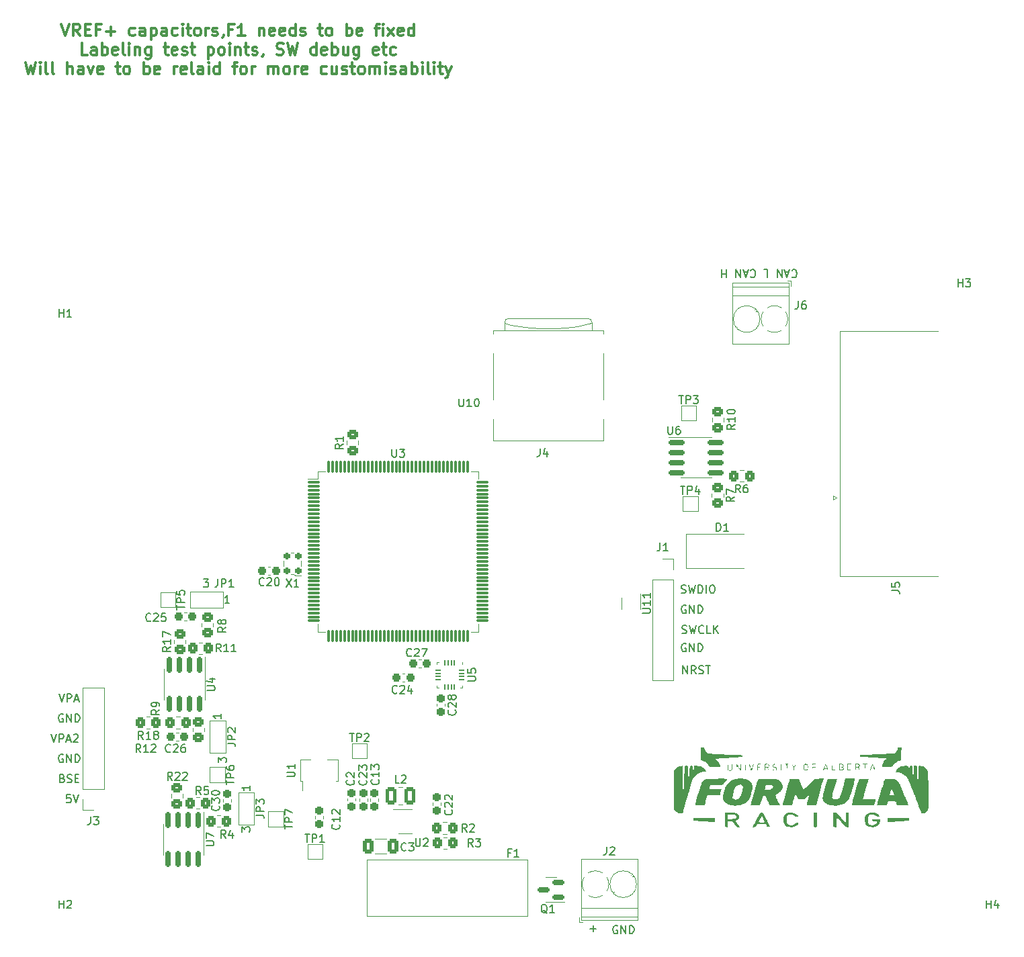
<source format=gto>
G04 #@! TF.GenerationSoftware,KiCad,Pcbnew,(6.0.5)*
G04 #@! TF.CreationDate,2023-02-13T01:00:26-07:00*
G04 #@! TF.ProjectId,EVCU,45564355-2e6b-4696-9361-645f70636258,rev?*
G04 #@! TF.SameCoordinates,Original*
G04 #@! TF.FileFunction,Legend,Top*
G04 #@! TF.FilePolarity,Positive*
%FSLAX46Y46*%
G04 Gerber Fmt 4.6, Leading zero omitted, Abs format (unit mm)*
G04 Created by KiCad (PCBNEW (6.0.5)) date 2023-02-13 01:00:26*
%MOMM*%
%LPD*%
G01*
G04 APERTURE LIST*
G04 Aperture macros list*
%AMRoundRect*
0 Rectangle with rounded corners*
0 $1 Rounding radius*
0 $2 $3 $4 $5 $6 $7 $8 $9 X,Y pos of 4 corners*
0 Add a 4 corners polygon primitive as box body*
4,1,4,$2,$3,$4,$5,$6,$7,$8,$9,$2,$3,0*
0 Add four circle primitives for the rounded corners*
1,1,$1+$1,$2,$3*
1,1,$1+$1,$4,$5*
1,1,$1+$1,$6,$7*
1,1,$1+$1,$8,$9*
0 Add four rect primitives between the rounded corners*
20,1,$1+$1,$2,$3,$4,$5,0*
20,1,$1+$1,$4,$5,$6,$7,0*
20,1,$1+$1,$6,$7,$8,$9,0*
20,1,$1+$1,$8,$9,$2,$3,0*%
%AMFreePoly0*
4,1,14,0.266715,0.088284,0.363284,-0.008285,0.375000,-0.036569,0.375000,-0.060000,0.363284,-0.088284,0.335000,-0.100000,-0.335000,-0.100000,-0.363284,-0.088284,-0.375000,-0.060000,-0.375000,0.060000,-0.363284,0.088284,-0.335000,0.100000,0.238431,0.100000,0.266715,0.088284,0.266715,0.088284,$1*%
%AMFreePoly1*
4,1,14,0.363284,0.088284,0.375000,0.060000,0.375000,0.036569,0.363284,0.008285,0.266715,-0.088284,0.238431,-0.100000,-0.335000,-0.100000,-0.363284,-0.088284,-0.375000,-0.060000,-0.375000,0.060000,-0.363284,0.088284,-0.335000,0.100000,0.335000,0.100000,0.363284,0.088284,0.363284,0.088284,$1*%
%AMFreePoly2*
4,1,14,0.088284,0.363284,0.100000,0.335000,0.100000,-0.335000,0.088284,-0.363284,0.060000,-0.375000,-0.060000,-0.375000,-0.088284,-0.363284,-0.100000,-0.335000,-0.100000,0.238431,-0.088284,0.266715,0.008285,0.363284,0.036569,0.375000,0.060000,0.375000,0.088284,0.363284,0.088284,0.363284,$1*%
%AMFreePoly3*
4,1,14,-0.008285,0.363284,0.088284,0.266715,0.100000,0.238431,0.100000,-0.335000,0.088284,-0.363284,0.060000,-0.375000,-0.060000,-0.375000,-0.088284,-0.363284,-0.100000,-0.335000,-0.100000,0.335000,-0.088284,0.363284,-0.060000,0.375000,-0.036569,0.375000,-0.008285,0.363284,-0.008285,0.363284,$1*%
%AMFreePoly4*
4,1,14,0.363284,0.088284,0.375000,0.060000,0.375000,-0.060000,0.363284,-0.088284,0.335000,-0.100000,-0.238431,-0.100000,-0.266715,-0.088284,-0.363284,0.008285,-0.375000,0.036569,-0.375000,0.060000,-0.363284,0.088284,-0.335000,0.100000,0.335000,0.100000,0.363284,0.088284,0.363284,0.088284,$1*%
%AMFreePoly5*
4,1,14,0.363284,0.088284,0.375000,0.060000,0.375000,-0.060000,0.363284,-0.088284,0.335000,-0.100000,-0.335000,-0.100000,-0.363284,-0.088284,-0.375000,-0.060000,-0.375000,-0.036569,-0.363284,-0.008285,-0.266715,0.088284,-0.238431,0.100000,0.335000,0.100000,0.363284,0.088284,0.363284,0.088284,$1*%
%AMFreePoly6*
4,1,14,0.088284,0.363284,0.100000,0.335000,0.100000,-0.238431,0.088284,-0.266715,-0.008285,-0.363284,-0.036569,-0.375000,-0.060000,-0.375000,-0.088284,-0.363284,-0.100000,-0.335000,-0.100000,0.335000,-0.088284,0.363284,-0.060000,0.375000,0.060000,0.375000,0.088284,0.363284,0.088284,0.363284,$1*%
%AMFreePoly7*
4,1,14,0.088284,0.363284,0.100000,0.335000,0.100000,-0.335000,0.088284,-0.363284,0.060000,-0.375000,0.036569,-0.375000,0.008285,-0.363284,-0.088284,-0.266715,-0.100000,-0.238431,-0.100000,0.335000,-0.088284,0.363284,-0.060000,0.375000,0.060000,0.375000,0.088284,0.363284,0.088284,0.363284,$1*%
%AMFreePoly8*
4,1,9,5.362500,-0.866500,1.237500,-0.866500,1.237500,-0.450000,-1.237500,-0.450000,-1.237500,0.450000,1.237500,0.450000,1.237500,0.866500,5.362500,0.866500,5.362500,-0.866500,5.362500,-0.866500,$1*%
G04 Aperture macros list end*
%ADD10C,0.150000*%
%ADD11C,0.300000*%
%ADD12C,0.120000*%
%ADD13R,1.500000X1.500000*%
%ADD14RoundRect,0.237500X0.300000X0.237500X-0.300000X0.237500X-0.300000X-0.237500X0.300000X-0.237500X0*%
%ADD15RoundRect,0.237500X0.237500X-0.300000X0.237500X0.300000X-0.237500X0.300000X-0.237500X-0.300000X0*%
%ADD16R,0.400000X1.500000*%
%ADD17R,1.000000X1.500000*%
%ADD18FreePoly0,270.000000*%
%ADD19RoundRect,0.050000X-0.050000X0.325000X-0.050000X-0.325000X0.050000X-0.325000X0.050000X0.325000X0*%
%ADD20FreePoly1,270.000000*%
%ADD21FreePoly2,270.000000*%
%ADD22RoundRect,0.050000X-0.325000X0.050000X-0.325000X-0.050000X0.325000X-0.050000X0.325000X0.050000X0*%
%ADD23FreePoly3,270.000000*%
%ADD24FreePoly4,270.000000*%
%ADD25FreePoly5,270.000000*%
%ADD26FreePoly6,270.000000*%
%ADD27FreePoly7,270.000000*%
%ADD28C,4.000000*%
%ADD29RoundRect,0.250001X0.462499X0.849999X-0.462499X0.849999X-0.462499X-0.849999X0.462499X-0.849999X0*%
%ADD30RoundRect,0.237500X-0.237500X0.300000X-0.237500X-0.300000X0.237500X-0.300000X0.237500X0.300000X0*%
%ADD31R,0.900000X2.300000*%
%ADD32FreePoly8,90.000000*%
%ADD33RoundRect,0.250000X0.450000X-0.350000X0.450000X0.350000X-0.450000X0.350000X-0.450000X-0.350000X0*%
%ADD34RoundRect,0.250000X0.350000X0.450000X-0.350000X0.450000X-0.350000X-0.450000X0.350000X-0.450000X0*%
%ADD35R,1.500000X1.000000*%
%ADD36RoundRect,0.250000X0.412500X0.650000X-0.412500X0.650000X-0.412500X-0.650000X0.412500X-0.650000X0*%
%ADD37R,2.000000X0.650000*%
%ADD38RoundRect,0.150000X-0.150000X0.825000X-0.150000X-0.825000X0.150000X-0.825000X0.150000X0.825000X0*%
%ADD39R,3.000000X2.290000*%
%ADD40RoundRect,0.250000X-0.450000X0.350000X-0.450000X-0.350000X0.450000X-0.350000X0.450000X0.350000X0*%
%ADD41R,2.400000X2.400000*%
%ADD42C,2.400000*%
%ADD43C,2.235200*%
%ADD44RoundRect,0.075000X-0.662500X-0.075000X0.662500X-0.075000X0.662500X0.075000X-0.662500X0.075000X0*%
%ADD45RoundRect,0.075000X-0.075000X-0.662500X0.075000X-0.662500X0.075000X0.662500X-0.075000X0.662500X0*%
%ADD46RoundRect,0.150000X0.587500X0.150000X-0.587500X0.150000X-0.587500X-0.150000X0.587500X-0.150000X0*%
%ADD47R,1.700000X1.700000*%
%ADD48O,1.700000X1.700000*%
%ADD49R,3.500000X2.300000*%
%ADD50RoundRect,0.150000X-0.825000X-0.150000X0.825000X-0.150000X0.825000X0.150000X-0.825000X0.150000X0*%
%ADD51R,0.800000X1.500000*%
%ADD52R,1.450000X2.000000*%
%ADD53R,1.600000X1.600000*%
%ADD54C,1.600000*%
%ADD55RoundRect,0.200000X0.200000X0.250000X-0.200000X0.250000X-0.200000X-0.250000X0.200000X-0.250000X0*%
%ADD56RoundRect,0.250000X-0.350000X-0.450000X0.350000X-0.450000X0.350000X0.450000X-0.350000X0.450000X0*%
%ADD57R,0.450000X0.200000*%
%ADD58R,0.300000X2.800000*%
G04 APERTURE END LIST*
D10*
X81407047Y-106497428D02*
X82168952Y-106497428D01*
X81788000Y-106878380D02*
X81788000Y-106116476D01*
X13501904Y-82002380D02*
X13835238Y-83002380D01*
X14168571Y-82002380D01*
X14501904Y-83002380D02*
X14501904Y-82002380D01*
X14882857Y-82002380D01*
X14978095Y-82050000D01*
X15025714Y-82097619D01*
X15073333Y-82192857D01*
X15073333Y-82335714D01*
X15025714Y-82430952D01*
X14978095Y-82478571D01*
X14882857Y-82526190D01*
X14501904Y-82526190D01*
X15454285Y-82716666D02*
X15930476Y-82716666D01*
X15359047Y-83002380D02*
X15692380Y-82002380D01*
X16025714Y-83002380D01*
X16311428Y-82097619D02*
X16359047Y-82050000D01*
X16454285Y-82002380D01*
X16692380Y-82002380D01*
X16787619Y-82050000D01*
X16835238Y-82097619D01*
X16882857Y-82192857D01*
X16882857Y-82288095D01*
X16835238Y-82430952D01*
X16263809Y-83002380D01*
X16882857Y-83002380D01*
X14486095Y-76922380D02*
X14819428Y-77922380D01*
X15152761Y-76922380D01*
X15486095Y-77922380D02*
X15486095Y-76922380D01*
X15867047Y-76922380D01*
X15962285Y-76970000D01*
X16009904Y-77017619D01*
X16057523Y-77112857D01*
X16057523Y-77255714D01*
X16009904Y-77350952D01*
X15962285Y-77398571D01*
X15867047Y-77446190D01*
X15486095Y-77446190D01*
X16438476Y-77636666D02*
X16914666Y-77636666D01*
X16343238Y-77922380D02*
X16676571Y-76922380D01*
X17009904Y-77922380D01*
X92988095Y-69238761D02*
X93130952Y-69286380D01*
X93369047Y-69286380D01*
X93464285Y-69238761D01*
X93511904Y-69191142D01*
X93559523Y-69095904D01*
X93559523Y-69000666D01*
X93511904Y-68905428D01*
X93464285Y-68857809D01*
X93369047Y-68810190D01*
X93178571Y-68762571D01*
X93083333Y-68714952D01*
X93035714Y-68667333D01*
X92988095Y-68572095D01*
X92988095Y-68476857D01*
X93035714Y-68381619D01*
X93083333Y-68334000D01*
X93178571Y-68286380D01*
X93416666Y-68286380D01*
X93559523Y-68334000D01*
X93892857Y-68286380D02*
X94130952Y-69286380D01*
X94321428Y-68572095D01*
X94511904Y-69286380D01*
X94750000Y-68286380D01*
X95702380Y-69191142D02*
X95654761Y-69238761D01*
X95511904Y-69286380D01*
X95416666Y-69286380D01*
X95273809Y-69238761D01*
X95178571Y-69143523D01*
X95130952Y-69048285D01*
X95083333Y-68857809D01*
X95083333Y-68714952D01*
X95130952Y-68524476D01*
X95178571Y-68429238D01*
X95273809Y-68334000D01*
X95416666Y-68286380D01*
X95511904Y-68286380D01*
X95654761Y-68334000D01*
X95702380Y-68381619D01*
X96607142Y-69286380D02*
X96130952Y-69286380D01*
X96130952Y-68286380D01*
X96940476Y-69286380D02*
X96940476Y-68286380D01*
X97511904Y-69286380D02*
X97083333Y-68714952D01*
X97511904Y-68286380D02*
X96940476Y-68857809D01*
X84836095Y-106180000D02*
X84740857Y-106132380D01*
X84598000Y-106132380D01*
X84455142Y-106180000D01*
X84359904Y-106275238D01*
X84312285Y-106370476D01*
X84264666Y-106560952D01*
X84264666Y-106703809D01*
X84312285Y-106894285D01*
X84359904Y-106989523D01*
X84455142Y-107084761D01*
X84598000Y-107132380D01*
X84693238Y-107132380D01*
X84836095Y-107084761D01*
X84883714Y-107037142D01*
X84883714Y-106703809D01*
X84693238Y-106703809D01*
X85312285Y-107132380D02*
X85312285Y-106132380D01*
X85883714Y-107132380D01*
X85883714Y-106132380D01*
X86359904Y-107132380D02*
X86359904Y-106132380D01*
X86598000Y-106132380D01*
X86740857Y-106180000D01*
X86836095Y-106275238D01*
X86883714Y-106370476D01*
X86931333Y-106560952D01*
X86931333Y-106703809D01*
X86883714Y-106894285D01*
X86836095Y-106989523D01*
X86740857Y-107084761D01*
X86598000Y-107132380D01*
X86359904Y-107132380D01*
X92876952Y-64158761D02*
X93019809Y-64206380D01*
X93257904Y-64206380D01*
X93353142Y-64158761D01*
X93400761Y-64111142D01*
X93448380Y-64015904D01*
X93448380Y-63920666D01*
X93400761Y-63825428D01*
X93353142Y-63777809D01*
X93257904Y-63730190D01*
X93067428Y-63682571D01*
X92972190Y-63634952D01*
X92924571Y-63587333D01*
X92876952Y-63492095D01*
X92876952Y-63396857D01*
X92924571Y-63301619D01*
X92972190Y-63254000D01*
X93067428Y-63206380D01*
X93305523Y-63206380D01*
X93448380Y-63254000D01*
X93781714Y-63206380D02*
X94019809Y-64206380D01*
X94210285Y-63492095D01*
X94400761Y-64206380D01*
X94638857Y-63206380D01*
X95019809Y-64206380D02*
X95019809Y-63206380D01*
X95257904Y-63206380D01*
X95400761Y-63254000D01*
X95496000Y-63349238D01*
X95543619Y-63444476D01*
X95591238Y-63634952D01*
X95591238Y-63777809D01*
X95543619Y-63968285D01*
X95496000Y-64063523D01*
X95400761Y-64158761D01*
X95257904Y-64206380D01*
X95019809Y-64206380D01*
X96019809Y-64206380D02*
X96019809Y-63206380D01*
X96686476Y-63206380D02*
X96876952Y-63206380D01*
X96972190Y-63254000D01*
X97067428Y-63349238D01*
X97115047Y-63539714D01*
X97115047Y-63873047D01*
X97067428Y-64063523D01*
X96972190Y-64158761D01*
X96876952Y-64206380D01*
X96686476Y-64206380D01*
X96591238Y-64158761D01*
X96496000Y-64063523D01*
X96448380Y-63873047D01*
X96448380Y-63539714D01*
X96496000Y-63349238D01*
X96591238Y-63254000D01*
X96686476Y-63206380D01*
X106838571Y-23518857D02*
X106886190Y-23471238D01*
X107029047Y-23423619D01*
X107124285Y-23423619D01*
X107267142Y-23471238D01*
X107362380Y-23566476D01*
X107410000Y-23661714D01*
X107457619Y-23852190D01*
X107457619Y-23995047D01*
X107410000Y-24185523D01*
X107362380Y-24280761D01*
X107267142Y-24376000D01*
X107124285Y-24423619D01*
X107029047Y-24423619D01*
X106886190Y-24376000D01*
X106838571Y-24328380D01*
X106457619Y-23709333D02*
X105981428Y-23709333D01*
X106552857Y-23423619D02*
X106219523Y-24423619D01*
X105886190Y-23423619D01*
X105552857Y-23423619D02*
X105552857Y-24423619D01*
X104981428Y-23423619D01*
X104981428Y-24423619D01*
X103267142Y-23423619D02*
X103743333Y-23423619D01*
X103743333Y-24423619D01*
X101623619Y-23518857D02*
X101671238Y-23471238D01*
X101814095Y-23423619D01*
X101909333Y-23423619D01*
X102052190Y-23471238D01*
X102147428Y-23566476D01*
X102195047Y-23661714D01*
X102242666Y-23852190D01*
X102242666Y-23995047D01*
X102195047Y-24185523D01*
X102147428Y-24280761D01*
X102052190Y-24376000D01*
X101909333Y-24423619D01*
X101814095Y-24423619D01*
X101671238Y-24376000D01*
X101623619Y-24328380D01*
X101242666Y-23709333D02*
X100766476Y-23709333D01*
X101337904Y-23423619D02*
X101004571Y-24423619D01*
X100671238Y-23423619D01*
X100337904Y-23423619D02*
X100337904Y-24423619D01*
X99766476Y-23423619D01*
X99766476Y-24423619D01*
X98528380Y-23423619D02*
X98528380Y-24423619D01*
X98528380Y-23947428D02*
X97956952Y-23947428D01*
X97956952Y-23423619D02*
X97956952Y-24423619D01*
X93099142Y-74366380D02*
X93099142Y-73366380D01*
X93670571Y-74366380D01*
X93670571Y-73366380D01*
X94718190Y-74366380D02*
X94384857Y-73890190D01*
X94146761Y-74366380D02*
X94146761Y-73366380D01*
X94527714Y-73366380D01*
X94622952Y-73414000D01*
X94670571Y-73461619D01*
X94718190Y-73556857D01*
X94718190Y-73699714D01*
X94670571Y-73794952D01*
X94622952Y-73842571D01*
X94527714Y-73890190D01*
X94146761Y-73890190D01*
X95099142Y-74318761D02*
X95242000Y-74366380D01*
X95480095Y-74366380D01*
X95575333Y-74318761D01*
X95622952Y-74271142D01*
X95670571Y-74175904D01*
X95670571Y-74080666D01*
X95622952Y-73985428D01*
X95575333Y-73937809D01*
X95480095Y-73890190D01*
X95289619Y-73842571D01*
X95194380Y-73794952D01*
X95146761Y-73747333D01*
X95099142Y-73652095D01*
X95099142Y-73556857D01*
X95146761Y-73461619D01*
X95194380Y-73414000D01*
X95289619Y-73366380D01*
X95527714Y-73366380D01*
X95670571Y-73414000D01*
X95956285Y-73366380D02*
X96527714Y-73366380D01*
X96242000Y-74366380D02*
X96242000Y-73366380D01*
X93472095Y-70620000D02*
X93376857Y-70572380D01*
X93234000Y-70572380D01*
X93091142Y-70620000D01*
X92995904Y-70715238D01*
X92948285Y-70810476D01*
X92900666Y-71000952D01*
X92900666Y-71143809D01*
X92948285Y-71334285D01*
X92995904Y-71429523D01*
X93091142Y-71524761D01*
X93234000Y-71572380D01*
X93329238Y-71572380D01*
X93472095Y-71524761D01*
X93519714Y-71477142D01*
X93519714Y-71143809D01*
X93329238Y-71143809D01*
X93948285Y-71572380D02*
X93948285Y-70572380D01*
X94519714Y-71572380D01*
X94519714Y-70572380D01*
X94995904Y-71572380D02*
X94995904Y-70572380D01*
X95234000Y-70572380D01*
X95376857Y-70620000D01*
X95472095Y-70715238D01*
X95519714Y-70810476D01*
X95567333Y-71000952D01*
X95567333Y-71143809D01*
X95519714Y-71334285D01*
X95472095Y-71429523D01*
X95376857Y-71524761D01*
X95234000Y-71572380D01*
X94995904Y-71572380D01*
D11*
X14762571Y7554428D02*
X15262571Y6054428D01*
X15762571Y7554428D01*
X17119714Y6054428D02*
X16619714Y6768714D01*
X16262571Y6054428D02*
X16262571Y7554428D01*
X16833999Y7554428D01*
X16976857Y7483000D01*
X17048285Y7411571D01*
X17119714Y7268714D01*
X17119714Y7054428D01*
X17048285Y6911571D01*
X16976857Y6840142D01*
X16833999Y6768714D01*
X16262571Y6768714D01*
X17762571Y6840142D02*
X18262571Y6840142D01*
X18476857Y6054428D02*
X17762571Y6054428D01*
X17762571Y7554428D01*
X18476857Y7554428D01*
X19619714Y6840142D02*
X19119714Y6840142D01*
X19119714Y6054428D02*
X19119714Y7554428D01*
X19833999Y7554428D01*
X20405428Y6625857D02*
X21548285Y6625857D01*
X20976857Y6054428D02*
X20976857Y7197285D01*
X24048285Y6125857D02*
X23905428Y6054428D01*
X23619714Y6054428D01*
X23476857Y6125857D01*
X23405428Y6197285D01*
X23333999Y6340142D01*
X23333999Y6768714D01*
X23405428Y6911571D01*
X23476857Y6983000D01*
X23619714Y7054428D01*
X23905428Y7054428D01*
X24048285Y6983000D01*
X25333999Y6054428D02*
X25333999Y6840142D01*
X25262571Y6983000D01*
X25119714Y7054428D01*
X24833999Y7054428D01*
X24691142Y6983000D01*
X25333999Y6125857D02*
X25191142Y6054428D01*
X24833999Y6054428D01*
X24691142Y6125857D01*
X24619714Y6268714D01*
X24619714Y6411571D01*
X24691142Y6554428D01*
X24833999Y6625857D01*
X25191142Y6625857D01*
X25333999Y6697285D01*
X26048285Y7054428D02*
X26048285Y5554428D01*
X26048285Y6983000D02*
X26191142Y7054428D01*
X26476857Y7054428D01*
X26619714Y6983000D01*
X26691142Y6911571D01*
X26762571Y6768714D01*
X26762571Y6340142D01*
X26691142Y6197285D01*
X26619714Y6125857D01*
X26476857Y6054428D01*
X26191142Y6054428D01*
X26048285Y6125857D01*
X28048285Y6054428D02*
X28048285Y6840142D01*
X27976857Y6983000D01*
X27833999Y7054428D01*
X27548285Y7054428D01*
X27405428Y6983000D01*
X28048285Y6125857D02*
X27905428Y6054428D01*
X27548285Y6054428D01*
X27405428Y6125857D01*
X27333999Y6268714D01*
X27333999Y6411571D01*
X27405428Y6554428D01*
X27548285Y6625857D01*
X27905428Y6625857D01*
X28048285Y6697285D01*
X29405428Y6125857D02*
X29262571Y6054428D01*
X28976857Y6054428D01*
X28833999Y6125857D01*
X28762571Y6197285D01*
X28691142Y6340142D01*
X28691142Y6768714D01*
X28762571Y6911571D01*
X28833999Y6983000D01*
X28976857Y7054428D01*
X29262571Y7054428D01*
X29405428Y6983000D01*
X30048285Y6054428D02*
X30048285Y7054428D01*
X30048285Y7554428D02*
X29976857Y7483000D01*
X30048285Y7411571D01*
X30119714Y7483000D01*
X30048285Y7554428D01*
X30048285Y7411571D01*
X30548285Y7054428D02*
X31119714Y7054428D01*
X30762571Y7554428D02*
X30762571Y6268714D01*
X30833999Y6125857D01*
X30976857Y6054428D01*
X31119714Y6054428D01*
X31833999Y6054428D02*
X31691142Y6125857D01*
X31619714Y6197285D01*
X31548285Y6340142D01*
X31548285Y6768714D01*
X31619714Y6911571D01*
X31691142Y6983000D01*
X31833999Y7054428D01*
X32048285Y7054428D01*
X32191142Y6983000D01*
X32262571Y6911571D01*
X32333999Y6768714D01*
X32333999Y6340142D01*
X32262571Y6197285D01*
X32191142Y6125857D01*
X32048285Y6054428D01*
X31833999Y6054428D01*
X32976857Y6054428D02*
X32976857Y7054428D01*
X32976857Y6768714D02*
X33048285Y6911571D01*
X33119714Y6983000D01*
X33262571Y7054428D01*
X33405428Y7054428D01*
X33833999Y6125857D02*
X33976857Y6054428D01*
X34262571Y6054428D01*
X34405428Y6125857D01*
X34476857Y6268714D01*
X34476857Y6340142D01*
X34405428Y6483000D01*
X34262571Y6554428D01*
X34048285Y6554428D01*
X33905428Y6625857D01*
X33833999Y6768714D01*
X33833999Y6840142D01*
X33905428Y6983000D01*
X34048285Y7054428D01*
X34262571Y7054428D01*
X34405428Y6983000D01*
X35191142Y6125857D02*
X35191142Y6054428D01*
X35119714Y5911571D01*
X35048285Y5840142D01*
X36333999Y6840142D02*
X35833999Y6840142D01*
X35833999Y6054428D02*
X35833999Y7554428D01*
X36548285Y7554428D01*
X37905428Y6054428D02*
X37048285Y6054428D01*
X37476857Y6054428D02*
X37476857Y7554428D01*
X37333999Y7340142D01*
X37191142Y7197285D01*
X37048285Y7125857D01*
X39691142Y7054428D02*
X39691142Y6054428D01*
X39691142Y6911571D02*
X39762571Y6983000D01*
X39905428Y7054428D01*
X40119714Y7054428D01*
X40262571Y6983000D01*
X40333999Y6840142D01*
X40333999Y6054428D01*
X41619714Y6125857D02*
X41476857Y6054428D01*
X41191142Y6054428D01*
X41048285Y6125857D01*
X40976857Y6268714D01*
X40976857Y6840142D01*
X41048285Y6983000D01*
X41191142Y7054428D01*
X41476857Y7054428D01*
X41619714Y6983000D01*
X41691142Y6840142D01*
X41691142Y6697285D01*
X40976857Y6554428D01*
X42905428Y6125857D02*
X42762571Y6054428D01*
X42476857Y6054428D01*
X42333999Y6125857D01*
X42262571Y6268714D01*
X42262571Y6840142D01*
X42333999Y6983000D01*
X42476857Y7054428D01*
X42762571Y7054428D01*
X42905428Y6983000D01*
X42976857Y6840142D01*
X42976857Y6697285D01*
X42262571Y6554428D01*
X44262571Y6054428D02*
X44262571Y7554428D01*
X44262571Y6125857D02*
X44119714Y6054428D01*
X43833999Y6054428D01*
X43691142Y6125857D01*
X43619714Y6197285D01*
X43548285Y6340142D01*
X43548285Y6768714D01*
X43619714Y6911571D01*
X43691142Y6983000D01*
X43833999Y7054428D01*
X44119714Y7054428D01*
X44262571Y6983000D01*
X44905428Y6125857D02*
X45048285Y6054428D01*
X45333999Y6054428D01*
X45476857Y6125857D01*
X45548285Y6268714D01*
X45548285Y6340142D01*
X45476857Y6483000D01*
X45333999Y6554428D01*
X45119714Y6554428D01*
X44976857Y6625857D01*
X44905428Y6768714D01*
X44905428Y6840142D01*
X44976857Y6983000D01*
X45119714Y7054428D01*
X45333999Y7054428D01*
X45476857Y6983000D01*
X47119714Y7054428D02*
X47691142Y7054428D01*
X47333999Y7554428D02*
X47333999Y6268714D01*
X47405428Y6125857D01*
X47548285Y6054428D01*
X47691142Y6054428D01*
X48405428Y6054428D02*
X48262571Y6125857D01*
X48191142Y6197285D01*
X48119714Y6340142D01*
X48119714Y6768714D01*
X48191142Y6911571D01*
X48262571Y6983000D01*
X48405428Y7054428D01*
X48619714Y7054428D01*
X48762571Y6983000D01*
X48833999Y6911571D01*
X48905428Y6768714D01*
X48905428Y6340142D01*
X48833999Y6197285D01*
X48762571Y6125857D01*
X48619714Y6054428D01*
X48405428Y6054428D01*
X50691142Y6054428D02*
X50691142Y7554428D01*
X50691142Y6983000D02*
X50833999Y7054428D01*
X51119714Y7054428D01*
X51262571Y6983000D01*
X51333999Y6911571D01*
X51405428Y6768714D01*
X51405428Y6340142D01*
X51333999Y6197285D01*
X51262571Y6125857D01*
X51119714Y6054428D01*
X50833999Y6054428D01*
X50691142Y6125857D01*
X52619714Y6125857D02*
X52476857Y6054428D01*
X52191142Y6054428D01*
X52048285Y6125857D01*
X51976857Y6268714D01*
X51976857Y6840142D01*
X52048285Y6983000D01*
X52191142Y7054428D01*
X52476857Y7054428D01*
X52619714Y6983000D01*
X52691142Y6840142D01*
X52691142Y6697285D01*
X51976857Y6554428D01*
X54262571Y7054428D02*
X54833999Y7054428D01*
X54476857Y6054428D02*
X54476857Y7340142D01*
X54548285Y7483000D01*
X54691142Y7554428D01*
X54833999Y7554428D01*
X55333999Y6054428D02*
X55333999Y7054428D01*
X55333999Y7554428D02*
X55262571Y7483000D01*
X55333999Y7411571D01*
X55405428Y7483000D01*
X55333999Y7554428D01*
X55333999Y7411571D01*
X55905428Y6054428D02*
X56691142Y7054428D01*
X55905428Y7054428D02*
X56691142Y6054428D01*
X57833999Y6125857D02*
X57691142Y6054428D01*
X57405428Y6054428D01*
X57262571Y6125857D01*
X57191142Y6268714D01*
X57191142Y6840142D01*
X57262571Y6983000D01*
X57405428Y7054428D01*
X57691142Y7054428D01*
X57833999Y6983000D01*
X57905428Y6840142D01*
X57905428Y6697285D01*
X57191142Y6554428D01*
X59191142Y6054428D02*
X59191142Y7554428D01*
X59191142Y6125857D02*
X59048285Y6054428D01*
X58762571Y6054428D01*
X58619714Y6125857D01*
X58548285Y6197285D01*
X58476857Y6340142D01*
X58476857Y6768714D01*
X58548285Y6911571D01*
X58619714Y6983000D01*
X58762571Y7054428D01*
X59048285Y7054428D01*
X59191142Y6983000D01*
X18048285Y3639428D02*
X17333999Y3639428D01*
X17333999Y5139428D01*
X19191142Y3639428D02*
X19191142Y4425142D01*
X19119714Y4568000D01*
X18976857Y4639428D01*
X18691142Y4639428D01*
X18548285Y4568000D01*
X19191142Y3710857D02*
X19048285Y3639428D01*
X18691142Y3639428D01*
X18548285Y3710857D01*
X18476857Y3853714D01*
X18476857Y3996571D01*
X18548285Y4139428D01*
X18691142Y4210857D01*
X19048285Y4210857D01*
X19191142Y4282285D01*
X19905428Y3639428D02*
X19905428Y5139428D01*
X19905428Y4568000D02*
X20048285Y4639428D01*
X20333999Y4639428D01*
X20476857Y4568000D01*
X20548285Y4496571D01*
X20619714Y4353714D01*
X20619714Y3925142D01*
X20548285Y3782285D01*
X20476857Y3710857D01*
X20333999Y3639428D01*
X20048285Y3639428D01*
X19905428Y3710857D01*
X21833999Y3710857D02*
X21691142Y3639428D01*
X21405428Y3639428D01*
X21262571Y3710857D01*
X21191142Y3853714D01*
X21191142Y4425142D01*
X21262571Y4568000D01*
X21405428Y4639428D01*
X21691142Y4639428D01*
X21833999Y4568000D01*
X21905428Y4425142D01*
X21905428Y4282285D01*
X21191142Y4139428D01*
X22762571Y3639428D02*
X22619714Y3710857D01*
X22548285Y3853714D01*
X22548285Y5139428D01*
X23333999Y3639428D02*
X23333999Y4639428D01*
X23333999Y5139428D02*
X23262571Y5068000D01*
X23333999Y4996571D01*
X23405428Y5068000D01*
X23333999Y5139428D01*
X23333999Y4996571D01*
X24048285Y4639428D02*
X24048285Y3639428D01*
X24048285Y4496571D02*
X24119714Y4568000D01*
X24262571Y4639428D01*
X24476857Y4639428D01*
X24619714Y4568000D01*
X24691142Y4425142D01*
X24691142Y3639428D01*
X26048285Y4639428D02*
X26048285Y3425142D01*
X25976857Y3282285D01*
X25905428Y3210857D01*
X25762571Y3139428D01*
X25548285Y3139428D01*
X25405428Y3210857D01*
X26048285Y3710857D02*
X25905428Y3639428D01*
X25619714Y3639428D01*
X25476857Y3710857D01*
X25405428Y3782285D01*
X25333999Y3925142D01*
X25333999Y4353714D01*
X25405428Y4496571D01*
X25476857Y4568000D01*
X25619714Y4639428D01*
X25905428Y4639428D01*
X26048285Y4568000D01*
X27691142Y4639428D02*
X28262571Y4639428D01*
X27905428Y5139428D02*
X27905428Y3853714D01*
X27976857Y3710857D01*
X28119714Y3639428D01*
X28262571Y3639428D01*
X29333999Y3710857D02*
X29191142Y3639428D01*
X28905428Y3639428D01*
X28762571Y3710857D01*
X28691142Y3853714D01*
X28691142Y4425142D01*
X28762571Y4568000D01*
X28905428Y4639428D01*
X29191142Y4639428D01*
X29333999Y4568000D01*
X29405428Y4425142D01*
X29405428Y4282285D01*
X28691142Y4139428D01*
X29976857Y3710857D02*
X30119714Y3639428D01*
X30405428Y3639428D01*
X30548285Y3710857D01*
X30619714Y3853714D01*
X30619714Y3925142D01*
X30548285Y4068000D01*
X30405428Y4139428D01*
X30191142Y4139428D01*
X30048285Y4210857D01*
X29976857Y4353714D01*
X29976857Y4425142D01*
X30048285Y4568000D01*
X30191142Y4639428D01*
X30405428Y4639428D01*
X30548285Y4568000D01*
X31048285Y4639428D02*
X31619714Y4639428D01*
X31262571Y5139428D02*
X31262571Y3853714D01*
X31333999Y3710857D01*
X31476857Y3639428D01*
X31619714Y3639428D01*
X33262571Y4639428D02*
X33262571Y3139428D01*
X33262571Y4568000D02*
X33405428Y4639428D01*
X33691142Y4639428D01*
X33833999Y4568000D01*
X33905428Y4496571D01*
X33976857Y4353714D01*
X33976857Y3925142D01*
X33905428Y3782285D01*
X33833999Y3710857D01*
X33691142Y3639428D01*
X33405428Y3639428D01*
X33262571Y3710857D01*
X34833999Y3639428D02*
X34691142Y3710857D01*
X34619714Y3782285D01*
X34548285Y3925142D01*
X34548285Y4353714D01*
X34619714Y4496571D01*
X34691142Y4568000D01*
X34833999Y4639428D01*
X35048285Y4639428D01*
X35191142Y4568000D01*
X35262571Y4496571D01*
X35333999Y4353714D01*
X35333999Y3925142D01*
X35262571Y3782285D01*
X35191142Y3710857D01*
X35048285Y3639428D01*
X34833999Y3639428D01*
X35976857Y3639428D02*
X35976857Y4639428D01*
X35976857Y5139428D02*
X35905428Y5068000D01*
X35976857Y4996571D01*
X36048285Y5068000D01*
X35976857Y5139428D01*
X35976857Y4996571D01*
X36691142Y4639428D02*
X36691142Y3639428D01*
X36691142Y4496571D02*
X36762571Y4568000D01*
X36905428Y4639428D01*
X37119714Y4639428D01*
X37262571Y4568000D01*
X37333999Y4425142D01*
X37333999Y3639428D01*
X37833999Y4639428D02*
X38405428Y4639428D01*
X38048285Y5139428D02*
X38048285Y3853714D01*
X38119714Y3710857D01*
X38262571Y3639428D01*
X38405428Y3639428D01*
X38834000Y3710857D02*
X38976857Y3639428D01*
X39262571Y3639428D01*
X39405428Y3710857D01*
X39476857Y3853714D01*
X39476857Y3925142D01*
X39405428Y4068000D01*
X39262571Y4139428D01*
X39048285Y4139428D01*
X38905428Y4210857D01*
X38834000Y4353714D01*
X38834000Y4425142D01*
X38905428Y4568000D01*
X39048285Y4639428D01*
X39262571Y4639428D01*
X39405428Y4568000D01*
X40191142Y3710857D02*
X40191142Y3639428D01*
X40119714Y3496571D01*
X40048285Y3425142D01*
X41905428Y3710857D02*
X42119714Y3639428D01*
X42476857Y3639428D01*
X42619714Y3710857D01*
X42691142Y3782285D01*
X42762571Y3925142D01*
X42762571Y4068000D01*
X42691142Y4210857D01*
X42619714Y4282285D01*
X42476857Y4353714D01*
X42191142Y4425142D01*
X42048285Y4496571D01*
X41976857Y4568000D01*
X41905428Y4710857D01*
X41905428Y4853714D01*
X41976857Y4996571D01*
X42048285Y5068000D01*
X42191142Y5139428D01*
X42548285Y5139428D01*
X42762571Y5068000D01*
X43262571Y5139428D02*
X43619714Y3639428D01*
X43905428Y4710857D01*
X44191142Y3639428D01*
X44548285Y5139428D01*
X46905428Y3639428D02*
X46905428Y5139428D01*
X46905428Y3710857D02*
X46762571Y3639428D01*
X46476857Y3639428D01*
X46333999Y3710857D01*
X46262571Y3782285D01*
X46191142Y3925142D01*
X46191142Y4353714D01*
X46262571Y4496571D01*
X46333999Y4568000D01*
X46476857Y4639428D01*
X46762571Y4639428D01*
X46905428Y4568000D01*
X48191142Y3710857D02*
X48048285Y3639428D01*
X47762571Y3639428D01*
X47619714Y3710857D01*
X47548285Y3853714D01*
X47548285Y4425142D01*
X47619714Y4568000D01*
X47762571Y4639428D01*
X48048285Y4639428D01*
X48191142Y4568000D01*
X48262571Y4425142D01*
X48262571Y4282285D01*
X47548285Y4139428D01*
X48905428Y3639428D02*
X48905428Y5139428D01*
X48905428Y4568000D02*
X49048285Y4639428D01*
X49333999Y4639428D01*
X49476857Y4568000D01*
X49548285Y4496571D01*
X49619714Y4353714D01*
X49619714Y3925142D01*
X49548285Y3782285D01*
X49476857Y3710857D01*
X49333999Y3639428D01*
X49048285Y3639428D01*
X48905428Y3710857D01*
X50905428Y4639428D02*
X50905428Y3639428D01*
X50262571Y4639428D02*
X50262571Y3853714D01*
X50333999Y3710857D01*
X50476857Y3639428D01*
X50691142Y3639428D01*
X50833999Y3710857D01*
X50905428Y3782285D01*
X52262571Y4639428D02*
X52262571Y3425142D01*
X52191142Y3282285D01*
X52119714Y3210857D01*
X51976857Y3139428D01*
X51762571Y3139428D01*
X51619714Y3210857D01*
X52262571Y3710857D02*
X52119714Y3639428D01*
X51834000Y3639428D01*
X51691142Y3710857D01*
X51619714Y3782285D01*
X51548285Y3925142D01*
X51548285Y4353714D01*
X51619714Y4496571D01*
X51691142Y4568000D01*
X51834000Y4639428D01*
X52119714Y4639428D01*
X52262571Y4568000D01*
X54691142Y3710857D02*
X54548285Y3639428D01*
X54262571Y3639428D01*
X54119714Y3710857D01*
X54048285Y3853714D01*
X54048285Y4425142D01*
X54119714Y4568000D01*
X54262571Y4639428D01*
X54548285Y4639428D01*
X54691142Y4568000D01*
X54762571Y4425142D01*
X54762571Y4282285D01*
X54048285Y4139428D01*
X55191142Y4639428D02*
X55762571Y4639428D01*
X55405428Y5139428D02*
X55405428Y3853714D01*
X55476857Y3710857D01*
X55619714Y3639428D01*
X55762571Y3639428D01*
X56905428Y3710857D02*
X56762571Y3639428D01*
X56476857Y3639428D01*
X56333999Y3710857D01*
X56262571Y3782285D01*
X56191142Y3925142D01*
X56191142Y4353714D01*
X56262571Y4496571D01*
X56333999Y4568000D01*
X56476857Y4639428D01*
X56762571Y4639428D01*
X56905428Y4568000D01*
X10262571Y2724428D02*
X10619714Y1224428D01*
X10905428Y2295857D01*
X11191142Y1224428D01*
X11548285Y2724428D01*
X12119714Y1224428D02*
X12119714Y2224428D01*
X12119714Y2724428D02*
X12048285Y2653000D01*
X12119714Y2581571D01*
X12191142Y2653000D01*
X12119714Y2724428D01*
X12119714Y2581571D01*
X13048285Y1224428D02*
X12905428Y1295857D01*
X12834000Y1438714D01*
X12834000Y2724428D01*
X13834000Y1224428D02*
X13691142Y1295857D01*
X13619714Y1438714D01*
X13619714Y2724428D01*
X15548285Y1224428D02*
X15548285Y2724428D01*
X16191142Y1224428D02*
X16191142Y2010142D01*
X16119714Y2153000D01*
X15976857Y2224428D01*
X15762571Y2224428D01*
X15619714Y2153000D01*
X15548285Y2081571D01*
X17548285Y1224428D02*
X17548285Y2010142D01*
X17476857Y2153000D01*
X17333999Y2224428D01*
X17048285Y2224428D01*
X16905428Y2153000D01*
X17548285Y1295857D02*
X17405428Y1224428D01*
X17048285Y1224428D01*
X16905428Y1295857D01*
X16833999Y1438714D01*
X16833999Y1581571D01*
X16905428Y1724428D01*
X17048285Y1795857D01*
X17405428Y1795857D01*
X17548285Y1867285D01*
X18119714Y2224428D02*
X18476857Y1224428D01*
X18834000Y2224428D01*
X19976857Y1295857D02*
X19834000Y1224428D01*
X19548285Y1224428D01*
X19405428Y1295857D01*
X19334000Y1438714D01*
X19334000Y2010142D01*
X19405428Y2153000D01*
X19548285Y2224428D01*
X19834000Y2224428D01*
X19976857Y2153000D01*
X20048285Y2010142D01*
X20048285Y1867285D01*
X19334000Y1724428D01*
X21619714Y2224428D02*
X22191142Y2224428D01*
X21834000Y2724428D02*
X21834000Y1438714D01*
X21905428Y1295857D01*
X22048285Y1224428D01*
X22191142Y1224428D01*
X22905428Y1224428D02*
X22762571Y1295857D01*
X22691142Y1367285D01*
X22619714Y1510142D01*
X22619714Y1938714D01*
X22691142Y2081571D01*
X22762571Y2153000D01*
X22905428Y2224428D01*
X23119714Y2224428D01*
X23262571Y2153000D01*
X23334000Y2081571D01*
X23405428Y1938714D01*
X23405428Y1510142D01*
X23334000Y1367285D01*
X23262571Y1295857D01*
X23119714Y1224428D01*
X22905428Y1224428D01*
X25191142Y1224428D02*
X25191142Y2724428D01*
X25191142Y2153000D02*
X25333999Y2224428D01*
X25619714Y2224428D01*
X25762571Y2153000D01*
X25833999Y2081571D01*
X25905428Y1938714D01*
X25905428Y1510142D01*
X25833999Y1367285D01*
X25762571Y1295857D01*
X25619714Y1224428D01*
X25333999Y1224428D01*
X25191142Y1295857D01*
X27119714Y1295857D02*
X26976857Y1224428D01*
X26691142Y1224428D01*
X26548285Y1295857D01*
X26476857Y1438714D01*
X26476857Y2010142D01*
X26548285Y2153000D01*
X26691142Y2224428D01*
X26976857Y2224428D01*
X27119714Y2153000D01*
X27191142Y2010142D01*
X27191142Y1867285D01*
X26476857Y1724428D01*
X28976857Y1224428D02*
X28976857Y2224428D01*
X28976857Y1938714D02*
X29048285Y2081571D01*
X29119714Y2153000D01*
X29262571Y2224428D01*
X29405428Y2224428D01*
X30476857Y1295857D02*
X30333999Y1224428D01*
X30048285Y1224428D01*
X29905428Y1295857D01*
X29833999Y1438714D01*
X29833999Y2010142D01*
X29905428Y2153000D01*
X30048285Y2224428D01*
X30333999Y2224428D01*
X30476857Y2153000D01*
X30548285Y2010142D01*
X30548285Y1867285D01*
X29833999Y1724428D01*
X31405428Y1224428D02*
X31262571Y1295857D01*
X31191142Y1438714D01*
X31191142Y2724428D01*
X32619714Y1224428D02*
X32619714Y2010142D01*
X32548285Y2153000D01*
X32405428Y2224428D01*
X32119714Y2224428D01*
X31976857Y2153000D01*
X32619714Y1295857D02*
X32476857Y1224428D01*
X32119714Y1224428D01*
X31976857Y1295857D01*
X31905428Y1438714D01*
X31905428Y1581571D01*
X31976857Y1724428D01*
X32119714Y1795857D01*
X32476857Y1795857D01*
X32619714Y1867285D01*
X33334000Y1224428D02*
X33334000Y2224428D01*
X33334000Y2724428D02*
X33262571Y2653000D01*
X33334000Y2581571D01*
X33405428Y2653000D01*
X33334000Y2724428D01*
X33334000Y2581571D01*
X34691142Y1224428D02*
X34691142Y2724428D01*
X34691142Y1295857D02*
X34548285Y1224428D01*
X34262571Y1224428D01*
X34119714Y1295857D01*
X34048285Y1367285D01*
X33976857Y1510142D01*
X33976857Y1938714D01*
X34048285Y2081571D01*
X34119714Y2153000D01*
X34262571Y2224428D01*
X34548285Y2224428D01*
X34691142Y2153000D01*
X36334000Y2224428D02*
X36905428Y2224428D01*
X36548285Y1224428D02*
X36548285Y2510142D01*
X36619714Y2653000D01*
X36762571Y2724428D01*
X36905428Y2724428D01*
X37619714Y1224428D02*
X37476857Y1295857D01*
X37405428Y1367285D01*
X37334000Y1510142D01*
X37334000Y1938714D01*
X37405428Y2081571D01*
X37476857Y2153000D01*
X37619714Y2224428D01*
X37834000Y2224428D01*
X37976857Y2153000D01*
X38048285Y2081571D01*
X38119714Y1938714D01*
X38119714Y1510142D01*
X38048285Y1367285D01*
X37976857Y1295857D01*
X37834000Y1224428D01*
X37619714Y1224428D01*
X38762571Y1224428D02*
X38762571Y2224428D01*
X38762571Y1938714D02*
X38834000Y2081571D01*
X38905428Y2153000D01*
X39048285Y2224428D01*
X39191142Y2224428D01*
X40834000Y1224428D02*
X40834000Y2224428D01*
X40834000Y2081571D02*
X40905428Y2153000D01*
X41048285Y2224428D01*
X41262571Y2224428D01*
X41405428Y2153000D01*
X41476857Y2010142D01*
X41476857Y1224428D01*
X41476857Y2010142D02*
X41548285Y2153000D01*
X41691142Y2224428D01*
X41905428Y2224428D01*
X42048285Y2153000D01*
X42119714Y2010142D01*
X42119714Y1224428D01*
X43048285Y1224428D02*
X42905428Y1295857D01*
X42834000Y1367285D01*
X42762571Y1510142D01*
X42762571Y1938714D01*
X42834000Y2081571D01*
X42905428Y2153000D01*
X43048285Y2224428D01*
X43262571Y2224428D01*
X43405428Y2153000D01*
X43476857Y2081571D01*
X43548285Y1938714D01*
X43548285Y1510142D01*
X43476857Y1367285D01*
X43405428Y1295857D01*
X43262571Y1224428D01*
X43048285Y1224428D01*
X44191142Y1224428D02*
X44191142Y2224428D01*
X44191142Y1938714D02*
X44262571Y2081571D01*
X44334000Y2153000D01*
X44476857Y2224428D01*
X44619714Y2224428D01*
X45691142Y1295857D02*
X45548285Y1224428D01*
X45262571Y1224428D01*
X45119714Y1295857D01*
X45048285Y1438714D01*
X45048285Y2010142D01*
X45119714Y2153000D01*
X45262571Y2224428D01*
X45548285Y2224428D01*
X45691142Y2153000D01*
X45762571Y2010142D01*
X45762571Y1867285D01*
X45048285Y1724428D01*
X48191142Y1295857D02*
X48048285Y1224428D01*
X47762571Y1224428D01*
X47619714Y1295857D01*
X47548285Y1367285D01*
X47476857Y1510142D01*
X47476857Y1938714D01*
X47548285Y2081571D01*
X47619714Y2153000D01*
X47762571Y2224428D01*
X48048285Y2224428D01*
X48191142Y2153000D01*
X49476857Y2224428D02*
X49476857Y1224428D01*
X48833999Y2224428D02*
X48833999Y1438714D01*
X48905428Y1295857D01*
X49048285Y1224428D01*
X49262571Y1224428D01*
X49405428Y1295857D01*
X49476857Y1367285D01*
X50119714Y1295857D02*
X50262571Y1224428D01*
X50548285Y1224428D01*
X50691142Y1295857D01*
X50762571Y1438714D01*
X50762571Y1510142D01*
X50691142Y1653000D01*
X50548285Y1724428D01*
X50333999Y1724428D01*
X50191142Y1795857D01*
X50119714Y1938714D01*
X50119714Y2010142D01*
X50191142Y2153000D01*
X50333999Y2224428D01*
X50548285Y2224428D01*
X50691142Y2153000D01*
X51191142Y2224428D02*
X51762571Y2224428D01*
X51405428Y2724428D02*
X51405428Y1438714D01*
X51476857Y1295857D01*
X51619714Y1224428D01*
X51762571Y1224428D01*
X52476857Y1224428D02*
X52333999Y1295857D01*
X52262571Y1367285D01*
X52191142Y1510142D01*
X52191142Y1938714D01*
X52262571Y2081571D01*
X52333999Y2153000D01*
X52476857Y2224428D01*
X52691142Y2224428D01*
X52833999Y2153000D01*
X52905428Y2081571D01*
X52976857Y1938714D01*
X52976857Y1510142D01*
X52905428Y1367285D01*
X52833999Y1295857D01*
X52691142Y1224428D01*
X52476857Y1224428D01*
X53619714Y1224428D02*
X53619714Y2224428D01*
X53619714Y2081571D02*
X53691142Y2153000D01*
X53834000Y2224428D01*
X54048285Y2224428D01*
X54191142Y2153000D01*
X54262571Y2010142D01*
X54262571Y1224428D01*
X54262571Y2010142D02*
X54334000Y2153000D01*
X54476857Y2224428D01*
X54691142Y2224428D01*
X54834000Y2153000D01*
X54905428Y2010142D01*
X54905428Y1224428D01*
X55619714Y1224428D02*
X55619714Y2224428D01*
X55619714Y2724428D02*
X55548285Y2653000D01*
X55619714Y2581571D01*
X55691142Y2653000D01*
X55619714Y2724428D01*
X55619714Y2581571D01*
X56262571Y1295857D02*
X56405428Y1224428D01*
X56691142Y1224428D01*
X56834000Y1295857D01*
X56905428Y1438714D01*
X56905428Y1510142D01*
X56834000Y1653000D01*
X56691142Y1724428D01*
X56476857Y1724428D01*
X56334000Y1795857D01*
X56262571Y1938714D01*
X56262571Y2010142D01*
X56334000Y2153000D01*
X56476857Y2224428D01*
X56691142Y2224428D01*
X56834000Y2153000D01*
X58191142Y1224428D02*
X58191142Y2010142D01*
X58119714Y2153000D01*
X57976857Y2224428D01*
X57691142Y2224428D01*
X57548285Y2153000D01*
X58191142Y1295857D02*
X58048285Y1224428D01*
X57691142Y1224428D01*
X57548285Y1295857D01*
X57476857Y1438714D01*
X57476857Y1581571D01*
X57548285Y1724428D01*
X57691142Y1795857D01*
X58048285Y1795857D01*
X58191142Y1867285D01*
X58905428Y1224428D02*
X58905428Y2724428D01*
X58905428Y2153000D02*
X59048285Y2224428D01*
X59334000Y2224428D01*
X59476857Y2153000D01*
X59548285Y2081571D01*
X59619714Y1938714D01*
X59619714Y1510142D01*
X59548285Y1367285D01*
X59476857Y1295857D01*
X59334000Y1224428D01*
X59048285Y1224428D01*
X58905428Y1295857D01*
X60262571Y1224428D02*
X60262571Y2224428D01*
X60262571Y2724428D02*
X60191142Y2653000D01*
X60262571Y2581571D01*
X60334000Y2653000D01*
X60262571Y2724428D01*
X60262571Y2581571D01*
X61191142Y1224428D02*
X61048285Y1295857D01*
X60976857Y1438714D01*
X60976857Y2724428D01*
X61762571Y1224428D02*
X61762571Y2224428D01*
X61762571Y2724428D02*
X61691142Y2653000D01*
X61762571Y2581571D01*
X61834000Y2653000D01*
X61762571Y2724428D01*
X61762571Y2581571D01*
X62262571Y2224428D02*
X62834000Y2224428D01*
X62476857Y2724428D02*
X62476857Y1438714D01*
X62548285Y1295857D01*
X62691142Y1224428D01*
X62834000Y1224428D01*
X63191142Y2224428D02*
X63548285Y1224428D01*
X63905428Y2224428D02*
X63548285Y1224428D01*
X63405428Y867285D01*
X63334000Y795857D01*
X63191142Y724428D01*
D10*
X15938523Y-89622380D02*
X15462333Y-89622380D01*
X15414714Y-90098571D01*
X15462333Y-90050952D01*
X15557571Y-90003333D01*
X15795666Y-90003333D01*
X15890904Y-90050952D01*
X15938523Y-90098571D01*
X15986142Y-90193809D01*
X15986142Y-90431904D01*
X15938523Y-90527142D01*
X15890904Y-90574761D01*
X15795666Y-90622380D01*
X15557571Y-90622380D01*
X15462333Y-90574761D01*
X15414714Y-90527142D01*
X16271857Y-89622380D02*
X16605190Y-90622380D01*
X16938523Y-89622380D01*
X14986095Y-79510000D02*
X14890857Y-79462380D01*
X14748000Y-79462380D01*
X14605142Y-79510000D01*
X14509904Y-79605238D01*
X14462285Y-79700476D01*
X14414666Y-79890952D01*
X14414666Y-80033809D01*
X14462285Y-80224285D01*
X14509904Y-80319523D01*
X14605142Y-80414761D01*
X14748000Y-80462380D01*
X14843238Y-80462380D01*
X14986095Y-80414761D01*
X15033714Y-80367142D01*
X15033714Y-80033809D01*
X14843238Y-80033809D01*
X15462285Y-80462380D02*
X15462285Y-79462380D01*
X16033714Y-80462380D01*
X16033714Y-79462380D01*
X16509904Y-80462380D02*
X16509904Y-79462380D01*
X16748000Y-79462380D01*
X16890857Y-79510000D01*
X16986095Y-79605238D01*
X17033714Y-79700476D01*
X17081333Y-79890952D01*
X17081333Y-80033809D01*
X17033714Y-80224285D01*
X16986095Y-80319523D01*
X16890857Y-80414761D01*
X16748000Y-80462380D01*
X16509904Y-80462380D01*
X14986095Y-84590000D02*
X14890857Y-84542380D01*
X14748000Y-84542380D01*
X14605142Y-84590000D01*
X14509904Y-84685238D01*
X14462285Y-84780476D01*
X14414666Y-84970952D01*
X14414666Y-85113809D01*
X14462285Y-85304285D01*
X14509904Y-85399523D01*
X14605142Y-85494761D01*
X14748000Y-85542380D01*
X14843238Y-85542380D01*
X14986095Y-85494761D01*
X15033714Y-85447142D01*
X15033714Y-85113809D01*
X14843238Y-85113809D01*
X15462285Y-85542380D02*
X15462285Y-84542380D01*
X16033714Y-85542380D01*
X16033714Y-84542380D01*
X16509904Y-85542380D02*
X16509904Y-84542380D01*
X16748000Y-84542380D01*
X16890857Y-84590000D01*
X16986095Y-84685238D01*
X17033714Y-84780476D01*
X17081333Y-84970952D01*
X17081333Y-85113809D01*
X17033714Y-85304285D01*
X16986095Y-85399523D01*
X16890857Y-85494761D01*
X16748000Y-85542380D01*
X16509904Y-85542380D01*
X14890857Y-87558571D02*
X15033714Y-87606190D01*
X15081333Y-87653809D01*
X15128952Y-87749047D01*
X15128952Y-87891904D01*
X15081333Y-87987142D01*
X15033714Y-88034761D01*
X14938476Y-88082380D01*
X14557523Y-88082380D01*
X14557523Y-87082380D01*
X14890857Y-87082380D01*
X14986095Y-87130000D01*
X15033714Y-87177619D01*
X15081333Y-87272857D01*
X15081333Y-87368095D01*
X15033714Y-87463333D01*
X14986095Y-87510952D01*
X14890857Y-87558571D01*
X14557523Y-87558571D01*
X15509904Y-88034761D02*
X15652761Y-88082380D01*
X15890857Y-88082380D01*
X15986095Y-88034761D01*
X16033714Y-87987142D01*
X16081333Y-87891904D01*
X16081333Y-87796666D01*
X16033714Y-87701428D01*
X15986095Y-87653809D01*
X15890857Y-87606190D01*
X15700380Y-87558571D01*
X15605142Y-87510952D01*
X15557523Y-87463333D01*
X15509904Y-87368095D01*
X15509904Y-87272857D01*
X15557523Y-87177619D01*
X15605142Y-87130000D01*
X15700380Y-87082380D01*
X15938476Y-87082380D01*
X16081333Y-87130000D01*
X16509904Y-87558571D02*
X16843238Y-87558571D01*
X16986095Y-88082380D02*
X16509904Y-88082380D01*
X16509904Y-87082380D01*
X16986095Y-87082380D01*
X93472095Y-65794000D02*
X93376857Y-65746380D01*
X93234000Y-65746380D01*
X93091142Y-65794000D01*
X92995904Y-65889238D01*
X92948285Y-65984476D01*
X92900666Y-66174952D01*
X92900666Y-66317809D01*
X92948285Y-66508285D01*
X92995904Y-66603523D01*
X93091142Y-66698761D01*
X93234000Y-66746380D01*
X93329238Y-66746380D01*
X93472095Y-66698761D01*
X93519714Y-66651142D01*
X93519714Y-66317809D01*
X93329238Y-66317809D01*
X93948285Y-66746380D02*
X93948285Y-65746380D01*
X94519714Y-66746380D01*
X94519714Y-65746380D01*
X94995904Y-66746380D02*
X94995904Y-65746380D01*
X95234000Y-65746380D01*
X95376857Y-65794000D01*
X95472095Y-65889238D01*
X95519714Y-65984476D01*
X95567333Y-66174952D01*
X95567333Y-66317809D01*
X95519714Y-66508285D01*
X95472095Y-66603523D01*
X95376857Y-66698761D01*
X95234000Y-66746380D01*
X94995904Y-66746380D01*
X92779595Y-50723280D02*
X93351023Y-50723280D01*
X93065309Y-51723280D02*
X93065309Y-50723280D01*
X93684357Y-51723280D02*
X93684357Y-50723280D01*
X94065309Y-50723280D01*
X94160547Y-50770900D01*
X94208166Y-50818519D01*
X94255785Y-50913757D01*
X94255785Y-51056614D01*
X94208166Y-51151852D01*
X94160547Y-51199471D01*
X94065309Y-51247090D01*
X93684357Y-51247090D01*
X95112928Y-51056614D02*
X95112928Y-51723280D01*
X94874833Y-50675661D02*
X94636738Y-51389947D01*
X95255785Y-51389947D01*
X92576395Y-39318680D02*
X93147823Y-39318680D01*
X92862109Y-40318680D02*
X92862109Y-39318680D01*
X93481157Y-40318680D02*
X93481157Y-39318680D01*
X93862109Y-39318680D01*
X93957347Y-39366300D01*
X94004966Y-39413919D01*
X94052585Y-39509157D01*
X94052585Y-39652014D01*
X94004966Y-39747252D01*
X93957347Y-39794871D01*
X93862109Y-39842490D01*
X93481157Y-39842490D01*
X94385919Y-39318680D02*
X95004966Y-39318680D01*
X94671633Y-39699633D01*
X94814490Y-39699633D01*
X94909728Y-39747252D01*
X94957347Y-39794871D01*
X95004966Y-39890109D01*
X95004966Y-40128204D01*
X94957347Y-40223442D01*
X94909728Y-40271061D01*
X94814490Y-40318680D01*
X94528776Y-40318680D01*
X94433538Y-40271061D01*
X94385919Y-40223442D01*
X26027142Y-67667142D02*
X25979523Y-67714761D01*
X25836666Y-67762380D01*
X25741428Y-67762380D01*
X25598571Y-67714761D01*
X25503333Y-67619523D01*
X25455714Y-67524285D01*
X25408095Y-67333809D01*
X25408095Y-67190952D01*
X25455714Y-67000476D01*
X25503333Y-66905238D01*
X25598571Y-66810000D01*
X25741428Y-66762380D01*
X25836666Y-66762380D01*
X25979523Y-66810000D01*
X26027142Y-66857619D01*
X26408095Y-66857619D02*
X26455714Y-66810000D01*
X26550952Y-66762380D01*
X26789047Y-66762380D01*
X26884285Y-66810000D01*
X26931904Y-66857619D01*
X26979523Y-66952857D01*
X26979523Y-67048095D01*
X26931904Y-67190952D01*
X26360476Y-67762380D01*
X26979523Y-67762380D01*
X27884285Y-66762380D02*
X27408095Y-66762380D01*
X27360476Y-67238571D01*
X27408095Y-67190952D01*
X27503333Y-67143333D01*
X27741428Y-67143333D01*
X27836666Y-67190952D01*
X27884285Y-67238571D01*
X27931904Y-67333809D01*
X27931904Y-67571904D01*
X27884285Y-67667142D01*
X27836666Y-67714761D01*
X27741428Y-67762380D01*
X27503333Y-67762380D01*
X27408095Y-67714761D01*
X27360476Y-67667142D01*
X63965142Y-91547124D02*
X64012761Y-91594743D01*
X64060380Y-91737600D01*
X64060380Y-91832838D01*
X64012761Y-91975695D01*
X63917523Y-92070933D01*
X63822285Y-92118552D01*
X63631809Y-92166171D01*
X63488952Y-92166171D01*
X63298476Y-92118552D01*
X63203238Y-92070933D01*
X63108000Y-91975695D01*
X63060380Y-91832838D01*
X63060380Y-91737600D01*
X63108000Y-91594743D01*
X63155619Y-91547124D01*
X63155619Y-91166171D02*
X63108000Y-91118552D01*
X63060380Y-91023314D01*
X63060380Y-90785219D01*
X63108000Y-90689981D01*
X63155619Y-90642362D01*
X63250857Y-90594743D01*
X63346095Y-90594743D01*
X63488952Y-90642362D01*
X64060380Y-91213790D01*
X64060380Y-90594743D01*
X63155619Y-90213790D02*
X63108000Y-90166171D01*
X63060380Y-90070933D01*
X63060380Y-89832838D01*
X63108000Y-89737600D01*
X63155619Y-89689981D01*
X63250857Y-89642362D01*
X63346095Y-89642362D01*
X63488952Y-89689981D01*
X64060380Y-90261409D01*
X64060380Y-89642362D01*
X87990180Y-66719295D02*
X88799704Y-66719295D01*
X88894942Y-66671676D01*
X88942561Y-66624057D01*
X88990180Y-66528819D01*
X88990180Y-66338342D01*
X88942561Y-66243104D01*
X88894942Y-66195485D01*
X88799704Y-66147866D01*
X87990180Y-66147866D01*
X88990180Y-65147866D02*
X88990180Y-65719295D01*
X88990180Y-65433580D02*
X87990180Y-65433580D01*
X88133038Y-65528819D01*
X88228276Y-65624057D01*
X88275895Y-65719295D01*
X88990180Y-64195485D02*
X88990180Y-64766914D01*
X88990180Y-64481200D02*
X87990180Y-64481200D01*
X88133038Y-64576438D01*
X88228276Y-64671676D01*
X88275895Y-64766914D01*
X34472666Y-62444380D02*
X34472666Y-63158666D01*
X34425047Y-63301523D01*
X34329809Y-63396761D01*
X34186952Y-63444380D01*
X34091714Y-63444380D01*
X34948857Y-63444380D02*
X34948857Y-62444380D01*
X35329809Y-62444380D01*
X35425047Y-62492000D01*
X35472666Y-62539619D01*
X35520285Y-62634857D01*
X35520285Y-62777714D01*
X35472666Y-62872952D01*
X35425047Y-62920571D01*
X35329809Y-62968190D01*
X34948857Y-62968190D01*
X36472666Y-63444380D02*
X35901238Y-63444380D01*
X36186952Y-63444380D02*
X36186952Y-62444380D01*
X36091714Y-62587238D01*
X35996476Y-62682476D01*
X35901238Y-62730095D01*
X32686666Y-62444380D02*
X33305714Y-62444380D01*
X32972380Y-62825333D01*
X33115238Y-62825333D01*
X33210476Y-62872952D01*
X33258095Y-62920571D01*
X33305714Y-63015809D01*
X33305714Y-63253904D01*
X33258095Y-63349142D01*
X33210476Y-63396761D01*
X33115238Y-63444380D01*
X32829523Y-63444380D01*
X32734285Y-63396761D01*
X32686666Y-63349142D01*
X35947114Y-65476380D02*
X35375685Y-65476380D01*
X35661400Y-65476380D02*
X35661400Y-64476380D01*
X35566161Y-64619238D01*
X35470923Y-64714476D01*
X35375685Y-64762095D01*
X65975580Y-75285504D02*
X66785104Y-75285504D01*
X66880342Y-75237885D01*
X66927961Y-75190266D01*
X66975580Y-75095028D01*
X66975580Y-74904552D01*
X66927961Y-74809314D01*
X66880342Y-74761695D01*
X66785104Y-74714076D01*
X65975580Y-74714076D01*
X65975580Y-73761695D02*
X65975580Y-74237885D01*
X66451771Y-74285504D01*
X66404152Y-74237885D01*
X66356533Y-74142647D01*
X66356533Y-73904552D01*
X66404152Y-73809314D01*
X66451771Y-73761695D01*
X66547009Y-73714076D01*
X66785104Y-73714076D01*
X66880342Y-73761695D01*
X66927961Y-73809314D01*
X66975580Y-73904552D01*
X66975580Y-74142647D01*
X66927961Y-74237885D01*
X66880342Y-74285504D01*
X127762095Y-25598380D02*
X127762095Y-24598380D01*
X127762095Y-25074571D02*
X128333523Y-25074571D01*
X128333523Y-25598380D02*
X128333523Y-24598380D01*
X128714476Y-24598380D02*
X129333523Y-24598380D01*
X129000190Y-24979333D01*
X129143047Y-24979333D01*
X129238285Y-25026952D01*
X129285904Y-25074571D01*
X129333523Y-25169809D01*
X129333523Y-25407904D01*
X129285904Y-25503142D01*
X129238285Y-25550761D01*
X129143047Y-25598380D01*
X128857333Y-25598380D01*
X128762095Y-25550761D01*
X128714476Y-25503142D01*
X57345333Y-88162380D02*
X56869142Y-88162380D01*
X56869142Y-87162380D01*
X57631047Y-87257619D02*
X57678666Y-87210000D01*
X57773904Y-87162380D01*
X58012000Y-87162380D01*
X58107238Y-87210000D01*
X58154857Y-87257619D01*
X58202476Y-87352857D01*
X58202476Y-87448095D01*
X58154857Y-87590952D01*
X57583428Y-88162380D01*
X58202476Y-88162380D01*
X64398142Y-78951057D02*
X64445761Y-78998676D01*
X64493380Y-79141533D01*
X64493380Y-79236771D01*
X64445761Y-79379628D01*
X64350523Y-79474866D01*
X64255285Y-79522485D01*
X64064809Y-79570104D01*
X63921952Y-79570104D01*
X63731476Y-79522485D01*
X63636238Y-79474866D01*
X63541000Y-79379628D01*
X63493380Y-79236771D01*
X63493380Y-79141533D01*
X63541000Y-78998676D01*
X63588619Y-78951057D01*
X63588619Y-78570104D02*
X63541000Y-78522485D01*
X63493380Y-78427247D01*
X63493380Y-78189152D01*
X63541000Y-78093914D01*
X63588619Y-78046295D01*
X63683857Y-77998676D01*
X63779095Y-77998676D01*
X63921952Y-78046295D01*
X64493380Y-78617723D01*
X64493380Y-77998676D01*
X63921952Y-77427247D02*
X63874333Y-77522485D01*
X63826714Y-77570104D01*
X63731476Y-77617723D01*
X63683857Y-77617723D01*
X63588619Y-77570104D01*
X63541000Y-77522485D01*
X63493380Y-77427247D01*
X63493380Y-77236771D01*
X63541000Y-77141533D01*
X63588619Y-77093914D01*
X63683857Y-77046295D01*
X63731476Y-77046295D01*
X63826714Y-77093914D01*
X63874333Y-77141533D01*
X63921952Y-77236771D01*
X63921952Y-77427247D01*
X63969571Y-77522485D01*
X64017190Y-77570104D01*
X64112428Y-77617723D01*
X64302904Y-77617723D01*
X64398142Y-77570104D01*
X64445761Y-77522485D01*
X64493380Y-77427247D01*
X64493380Y-77236771D01*
X64445761Y-77141533D01*
X64398142Y-77093914D01*
X64302904Y-77046295D01*
X64112428Y-77046295D01*
X64017190Y-77093914D01*
X63969571Y-77141533D01*
X63921952Y-77236771D01*
X43196380Y-87329904D02*
X44005904Y-87329904D01*
X44101142Y-87282285D01*
X44148761Y-87234666D01*
X44196380Y-87139428D01*
X44196380Y-86948952D01*
X44148761Y-86853714D01*
X44101142Y-86806095D01*
X44005904Y-86758476D01*
X43196380Y-86758476D01*
X44196380Y-85758476D02*
X44196380Y-86329904D01*
X44196380Y-86044190D02*
X43196380Y-86044190D01*
X43339238Y-86139428D01*
X43434476Y-86234666D01*
X43482095Y-86329904D01*
X42899380Y-93946504D02*
X42899380Y-93375076D01*
X43899380Y-93660790D02*
X42899380Y-93660790D01*
X43899380Y-93041742D02*
X42899380Y-93041742D01*
X42899380Y-92660790D01*
X42947000Y-92565552D01*
X42994619Y-92517933D01*
X43089857Y-92470314D01*
X43232714Y-92470314D01*
X43327952Y-92517933D01*
X43375571Y-92565552D01*
X43423190Y-92660790D01*
X43423190Y-93041742D01*
X42899380Y-92136980D02*
X42899380Y-91470314D01*
X43899380Y-91898885D01*
X49760142Y-93378257D02*
X49807761Y-93425876D01*
X49855380Y-93568733D01*
X49855380Y-93663971D01*
X49807761Y-93806828D01*
X49712523Y-93902066D01*
X49617285Y-93949685D01*
X49426809Y-93997304D01*
X49283952Y-93997304D01*
X49093476Y-93949685D01*
X48998238Y-93902066D01*
X48903000Y-93806828D01*
X48855380Y-93663971D01*
X48855380Y-93568733D01*
X48903000Y-93425876D01*
X48950619Y-93378257D01*
X49855380Y-92425876D02*
X49855380Y-92997304D01*
X49855380Y-92711590D02*
X48855380Y-92711590D01*
X48998238Y-92806828D01*
X49093476Y-92902066D01*
X49141095Y-92997304D01*
X48950619Y-92044923D02*
X48903000Y-91997304D01*
X48855380Y-91902066D01*
X48855380Y-91663971D01*
X48903000Y-91568733D01*
X48950619Y-91521114D01*
X49045857Y-91473495D01*
X49141095Y-91473495D01*
X49283952Y-91521114D01*
X49855380Y-92092542D01*
X49855380Y-91473495D01*
X28510980Y-70975457D02*
X28034790Y-71308790D01*
X28510980Y-71546885D02*
X27510980Y-71546885D01*
X27510980Y-71165933D01*
X27558600Y-71070695D01*
X27606219Y-71023076D01*
X27701457Y-70975457D01*
X27844314Y-70975457D01*
X27939552Y-71023076D01*
X27987171Y-71070695D01*
X28034790Y-71165933D01*
X28034790Y-71546885D01*
X28510980Y-70023076D02*
X28510980Y-70594504D01*
X28510980Y-70308790D02*
X27510980Y-70308790D01*
X27653838Y-70404028D01*
X27749076Y-70499266D01*
X27796695Y-70594504D01*
X27510980Y-69689742D02*
X27510980Y-69023076D01*
X28510980Y-69451647D01*
X34866342Y-71597780D02*
X34533009Y-71121590D01*
X34294914Y-71597780D02*
X34294914Y-70597780D01*
X34675866Y-70597780D01*
X34771104Y-70645400D01*
X34818723Y-70693019D01*
X34866342Y-70788257D01*
X34866342Y-70931114D01*
X34818723Y-71026352D01*
X34771104Y-71073971D01*
X34675866Y-71121590D01*
X34294914Y-71121590D01*
X35818723Y-71597780D02*
X35247295Y-71597780D01*
X35533009Y-71597780D02*
X35533009Y-70597780D01*
X35437771Y-70740638D01*
X35342533Y-70835876D01*
X35247295Y-70883495D01*
X36771104Y-71597780D02*
X36199676Y-71597780D01*
X36485390Y-71597780D02*
X36485390Y-70597780D01*
X36390152Y-70740638D01*
X36294914Y-70835876D01*
X36199676Y-70883495D01*
X65857941Y-94292892D02*
X65524608Y-93816702D01*
X65286512Y-94292892D02*
X65286512Y-93292892D01*
X65667465Y-93292892D01*
X65762703Y-93340512D01*
X65810322Y-93388131D01*
X65857941Y-93483369D01*
X65857941Y-93626226D01*
X65810322Y-93721464D01*
X65762703Y-93769083D01*
X65667465Y-93816702D01*
X65286512Y-93816702D01*
X66238893Y-93388131D02*
X66286512Y-93340512D01*
X66381750Y-93292892D01*
X66619846Y-93292892D01*
X66715084Y-93340512D01*
X66762703Y-93388131D01*
X66810322Y-93483369D01*
X66810322Y-93578607D01*
X66762703Y-93721464D01*
X66191274Y-94292892D01*
X66810322Y-94292892D01*
X35710780Y-83154733D02*
X36425066Y-83154733D01*
X36567923Y-83202352D01*
X36663161Y-83297590D01*
X36710780Y-83440447D01*
X36710780Y-83535685D01*
X36710780Y-82678542D02*
X35710780Y-82678542D01*
X35710780Y-82297590D01*
X35758400Y-82202352D01*
X35806019Y-82154733D01*
X35901257Y-82107114D01*
X36044114Y-82107114D01*
X36139352Y-82154733D01*
X36186971Y-82202352D01*
X36234590Y-82297590D01*
X36234590Y-82678542D01*
X35806019Y-81726161D02*
X35758400Y-81678542D01*
X35710780Y-81583304D01*
X35710780Y-81345209D01*
X35758400Y-81249971D01*
X35806019Y-81202352D01*
X35901257Y-81154733D01*
X35996495Y-81154733D01*
X36139352Y-81202352D01*
X36710780Y-81773780D01*
X36710780Y-81154733D01*
X34545780Y-85550333D02*
X34545780Y-84931285D01*
X34926733Y-85264619D01*
X34926733Y-85121761D01*
X34974352Y-85026523D01*
X35021971Y-84978904D01*
X35117209Y-84931285D01*
X35355304Y-84931285D01*
X35450542Y-84978904D01*
X35498161Y-85026523D01*
X35545780Y-85121761D01*
X35545780Y-85407476D01*
X35498161Y-85502714D01*
X35450542Y-85550333D01*
X34910780Y-79435685D02*
X34910780Y-80007114D01*
X34910780Y-79721400D02*
X33910780Y-79721400D01*
X34053638Y-79816638D01*
X34148876Y-79911876D01*
X34196495Y-80007114D01*
X58205741Y-96594398D02*
X58158122Y-96642017D01*
X58015265Y-96689636D01*
X57920027Y-96689636D01*
X57777169Y-96642017D01*
X57681931Y-96546779D01*
X57634312Y-96451541D01*
X57586693Y-96261065D01*
X57586693Y-96118208D01*
X57634312Y-95927732D01*
X57681931Y-95832494D01*
X57777169Y-95737256D01*
X57920027Y-95689636D01*
X58015265Y-95689636D01*
X58158122Y-95737256D01*
X58205741Y-95784875D01*
X58539074Y-95689636D02*
X59158122Y-95689636D01*
X58824788Y-96070589D01*
X58967646Y-96070589D01*
X59062884Y-96118208D01*
X59110503Y-96165827D01*
X59158122Y-96261065D01*
X59158122Y-96499160D01*
X59110503Y-96594398D01*
X59062884Y-96642017D01*
X58967646Y-96689636D01*
X58681931Y-96689636D01*
X58586693Y-96642017D01*
X58539074Y-96594398D01*
X24757142Y-84272380D02*
X24423809Y-83796190D01*
X24185714Y-84272380D02*
X24185714Y-83272380D01*
X24566666Y-83272380D01*
X24661904Y-83320000D01*
X24709523Y-83367619D01*
X24757142Y-83462857D01*
X24757142Y-83605714D01*
X24709523Y-83700952D01*
X24661904Y-83748571D01*
X24566666Y-83796190D01*
X24185714Y-83796190D01*
X25709523Y-84272380D02*
X25138095Y-84272380D01*
X25423809Y-84272380D02*
X25423809Y-83272380D01*
X25328571Y-83415238D01*
X25233333Y-83510476D01*
X25138095Y-83558095D01*
X26090476Y-83367619D02*
X26138095Y-83320000D01*
X26233333Y-83272380D01*
X26471428Y-83272380D01*
X26566666Y-83320000D01*
X26614285Y-83367619D01*
X26661904Y-83462857D01*
X26661904Y-83558095D01*
X26614285Y-83700952D01*
X26042857Y-84272380D01*
X26661904Y-84272380D01*
X99650080Y-42944557D02*
X99173890Y-43277890D01*
X99650080Y-43515985D02*
X98650080Y-43515985D01*
X98650080Y-43135033D01*
X98697700Y-43039795D01*
X98745319Y-42992176D01*
X98840557Y-42944557D01*
X98983414Y-42944557D01*
X99078652Y-42992176D01*
X99126271Y-43039795D01*
X99173890Y-43135033D01*
X99173890Y-43515985D01*
X99650080Y-41992176D02*
X99650080Y-42563604D01*
X99650080Y-42277890D02*
X98650080Y-42277890D01*
X98792938Y-42373128D01*
X98888176Y-42468366D01*
X98935795Y-42563604D01*
X98650080Y-41373128D02*
X98650080Y-41277890D01*
X98697700Y-41182652D01*
X98745319Y-41135033D01*
X98840557Y-41087414D01*
X99031033Y-41039795D01*
X99269128Y-41039795D01*
X99459604Y-41087414D01*
X99554842Y-41135033D01*
X99602461Y-41182652D01*
X99650080Y-41277890D01*
X99650080Y-41373128D01*
X99602461Y-41468366D01*
X99554842Y-41515985D01*
X99459604Y-41563604D01*
X99269128Y-41611223D01*
X99031033Y-41611223D01*
X98840557Y-41563604D01*
X98745319Y-41515985D01*
X98697700Y-41468366D01*
X98650080Y-41373128D01*
X59413903Y-95130836D02*
X59413903Y-95940360D01*
X59461522Y-96035598D01*
X59509141Y-96083217D01*
X59604379Y-96130836D01*
X59794855Y-96130836D01*
X59890093Y-96083217D01*
X59937712Y-96035598D01*
X59985331Y-95940360D01*
X59985331Y-95130836D01*
X60413903Y-95226075D02*
X60461522Y-95178456D01*
X60556760Y-95130836D01*
X60794855Y-95130836D01*
X60890093Y-95178456D01*
X60937712Y-95226075D01*
X60985331Y-95321313D01*
X60985331Y-95416551D01*
X60937712Y-95559408D01*
X60366284Y-96130836D01*
X60985331Y-96130836D01*
X33119780Y-76479304D02*
X33929304Y-76479304D01*
X34024542Y-76431685D01*
X34072161Y-76384066D01*
X34119780Y-76288828D01*
X34119780Y-76098352D01*
X34072161Y-76003114D01*
X34024542Y-75955495D01*
X33929304Y-75907876D01*
X33119780Y-75907876D01*
X33453114Y-75003114D02*
X34119780Y-75003114D01*
X33072161Y-75241209D02*
X33786447Y-75479304D01*
X33786447Y-74860257D01*
X29294380Y-66285904D02*
X29294380Y-65714476D01*
X30294380Y-66000190D02*
X29294380Y-66000190D01*
X30294380Y-65381142D02*
X29294380Y-65381142D01*
X29294380Y-65000190D01*
X29342000Y-64904952D01*
X29389619Y-64857333D01*
X29484857Y-64809714D01*
X29627714Y-64809714D01*
X29722952Y-64857333D01*
X29770571Y-64904952D01*
X29818190Y-65000190D01*
X29818190Y-65381142D01*
X29294380Y-63904952D02*
X29294380Y-64381142D01*
X29770571Y-64428761D01*
X29722952Y-64381142D01*
X29675333Y-64285904D01*
X29675333Y-64047809D01*
X29722952Y-63952571D01*
X29770571Y-63904952D01*
X29865809Y-63857333D01*
X30103904Y-63857333D01*
X30199142Y-63904952D01*
X30246761Y-63952571D01*
X30294380Y-64047809D01*
X30294380Y-64285904D01*
X30246761Y-64381142D01*
X30199142Y-64428761D01*
X99551980Y-52050366D02*
X99075790Y-52383700D01*
X99551980Y-52621795D02*
X98551980Y-52621795D01*
X98551980Y-52240842D01*
X98599600Y-52145604D01*
X98647219Y-52097985D01*
X98742457Y-52050366D01*
X98885314Y-52050366D01*
X98980552Y-52097985D01*
X99028171Y-52145604D01*
X99075790Y-52240842D01*
X99075790Y-52621795D01*
X98551980Y-51717033D02*
X98551980Y-51050366D01*
X99551980Y-51478938D01*
X39317580Y-92197133D02*
X40031866Y-92197133D01*
X40174723Y-92244752D01*
X40269961Y-92339990D01*
X40317580Y-92482847D01*
X40317580Y-92578085D01*
X40317580Y-91720942D02*
X39317580Y-91720942D01*
X39317580Y-91339990D01*
X39365200Y-91244752D01*
X39412819Y-91197133D01*
X39508057Y-91149514D01*
X39650914Y-91149514D01*
X39746152Y-91197133D01*
X39793771Y-91244752D01*
X39841390Y-91339990D01*
X39841390Y-91720942D01*
X39317580Y-90816180D02*
X39317580Y-90197133D01*
X39698533Y-90530466D01*
X39698533Y-90387609D01*
X39746152Y-90292371D01*
X39793771Y-90244752D01*
X39889009Y-90197133D01*
X40127104Y-90197133D01*
X40222342Y-90244752D01*
X40269961Y-90292371D01*
X40317580Y-90387609D01*
X40317580Y-90673323D01*
X40269961Y-90768561D01*
X40222342Y-90816180D01*
X38517580Y-88478085D02*
X38517580Y-89049514D01*
X38517580Y-88763800D02*
X37517580Y-88763800D01*
X37660438Y-88859038D01*
X37755676Y-88954276D01*
X37803295Y-89049514D01*
X37517580Y-94297133D02*
X37517580Y-93678085D01*
X37898533Y-94011419D01*
X37898533Y-93868561D01*
X37946152Y-93773323D01*
X37993771Y-93725704D01*
X38089009Y-93678085D01*
X38327104Y-93678085D01*
X38422342Y-93725704D01*
X38469961Y-93773323D01*
X38517580Y-93868561D01*
X38517580Y-94154276D01*
X38469961Y-94249514D01*
X38422342Y-94297133D01*
X14478095Y-103932380D02*
X14478095Y-102932380D01*
X14478095Y-103408571D02*
X15049523Y-103408571D01*
X15049523Y-103932380D02*
X15049523Y-102932380D01*
X15478095Y-103027619D02*
X15525714Y-102980000D01*
X15620952Y-102932380D01*
X15859047Y-102932380D01*
X15954285Y-102980000D01*
X16001904Y-103027619D01*
X16049523Y-103122857D01*
X16049523Y-103218095D01*
X16001904Y-103360952D01*
X15430476Y-103932380D01*
X16049523Y-103932380D01*
X83486666Y-96192380D02*
X83486666Y-96906666D01*
X83439047Y-97049523D01*
X83343809Y-97144761D01*
X83200952Y-97192380D01*
X83105714Y-97192380D01*
X83915238Y-96287619D02*
X83962857Y-96240000D01*
X84058095Y-96192380D01*
X84296190Y-96192380D01*
X84391428Y-96240000D01*
X84439047Y-96287619D01*
X84486666Y-96382857D01*
X84486666Y-96478095D01*
X84439047Y-96620952D01*
X83867619Y-97192380D01*
X84486666Y-97192380D01*
X45474095Y-94603780D02*
X46045523Y-94603780D01*
X45759809Y-95603780D02*
X45759809Y-94603780D01*
X46378857Y-95603780D02*
X46378857Y-94603780D01*
X46759809Y-94603780D01*
X46855047Y-94651400D01*
X46902666Y-94699019D01*
X46950285Y-94794257D01*
X46950285Y-94937114D01*
X46902666Y-95032352D01*
X46855047Y-95079971D01*
X46759809Y-95127590D01*
X46378857Y-95127590D01*
X47902666Y-95603780D02*
X47331238Y-95603780D01*
X47616952Y-95603780D02*
X47616952Y-94603780D01*
X47521714Y-94746638D01*
X47426476Y-94841876D01*
X47331238Y-94889495D01*
X32992780Y-96037304D02*
X33802304Y-96037304D01*
X33897542Y-95989685D01*
X33945161Y-95942066D01*
X33992780Y-95846828D01*
X33992780Y-95656352D01*
X33945161Y-95561114D01*
X33897542Y-95513495D01*
X33802304Y-95465876D01*
X32992780Y-95465876D01*
X32992780Y-95084923D02*
X32992780Y-94418257D01*
X33992780Y-94846828D01*
X71370866Y-96931171D02*
X71037533Y-96931171D01*
X71037533Y-97454980D02*
X71037533Y-96454980D01*
X71513723Y-96454980D01*
X72418485Y-97454980D02*
X71847057Y-97454980D01*
X72132771Y-97454980D02*
X72132771Y-96454980D01*
X72037533Y-96597838D01*
X71942295Y-96693076D01*
X71847057Y-96740695D01*
X56438895Y-46055780D02*
X56438895Y-46865304D01*
X56486514Y-46960542D01*
X56534133Y-47008161D01*
X56629371Y-47055780D01*
X56819847Y-47055780D01*
X56915085Y-47008161D01*
X56962704Y-46960542D01*
X57010323Y-46865304D01*
X57010323Y-46055780D01*
X57391276Y-46055780D02*
X58010323Y-46055780D01*
X57676990Y-46436733D01*
X57819847Y-46436733D01*
X57915085Y-46484352D01*
X57962704Y-46531971D01*
X58010323Y-46627209D01*
X58010323Y-46865304D01*
X57962704Y-46960542D01*
X57915085Y-47008161D01*
X57819847Y-47055780D01*
X57534133Y-47055780D01*
X57438895Y-47008161D01*
X57391276Y-46960542D01*
X107616666Y-27392380D02*
X107616666Y-28106666D01*
X107569047Y-28249523D01*
X107473809Y-28344761D01*
X107330952Y-28392380D01*
X107235714Y-28392380D01*
X108521428Y-27392380D02*
X108330952Y-27392380D01*
X108235714Y-27440000D01*
X108188095Y-27487619D01*
X108092857Y-27630476D01*
X108045238Y-27820952D01*
X108045238Y-28201904D01*
X108092857Y-28297142D01*
X108140476Y-28344761D01*
X108235714Y-28392380D01*
X108426190Y-28392380D01*
X108521428Y-28344761D01*
X108569047Y-28297142D01*
X108616666Y-28201904D01*
X108616666Y-27963809D01*
X108569047Y-27868571D01*
X108521428Y-27820952D01*
X108426190Y-27773333D01*
X108235714Y-27773333D01*
X108140476Y-27820952D01*
X108092857Y-27868571D01*
X108045238Y-27963809D01*
X75977761Y-104560619D02*
X75882523Y-104513000D01*
X75787285Y-104417761D01*
X75644428Y-104274904D01*
X75549190Y-104227285D01*
X75453952Y-104227285D01*
X75501571Y-104465380D02*
X75406333Y-104417761D01*
X75311095Y-104322523D01*
X75263476Y-104132047D01*
X75263476Y-103798714D01*
X75311095Y-103608238D01*
X75406333Y-103513000D01*
X75501571Y-103465380D01*
X75692047Y-103465380D01*
X75787285Y-103513000D01*
X75882523Y-103608238D01*
X75930142Y-103798714D01*
X75930142Y-104132047D01*
X75882523Y-104322523D01*
X75787285Y-104417761D01*
X75692047Y-104465380D01*
X75501571Y-104465380D01*
X76882523Y-104465380D02*
X76311095Y-104465380D01*
X76596809Y-104465380D02*
X76596809Y-103465380D01*
X76501571Y-103608238D01*
X76406333Y-103703476D01*
X76311095Y-103751095D01*
X32361333Y-89580980D02*
X32028000Y-89104790D01*
X31789904Y-89580980D02*
X31789904Y-88580980D01*
X32170857Y-88580980D01*
X32266095Y-88628600D01*
X32313714Y-88676219D01*
X32361333Y-88771457D01*
X32361333Y-88914314D01*
X32313714Y-89009552D01*
X32266095Y-89057171D01*
X32170857Y-89104790D01*
X31789904Y-89104790D01*
X33266095Y-88580980D02*
X32789904Y-88580980D01*
X32742285Y-89057171D01*
X32789904Y-89009552D01*
X32885142Y-88961933D01*
X33123238Y-88961933D01*
X33218476Y-89009552D01*
X33266095Y-89057171D01*
X33313714Y-89152409D01*
X33313714Y-89390504D01*
X33266095Y-89485742D01*
X33218476Y-89533361D01*
X33123238Y-89580980D01*
X32885142Y-89580980D01*
X32789904Y-89533361D01*
X32742285Y-89485742D01*
X58894742Y-72086742D02*
X58847123Y-72134361D01*
X58704266Y-72181980D01*
X58609028Y-72181980D01*
X58466171Y-72134361D01*
X58370933Y-72039123D01*
X58323314Y-71943885D01*
X58275695Y-71753409D01*
X58275695Y-71610552D01*
X58323314Y-71420076D01*
X58370933Y-71324838D01*
X58466171Y-71229600D01*
X58609028Y-71181980D01*
X58704266Y-71181980D01*
X58847123Y-71229600D01*
X58894742Y-71277219D01*
X59275695Y-71277219D02*
X59323314Y-71229600D01*
X59418552Y-71181980D01*
X59656647Y-71181980D01*
X59751885Y-71229600D01*
X59799504Y-71277219D01*
X59847123Y-71372457D01*
X59847123Y-71467695D01*
X59799504Y-71610552D01*
X59228076Y-72181980D01*
X59847123Y-72181980D01*
X60180457Y-71181980D02*
X60847123Y-71181980D01*
X60418552Y-72181980D01*
X90217666Y-57870980D02*
X90217666Y-58585266D01*
X90170047Y-58728123D01*
X90074809Y-58823361D01*
X89931952Y-58870980D01*
X89836714Y-58870980D01*
X91217666Y-58870980D02*
X90646238Y-58870980D01*
X90931952Y-58870980D02*
X90931952Y-57870980D01*
X90836714Y-58013838D01*
X90741476Y-58109076D01*
X90646238Y-58156695D01*
X35504380Y-68492666D02*
X35028190Y-68826000D01*
X35504380Y-69064095D02*
X34504380Y-69064095D01*
X34504380Y-68683142D01*
X34552000Y-68587904D01*
X34599619Y-68540285D01*
X34694857Y-68492666D01*
X34837714Y-68492666D01*
X34932952Y-68540285D01*
X34980571Y-68587904D01*
X35028190Y-68683142D01*
X35028190Y-69064095D01*
X34932952Y-67921238D02*
X34885333Y-68016476D01*
X34837714Y-68064095D01*
X34742476Y-68111714D01*
X34694857Y-68111714D01*
X34599619Y-68064095D01*
X34552000Y-68016476D01*
X34504380Y-67921238D01*
X34504380Y-67730761D01*
X34552000Y-67635523D01*
X34599619Y-67587904D01*
X34694857Y-67540285D01*
X34742476Y-67540285D01*
X34837714Y-67587904D01*
X34885333Y-67635523D01*
X34932952Y-67730761D01*
X34932952Y-67921238D01*
X34980571Y-68016476D01*
X35028190Y-68064095D01*
X35123428Y-68111714D01*
X35313904Y-68111714D01*
X35409142Y-68064095D01*
X35456761Y-68016476D01*
X35504380Y-67921238D01*
X35504380Y-67730761D01*
X35456761Y-67635523D01*
X35409142Y-67587904D01*
X35313904Y-67540285D01*
X35123428Y-67540285D01*
X35028190Y-67587904D01*
X34980571Y-67635523D01*
X34932952Y-67730761D01*
X25077942Y-82620380D02*
X24744609Y-82144190D01*
X24506514Y-82620380D02*
X24506514Y-81620380D01*
X24887466Y-81620380D01*
X24982704Y-81668000D01*
X25030323Y-81715619D01*
X25077942Y-81810857D01*
X25077942Y-81953714D01*
X25030323Y-82048952D01*
X24982704Y-82096571D01*
X24887466Y-82144190D01*
X24506514Y-82144190D01*
X26030323Y-82620380D02*
X25458895Y-82620380D01*
X25744609Y-82620380D02*
X25744609Y-81620380D01*
X25649371Y-81763238D01*
X25554133Y-81858476D01*
X25458895Y-81906095D01*
X26601752Y-82048952D02*
X26506514Y-82001333D01*
X26458895Y-81953714D01*
X26411276Y-81858476D01*
X26411276Y-81810857D01*
X26458895Y-81715619D01*
X26506514Y-81668000D01*
X26601752Y-81620380D01*
X26792228Y-81620380D01*
X26887466Y-81668000D01*
X26935085Y-81715619D01*
X26982704Y-81810857D01*
X26982704Y-81858476D01*
X26935085Y-81953714D01*
X26887466Y-82001333D01*
X26792228Y-82048952D01*
X26601752Y-82048952D01*
X26506514Y-82096571D01*
X26458895Y-82144190D01*
X26411276Y-82239428D01*
X26411276Y-82429904D01*
X26458895Y-82525142D01*
X26506514Y-82572761D01*
X26601752Y-82620380D01*
X26792228Y-82620380D01*
X26887466Y-82572761D01*
X26935085Y-82525142D01*
X26982704Y-82429904D01*
X26982704Y-82239428D01*
X26935085Y-82144190D01*
X26887466Y-82096571D01*
X26792228Y-82048952D01*
X51588942Y-87771266D02*
X51636561Y-87818885D01*
X51684180Y-87961742D01*
X51684180Y-88056980D01*
X51636561Y-88199838D01*
X51541323Y-88295076D01*
X51446085Y-88342695D01*
X51255609Y-88390314D01*
X51112752Y-88390314D01*
X50922276Y-88342695D01*
X50827038Y-88295076D01*
X50731800Y-88199838D01*
X50684180Y-88056980D01*
X50684180Y-87961742D01*
X50731800Y-87818885D01*
X50779419Y-87771266D01*
X50779419Y-87390314D02*
X50731800Y-87342695D01*
X50684180Y-87247457D01*
X50684180Y-87009361D01*
X50731800Y-86914123D01*
X50779419Y-86866504D01*
X50874657Y-86818885D01*
X50969895Y-86818885D01*
X51112752Y-86866504D01*
X51684180Y-87437933D01*
X51684180Y-86818885D01*
X53163742Y-87790257D02*
X53211361Y-87837876D01*
X53258980Y-87980733D01*
X53258980Y-88075971D01*
X53211361Y-88218828D01*
X53116123Y-88314066D01*
X53020885Y-88361685D01*
X52830409Y-88409304D01*
X52687552Y-88409304D01*
X52497076Y-88361685D01*
X52401838Y-88314066D01*
X52306600Y-88218828D01*
X52258980Y-88075971D01*
X52258980Y-87980733D01*
X52306600Y-87837876D01*
X52354219Y-87790257D01*
X52354219Y-87409304D02*
X52306600Y-87361685D01*
X52258980Y-87266447D01*
X52258980Y-87028352D01*
X52306600Y-86933114D01*
X52354219Y-86885495D01*
X52449457Y-86837876D01*
X52544695Y-86837876D01*
X52687552Y-86885495D01*
X53258980Y-87456923D01*
X53258980Y-86837876D01*
X52258980Y-86504542D02*
X52258980Y-85885495D01*
X52639933Y-86218828D01*
X52639933Y-86075971D01*
X52687552Y-85980733D01*
X52735171Y-85933114D01*
X52830409Y-85885495D01*
X53068504Y-85885495D01*
X53163742Y-85933114D01*
X53211361Y-85980733D01*
X53258980Y-86075971D01*
X53258980Y-86361685D01*
X53211361Y-86456923D01*
X53163742Y-86504542D01*
X18462666Y-92392380D02*
X18462666Y-93106666D01*
X18415047Y-93249523D01*
X18319809Y-93344761D01*
X18176952Y-93392380D01*
X18081714Y-93392380D01*
X18843619Y-92392380D02*
X19462666Y-92392380D01*
X19129333Y-92773333D01*
X19272190Y-92773333D01*
X19367428Y-92820952D01*
X19415047Y-92868571D01*
X19462666Y-92963809D01*
X19462666Y-93201904D01*
X19415047Y-93297142D01*
X19367428Y-93344761D01*
X19272190Y-93392380D01*
X18986476Y-93392380D01*
X18891238Y-93344761D01*
X18843619Y-93297142D01*
X35533380Y-88358504D02*
X35533380Y-87787076D01*
X36533380Y-88072790D02*
X35533380Y-88072790D01*
X36533380Y-87453742D02*
X35533380Y-87453742D01*
X35533380Y-87072790D01*
X35581000Y-86977552D01*
X35628619Y-86929933D01*
X35723857Y-86882314D01*
X35866714Y-86882314D01*
X35961952Y-86929933D01*
X36009571Y-86977552D01*
X36057190Y-87072790D01*
X36057190Y-87453742D01*
X35533380Y-86025171D02*
X35533380Y-86215647D01*
X35581000Y-86310885D01*
X35628619Y-86358504D01*
X35771476Y-86453742D01*
X35961952Y-86501361D01*
X36342904Y-86501361D01*
X36438142Y-86453742D01*
X36485761Y-86406123D01*
X36533380Y-86310885D01*
X36533380Y-86120409D01*
X36485761Y-86025171D01*
X36438142Y-85977552D01*
X36342904Y-85929933D01*
X36104809Y-85929933D01*
X36009571Y-85977552D01*
X35961952Y-86025171D01*
X35914333Y-86120409D01*
X35914333Y-86310885D01*
X35961952Y-86406123D01*
X36009571Y-86453742D01*
X36104809Y-86501361D01*
X97305904Y-56380380D02*
X97305904Y-55380380D01*
X97544000Y-55380380D01*
X97686857Y-55428000D01*
X97782095Y-55523238D01*
X97829714Y-55618476D01*
X97877333Y-55808952D01*
X97877333Y-55951809D01*
X97829714Y-56142285D01*
X97782095Y-56237523D01*
X97686857Y-56332761D01*
X97544000Y-56380380D01*
X97305904Y-56380380D01*
X98829714Y-56380380D02*
X98258285Y-56380380D01*
X98544000Y-56380380D02*
X98544000Y-55380380D01*
X98448761Y-55523238D01*
X98353523Y-55618476D01*
X98258285Y-55666095D01*
X51087495Y-81903780D02*
X51658923Y-81903780D01*
X51373209Y-82903780D02*
X51373209Y-81903780D01*
X51992257Y-82903780D02*
X51992257Y-81903780D01*
X52373209Y-81903780D01*
X52468447Y-81951400D01*
X52516066Y-81999019D01*
X52563685Y-82094257D01*
X52563685Y-82237114D01*
X52516066Y-82332352D01*
X52468447Y-82379971D01*
X52373209Y-82427590D01*
X51992257Y-82427590D01*
X52944638Y-81999019D02*
X52992257Y-81951400D01*
X53087495Y-81903780D01*
X53325590Y-81903780D01*
X53420828Y-81951400D01*
X53468447Y-81999019D01*
X53516066Y-82094257D01*
X53516066Y-82189495D01*
X53468447Y-82332352D01*
X52897019Y-82903780D01*
X53516066Y-82903780D01*
X91196795Y-43176480D02*
X91196795Y-43986004D01*
X91244414Y-44081242D01*
X91292033Y-44128861D01*
X91387271Y-44176480D01*
X91577747Y-44176480D01*
X91672985Y-44128861D01*
X91720604Y-44081242D01*
X91768223Y-43986004D01*
X91768223Y-43176480D01*
X92672985Y-43176480D02*
X92482509Y-43176480D01*
X92387271Y-43224100D01*
X92339652Y-43271719D01*
X92244414Y-43414576D01*
X92196795Y-43605052D01*
X92196795Y-43986004D01*
X92244414Y-44081242D01*
X92292033Y-44128861D01*
X92387271Y-44176480D01*
X92577747Y-44176480D01*
X92672985Y-44128861D01*
X92720604Y-44081242D01*
X92768223Y-43986004D01*
X92768223Y-43747909D01*
X92720604Y-43652671D01*
X92672985Y-43605052D01*
X92577747Y-43557433D01*
X92387271Y-43557433D01*
X92292033Y-43605052D01*
X92244414Y-43652671D01*
X92196795Y-43747909D01*
X28735542Y-87777580D02*
X28402209Y-87301390D01*
X28164114Y-87777580D02*
X28164114Y-86777580D01*
X28545066Y-86777580D01*
X28640304Y-86825200D01*
X28687923Y-86872819D01*
X28735542Y-86968057D01*
X28735542Y-87110914D01*
X28687923Y-87206152D01*
X28640304Y-87253771D01*
X28545066Y-87301390D01*
X28164114Y-87301390D01*
X29116495Y-86872819D02*
X29164114Y-86825200D01*
X29259352Y-86777580D01*
X29497447Y-86777580D01*
X29592685Y-86825200D01*
X29640304Y-86872819D01*
X29687923Y-86968057D01*
X29687923Y-87063295D01*
X29640304Y-87206152D01*
X29068876Y-87777580D01*
X29687923Y-87777580D01*
X30068876Y-86872819D02*
X30116495Y-86825200D01*
X30211733Y-86777580D01*
X30449828Y-86777580D01*
X30545066Y-86825200D01*
X30592685Y-86872819D01*
X30640304Y-86968057D01*
X30640304Y-87063295D01*
X30592685Y-87206152D01*
X30021257Y-87777580D01*
X30640304Y-87777580D01*
X75079266Y-45985180D02*
X75079266Y-46699466D01*
X75031647Y-46842323D01*
X74936409Y-46937561D01*
X74793552Y-46985180D01*
X74698314Y-46985180D01*
X75984028Y-46318514D02*
X75984028Y-46985180D01*
X75745933Y-45937561D02*
X75507838Y-46651847D01*
X76126885Y-46651847D01*
X27122380Y-78906666D02*
X26646190Y-79240000D01*
X27122380Y-79478095D02*
X26122380Y-79478095D01*
X26122380Y-79097142D01*
X26170000Y-79001904D01*
X26217619Y-78954285D01*
X26312857Y-78906666D01*
X26455714Y-78906666D01*
X26550952Y-78954285D01*
X26598571Y-79001904D01*
X26646190Y-79097142D01*
X26646190Y-79478095D01*
X27122380Y-78430476D02*
X27122380Y-78240000D01*
X27074761Y-78144761D01*
X27027142Y-78097142D01*
X26884285Y-78001904D01*
X26693809Y-77954285D01*
X26312857Y-77954285D01*
X26217619Y-78001904D01*
X26170000Y-78049523D01*
X26122380Y-78144761D01*
X26122380Y-78335238D01*
X26170000Y-78430476D01*
X26217619Y-78478095D01*
X26312857Y-78525714D01*
X26550952Y-78525714D01*
X26646190Y-78478095D01*
X26693809Y-78430476D01*
X26741428Y-78335238D01*
X26741428Y-78144761D01*
X26693809Y-78049523D01*
X26646190Y-78001904D01*
X26550952Y-77954285D01*
X57065942Y-76760342D02*
X57018323Y-76807961D01*
X56875466Y-76855580D01*
X56780228Y-76855580D01*
X56637371Y-76807961D01*
X56542133Y-76712723D01*
X56494514Y-76617485D01*
X56446895Y-76427009D01*
X56446895Y-76284152D01*
X56494514Y-76093676D01*
X56542133Y-75998438D01*
X56637371Y-75903200D01*
X56780228Y-75855580D01*
X56875466Y-75855580D01*
X57018323Y-75903200D01*
X57065942Y-75950819D01*
X57446895Y-75950819D02*
X57494514Y-75903200D01*
X57589752Y-75855580D01*
X57827847Y-75855580D01*
X57923085Y-75903200D01*
X57970704Y-75950819D01*
X58018323Y-76046057D01*
X58018323Y-76141295D01*
X57970704Y-76284152D01*
X57399276Y-76855580D01*
X58018323Y-76855580D01*
X58875466Y-76188914D02*
X58875466Y-76855580D01*
X58637371Y-75807961D02*
X58399276Y-76522247D01*
X59018323Y-76522247D01*
X34604742Y-90990657D02*
X34652361Y-91038276D01*
X34699980Y-91181133D01*
X34699980Y-91276371D01*
X34652361Y-91419228D01*
X34557123Y-91514466D01*
X34461885Y-91562085D01*
X34271409Y-91609704D01*
X34128552Y-91609704D01*
X33938076Y-91562085D01*
X33842838Y-91514466D01*
X33747600Y-91419228D01*
X33699980Y-91276371D01*
X33699980Y-91181133D01*
X33747600Y-91038276D01*
X33795219Y-90990657D01*
X33699980Y-90657323D02*
X33699980Y-90038276D01*
X34080933Y-90371609D01*
X34080933Y-90228752D01*
X34128552Y-90133514D01*
X34176171Y-90085895D01*
X34271409Y-90038276D01*
X34509504Y-90038276D01*
X34604742Y-90085895D01*
X34652361Y-90133514D01*
X34699980Y-90228752D01*
X34699980Y-90514466D01*
X34652361Y-90609704D01*
X34604742Y-90657323D01*
X33699980Y-89419228D02*
X33699980Y-89323990D01*
X33747600Y-89228752D01*
X33795219Y-89181133D01*
X33890457Y-89133514D01*
X34080933Y-89085895D01*
X34319028Y-89085895D01*
X34509504Y-89133514D01*
X34604742Y-89181133D01*
X34652361Y-89228752D01*
X34699980Y-89323990D01*
X34699980Y-89419228D01*
X34652361Y-89514466D01*
X34604742Y-89562085D01*
X34509504Y-89609704D01*
X34319028Y-89657323D01*
X34080933Y-89657323D01*
X33890457Y-89609704D01*
X33795219Y-89562085D01*
X33747600Y-89514466D01*
X33699980Y-89419228D01*
X50262780Y-45404066D02*
X49786590Y-45737400D01*
X50262780Y-45975495D02*
X49262780Y-45975495D01*
X49262780Y-45594542D01*
X49310400Y-45499304D01*
X49358019Y-45451685D01*
X49453257Y-45404066D01*
X49596114Y-45404066D01*
X49691352Y-45451685D01*
X49738971Y-45499304D01*
X49786590Y-45594542D01*
X49786590Y-45975495D01*
X50262780Y-44451685D02*
X50262780Y-45023114D01*
X50262780Y-44737400D02*
X49262780Y-44737400D01*
X49405638Y-44832638D01*
X49500876Y-44927876D01*
X49548495Y-45023114D01*
X119401880Y-63869433D02*
X120116166Y-63869433D01*
X120259023Y-63917052D01*
X120354261Y-64012290D01*
X120401880Y-64155147D01*
X120401880Y-64250385D01*
X119401880Y-62917052D02*
X119401880Y-63393242D01*
X119878071Y-63440861D01*
X119830452Y-63393242D01*
X119782833Y-63298004D01*
X119782833Y-63059909D01*
X119830452Y-62964671D01*
X119878071Y-62917052D01*
X119973309Y-62869433D01*
X120211404Y-62869433D01*
X120306642Y-62917052D01*
X120354261Y-62964671D01*
X120401880Y-63059909D01*
X120401880Y-63298004D01*
X120354261Y-63393242D01*
X120306642Y-63440861D01*
X43081676Y-62404380D02*
X43748342Y-63404380D01*
X43748342Y-62404380D02*
X43081676Y-63404380D01*
X44653104Y-63404380D02*
X44081676Y-63404380D01*
X44367390Y-63404380D02*
X44367390Y-62404380D01*
X44272152Y-62547238D01*
X44176914Y-62642476D01*
X44081676Y-62690095D01*
X28516342Y-84177142D02*
X28468723Y-84224761D01*
X28325866Y-84272380D01*
X28230628Y-84272380D01*
X28087771Y-84224761D01*
X27992533Y-84129523D01*
X27944914Y-84034285D01*
X27897295Y-83843809D01*
X27897295Y-83700952D01*
X27944914Y-83510476D01*
X27992533Y-83415238D01*
X28087771Y-83320000D01*
X28230628Y-83272380D01*
X28325866Y-83272380D01*
X28468723Y-83320000D01*
X28516342Y-83367619D01*
X28897295Y-83367619D02*
X28944914Y-83320000D01*
X29040152Y-83272380D01*
X29278247Y-83272380D01*
X29373485Y-83320000D01*
X29421104Y-83367619D01*
X29468723Y-83462857D01*
X29468723Y-83558095D01*
X29421104Y-83700952D01*
X28849676Y-84272380D01*
X29468723Y-84272380D01*
X30325866Y-83272380D02*
X30135390Y-83272380D01*
X30040152Y-83320000D01*
X29992533Y-83367619D01*
X29897295Y-83510476D01*
X29849676Y-83700952D01*
X29849676Y-84081904D01*
X29897295Y-84177142D01*
X29944914Y-84224761D01*
X30040152Y-84272380D01*
X30230628Y-84272380D01*
X30325866Y-84224761D01*
X30373485Y-84177142D01*
X30421104Y-84081904D01*
X30421104Y-83843809D01*
X30373485Y-83748571D01*
X30325866Y-83700952D01*
X30230628Y-83653333D01*
X30040152Y-83653333D01*
X29944914Y-83700952D01*
X29897295Y-83748571D01*
X29849676Y-83843809D01*
X131318095Y-103932380D02*
X131318095Y-102932380D01*
X131318095Y-103408571D02*
X131889523Y-103408571D01*
X131889523Y-103932380D02*
X131889523Y-102932380D01*
X132794285Y-103265714D02*
X132794285Y-103932380D01*
X132556190Y-102884761D02*
X132318095Y-103599047D01*
X132937142Y-103599047D01*
X35469533Y-95092780D02*
X35136200Y-94616590D01*
X34898104Y-95092780D02*
X34898104Y-94092780D01*
X35279057Y-94092780D01*
X35374295Y-94140400D01*
X35421914Y-94188019D01*
X35469533Y-94283257D01*
X35469533Y-94426114D01*
X35421914Y-94521352D01*
X35374295Y-94568971D01*
X35279057Y-94616590D01*
X34898104Y-94616590D01*
X36326676Y-94426114D02*
X36326676Y-95092780D01*
X36088580Y-94045161D02*
X35850485Y-94759447D01*
X36469533Y-94759447D01*
X40301942Y-63178942D02*
X40254323Y-63226561D01*
X40111466Y-63274180D01*
X40016228Y-63274180D01*
X39873371Y-63226561D01*
X39778133Y-63131323D01*
X39730514Y-63036085D01*
X39682895Y-62845609D01*
X39682895Y-62702752D01*
X39730514Y-62512276D01*
X39778133Y-62417038D01*
X39873371Y-62321800D01*
X40016228Y-62274180D01*
X40111466Y-62274180D01*
X40254323Y-62321800D01*
X40301942Y-62369419D01*
X40682895Y-62369419D02*
X40730514Y-62321800D01*
X40825752Y-62274180D01*
X41063847Y-62274180D01*
X41159085Y-62321800D01*
X41206704Y-62369419D01*
X41254323Y-62464657D01*
X41254323Y-62559895D01*
X41206704Y-62702752D01*
X40635276Y-63274180D01*
X41254323Y-63274180D01*
X41873371Y-62274180D02*
X41968609Y-62274180D01*
X42063847Y-62321800D01*
X42111466Y-62369419D01*
X42159085Y-62464657D01*
X42206704Y-62655133D01*
X42206704Y-62893228D01*
X42159085Y-63083704D01*
X42111466Y-63178942D01*
X42063847Y-63226561D01*
X41968609Y-63274180D01*
X41873371Y-63274180D01*
X41778133Y-63226561D01*
X41730514Y-63178942D01*
X41682895Y-63083704D01*
X41635276Y-62893228D01*
X41635276Y-62655133D01*
X41682895Y-62464657D01*
X41730514Y-62369419D01*
X41778133Y-62321800D01*
X41873371Y-62274180D01*
X66635333Y-96159580D02*
X66302000Y-95683390D01*
X66063904Y-96159580D02*
X66063904Y-95159580D01*
X66444857Y-95159580D01*
X66540095Y-95207200D01*
X66587714Y-95254819D01*
X66635333Y-95350057D01*
X66635333Y-95492914D01*
X66587714Y-95588152D01*
X66540095Y-95635771D01*
X66444857Y-95683390D01*
X66063904Y-95683390D01*
X66968666Y-95159580D02*
X67587714Y-95159580D01*
X67254380Y-95540533D01*
X67397238Y-95540533D01*
X67492476Y-95588152D01*
X67540095Y-95635771D01*
X67587714Y-95731009D01*
X67587714Y-95969104D01*
X67540095Y-96064342D01*
X67492476Y-96111961D01*
X67397238Y-96159580D01*
X67111523Y-96159580D01*
X67016285Y-96111961D01*
X66968666Y-96064342D01*
X64878104Y-39685980D02*
X64878104Y-40495504D01*
X64925723Y-40590742D01*
X64973342Y-40638361D01*
X65068580Y-40685980D01*
X65259057Y-40685980D01*
X65354295Y-40638361D01*
X65401914Y-40590742D01*
X65449533Y-40495504D01*
X65449533Y-39685980D01*
X66449533Y-40685980D02*
X65878104Y-40685980D01*
X66163819Y-40685980D02*
X66163819Y-39685980D01*
X66068580Y-39828838D01*
X65973342Y-39924076D01*
X65878104Y-39971695D01*
X67068580Y-39685980D02*
X67163819Y-39685980D01*
X67259057Y-39733600D01*
X67306676Y-39781219D01*
X67354295Y-39876457D01*
X67401914Y-40066933D01*
X67401914Y-40305028D01*
X67354295Y-40495504D01*
X67306676Y-40590742D01*
X67259057Y-40638361D01*
X67163819Y-40685980D01*
X67068580Y-40685980D01*
X66973342Y-40638361D01*
X66925723Y-40590742D01*
X66878104Y-40495504D01*
X66830485Y-40305028D01*
X66830485Y-40066933D01*
X66878104Y-39876457D01*
X66925723Y-39781219D01*
X66973342Y-39733600D01*
X67068580Y-39685980D01*
X54713142Y-87714057D02*
X54760761Y-87761676D01*
X54808380Y-87904533D01*
X54808380Y-87999771D01*
X54760761Y-88142628D01*
X54665523Y-88237866D01*
X54570285Y-88285485D01*
X54379809Y-88333104D01*
X54236952Y-88333104D01*
X54046476Y-88285485D01*
X53951238Y-88237866D01*
X53856000Y-88142628D01*
X53808380Y-87999771D01*
X53808380Y-87904533D01*
X53856000Y-87761676D01*
X53903619Y-87714057D01*
X54808380Y-86761676D02*
X54808380Y-87333104D01*
X54808380Y-87047390D02*
X53808380Y-87047390D01*
X53951238Y-87142628D01*
X54046476Y-87237866D01*
X54094095Y-87333104D01*
X53808380Y-86428342D02*
X53808380Y-85809295D01*
X54189333Y-86142628D01*
X54189333Y-85999771D01*
X54236952Y-85904533D01*
X54284571Y-85856914D01*
X54379809Y-85809295D01*
X54617904Y-85809295D01*
X54713142Y-85856914D01*
X54760761Y-85904533D01*
X54808380Y-85999771D01*
X54808380Y-86285485D01*
X54760761Y-86380723D01*
X54713142Y-86428342D01*
X14478095Y-29408380D02*
X14478095Y-28408380D01*
X14478095Y-28884571D02*
X15049523Y-28884571D01*
X15049523Y-29408380D02*
X15049523Y-28408380D01*
X16049523Y-29408380D02*
X15478095Y-29408380D01*
X15763809Y-29408380D02*
X15763809Y-28408380D01*
X15668571Y-28551238D01*
X15573333Y-28646476D01*
X15478095Y-28694095D01*
X100330933Y-51522280D02*
X99997600Y-51046090D01*
X99759504Y-51522280D02*
X99759504Y-50522280D01*
X100140457Y-50522280D01*
X100235695Y-50569900D01*
X100283314Y-50617519D01*
X100330933Y-50712757D01*
X100330933Y-50855614D01*
X100283314Y-50950852D01*
X100235695Y-50998471D01*
X100140457Y-51046090D01*
X99759504Y-51046090D01*
X101188076Y-50522280D02*
X100997600Y-50522280D01*
X100902361Y-50569900D01*
X100854742Y-50617519D01*
X100759504Y-50760376D01*
X100711885Y-50950852D01*
X100711885Y-51331804D01*
X100759504Y-51427042D01*
X100807123Y-51474661D01*
X100902361Y-51522280D01*
X101092838Y-51522280D01*
X101188076Y-51474661D01*
X101235695Y-51427042D01*
X101283314Y-51331804D01*
X101283314Y-51093709D01*
X101235695Y-50998471D01*
X101188076Y-50950852D01*
X101092838Y-50903233D01*
X100902361Y-50903233D01*
X100807123Y-50950852D01*
X100759504Y-50998471D01*
X100711885Y-51093709D01*
D12*
X93091500Y-51968900D02*
X94991500Y-51968900D01*
X93091500Y-53868900D02*
X93091500Y-51968900D01*
X94991500Y-53868900D02*
X93091500Y-53868900D01*
X94991500Y-51968900D02*
X94991500Y-53868900D01*
X94788300Y-40564300D02*
X94788300Y-42464300D01*
X92888300Y-40564300D02*
X94788300Y-40564300D01*
X94788300Y-42464300D02*
X92888300Y-42464300D01*
X92888300Y-42464300D02*
X92888300Y-40564300D01*
X30566067Y-66622200D02*
X30273533Y-66622200D01*
X30566067Y-67642200D02*
X30273533Y-67642200D01*
X61574000Y-90904267D02*
X61574000Y-90611733D01*
X62594000Y-90904267D02*
X62594000Y-90611733D01*
X87697800Y-66181200D02*
X87697800Y-64281200D01*
X85377800Y-64781200D02*
X85377800Y-66181200D01*
X35111400Y-64024000D02*
X35111400Y-66024000D01*
X31011400Y-66024000D02*
X31011400Y-64024000D01*
X31011400Y-64024000D02*
X35111400Y-64024000D01*
X35111400Y-66024000D02*
X31011400Y-66024000D01*
X62093200Y-76133600D02*
X62343200Y-76133600D01*
X65313200Y-76133600D02*
X65063200Y-76133600D01*
X62093200Y-75883600D02*
X62093200Y-76133600D01*
X65313200Y-75883600D02*
X65313200Y-76133600D01*
X62093200Y-73163600D02*
X62093200Y-72913600D01*
X62093200Y-72913600D02*
X62343200Y-72913600D01*
X65313200Y-73163600D02*
X65313200Y-72913600D01*
X57773252Y-88632000D02*
X57250748Y-88632000D01*
X57773252Y-90852000D02*
X57250748Y-90852000D01*
X62101000Y-78161933D02*
X62101000Y-78454467D01*
X63121000Y-78161933D02*
X63121000Y-78454467D01*
X44884000Y-85208000D02*
X46194000Y-85208000D01*
X45114000Y-89068000D02*
X45114000Y-87928000D01*
X49604000Y-85208000D02*
X49604000Y-87928000D01*
X44884000Y-87928000D02*
X45114000Y-87928000D01*
X49604000Y-87928000D02*
X49374000Y-87928000D01*
X48294000Y-85208000D02*
X49604000Y-85208000D01*
X44884000Y-87928000D02*
X44884000Y-85208000D01*
X42749000Y-91734600D02*
X42749000Y-93634600D01*
X42749000Y-93634600D02*
X40849000Y-93634600D01*
X40849000Y-93634600D02*
X40849000Y-91734600D01*
X40849000Y-91734600D02*
X42749000Y-91734600D01*
X46711808Y-92331789D02*
X46711808Y-92624323D01*
X47731808Y-92331789D02*
X47731808Y-92624323D01*
X30443600Y-70559664D02*
X30443600Y-70105536D01*
X28973600Y-70559664D02*
X28973600Y-70105536D01*
X32526464Y-70435800D02*
X32072336Y-70435800D01*
X32526464Y-71905800D02*
X32072336Y-71905800D01*
X63327064Y-93088256D02*
X62872936Y-93088256D01*
X63327064Y-94558256D02*
X62872936Y-94558256D01*
X33458400Y-84371400D02*
X33458400Y-80271400D01*
X35458400Y-80271400D02*
X35458400Y-84371400D01*
X35458400Y-84371400D02*
X33458400Y-84371400D01*
X33458400Y-80271400D02*
X35458400Y-80271400D01*
X55683252Y-95182000D02*
X54260748Y-95182000D01*
X55683252Y-97002000D02*
X54260748Y-97002000D01*
X29707064Y-81253000D02*
X29252936Y-81253000D01*
X29707064Y-79783000D02*
X29252936Y-79783000D01*
X98235400Y-42585764D02*
X98235400Y-42131636D01*
X96765400Y-42585764D02*
X96765400Y-42131636D01*
X57218000Y-94524000D02*
X58978000Y-94524000D01*
X58978000Y-91454000D02*
X56548000Y-91454000D01*
X27707400Y-75717400D02*
X27707400Y-77667400D01*
X32827400Y-75717400D02*
X32827400Y-77667400D01*
X27707400Y-75717400D02*
X27707400Y-73767400D01*
X32827400Y-75717400D02*
X32827400Y-72267400D01*
X29144000Y-64074000D02*
X29144000Y-65974000D01*
X27244000Y-64074000D02*
X29144000Y-64074000D01*
X29144000Y-65974000D02*
X27244000Y-65974000D01*
X27244000Y-65974000D02*
X27244000Y-64074000D01*
X96714600Y-51656636D02*
X96714600Y-52110764D01*
X98184600Y-51656636D02*
X98184600Y-52110764D01*
X39065200Y-93413800D02*
X37065200Y-93413800D01*
X37065200Y-93413800D02*
X37065200Y-89313800D01*
X39065200Y-89313800D02*
X39065200Y-93413800D01*
X37065200Y-89313800D02*
X39065200Y-89313800D01*
X87380000Y-97740000D02*
X87380000Y-105460000D01*
X80260000Y-105000000D02*
X87380000Y-105000000D01*
X80260000Y-97740000D02*
X87380000Y-97740000D01*
X86845000Y-99831000D02*
X86716000Y-99959000D01*
X84425000Y-101841000D02*
X84296000Y-101969000D01*
X80260000Y-97740000D02*
X80260000Y-105460000D01*
X80260000Y-103900000D02*
X87380000Y-103900000D01*
X80260000Y-105460000D02*
X87380000Y-105460000D01*
X84595000Y-102081000D02*
X84501000Y-102174000D01*
X86640000Y-99625000D02*
X86546000Y-99719000D01*
X80020000Y-105700000D02*
X80420000Y-105700000D01*
X80020000Y-105060000D02*
X80020000Y-105700000D01*
X82936000Y-99459999D02*
G75*
G03*
X81180106Y-99474642I-866000J-1439999D01*
G01*
X82070000Y-102580000D02*
G75*
G03*
X82960264Y-102324721I3J1679990D01*
G01*
X83495000Y-101791000D02*
G75*
G03*
X83495504Y-100009807I-1425003J891000D01*
G01*
X81204000Y-102340000D02*
G75*
G03*
X82098674Y-102580099I866003J1440014D01*
G01*
X80629999Y-100034000D02*
G75*
G03*
X80644642Y-101789894I1439999J-866000D01*
G01*
X87250000Y-100900000D02*
G75*
G03*
X87250000Y-100900000I-1680000J0D01*
G01*
X45786000Y-97749400D02*
X45786000Y-95849400D01*
X47686000Y-95849400D02*
X47686000Y-97749400D01*
X45786000Y-95849400D02*
X47686000Y-95849400D01*
X47686000Y-97749400D02*
X45786000Y-97749400D01*
G36*
X109791681Y-85723196D02*
G01*
X109865914Y-85732678D01*
X109855511Y-85746237D01*
X109759980Y-85762039D01*
X109647631Y-85773005D01*
X109520291Y-85786527D01*
X109455175Y-85811696D01*
X109428792Y-85866585D01*
X109419402Y-85948584D01*
X109406063Y-86106430D01*
X109602059Y-86106430D01*
X109736488Y-86117236D01*
X109791955Y-86142749D01*
X109766993Y-86172613D01*
X109660138Y-86196470D01*
X109615397Y-86200659D01*
X109500935Y-86213115D01*
X109448294Y-86243209D01*
X109433472Y-86313323D01*
X109432741Y-86370973D01*
X109424608Y-86483267D01*
X109404623Y-86555331D01*
X109400507Y-86560792D01*
X109387180Y-86534986D01*
X109376536Y-86439519D01*
X109369875Y-86290672D01*
X109368274Y-86156571D01*
X109368274Y-85719628D01*
X109633305Y-85719628D01*
X109791681Y-85723196D01*
G37*
G36*
X105476015Y-85793180D02*
G01*
X105490587Y-85911021D01*
X105498988Y-86074491D01*
X105500254Y-86173433D01*
X105495942Y-86365172D01*
X105483946Y-86502783D01*
X105465675Y-86572965D01*
X105457276Y-86579188D01*
X105437345Y-86538312D01*
X105422925Y-86423880D01*
X105415238Y-86248185D01*
X105414298Y-86146871D01*
X105418276Y-85935820D01*
X105429873Y-85799054D01*
X105448577Y-85741391D01*
X105457276Y-85741117D01*
X105476015Y-85793180D01*
G37*
G36*
X99291902Y-85801403D02*
G01*
X99306166Y-85902130D01*
X99311575Y-86041293D01*
X99308469Y-86195395D01*
X99297187Y-86340943D01*
X99278070Y-86454441D01*
X99257699Y-86505927D01*
X99178747Y-86565166D01*
X99067147Y-86604900D01*
X98955295Y-86610086D01*
X98863816Y-86561978D01*
X98820023Y-86521477D01*
X98762659Y-86455133D01*
X98729437Y-86382405D01*
X98713946Y-86278031D01*
X98709775Y-86116747D01*
X98709729Y-86086894D01*
X98715032Y-85923754D01*
X98729400Y-85809958D01*
X98750520Y-85762962D01*
X98752707Y-85762606D01*
X98774137Y-85802734D01*
X98789148Y-85911933D01*
X98795589Y-86073422D01*
X98795685Y-86097834D01*
X98802137Y-86299364D01*
X98826093Y-86429669D01*
X98874454Y-86502828D01*
X98954118Y-86532914D01*
X99010575Y-86536210D01*
X99109364Y-86523048D01*
X99173239Y-86474177D01*
X99209101Y-86375522D01*
X99223850Y-86213007D01*
X99225465Y-86097834D01*
X99230610Y-85930678D01*
X99244610Y-85813591D01*
X99265313Y-85763352D01*
X99268443Y-85762606D01*
X99291902Y-85801403D01*
G37*
G36*
X116107957Y-87606353D02*
G01*
X116287551Y-87609745D01*
X116417745Y-87614806D01*
X116482135Y-87621049D01*
X116485901Y-87622590D01*
X116479363Y-87666920D01*
X116451930Y-87782744D01*
X116406519Y-87958966D01*
X116346051Y-88184490D01*
X116273443Y-88448220D01*
X116199708Y-88710558D01*
X116114166Y-89012191D01*
X116033359Y-89297281D01*
X115961201Y-89552005D01*
X115901606Y-89762540D01*
X115858489Y-89915065D01*
X115838725Y-89985195D01*
X115781410Y-90189340D01*
X116597883Y-90189340D01*
X116881602Y-90189830D01*
X117090202Y-90191988D01*
X117234517Y-90196851D01*
X117325383Y-90205451D01*
X117373635Y-90218826D01*
X117390106Y-90238007D01*
X117385632Y-90264032D01*
X117385434Y-90264552D01*
X117359532Y-90341280D01*
X117318207Y-90473450D01*
X117269920Y-90633932D01*
X117264781Y-90651354D01*
X117173051Y-90962944D01*
X115763386Y-90962944D01*
X115425071Y-90962505D01*
X115115904Y-90961258D01*
X114845932Y-90959310D01*
X114625201Y-90956768D01*
X114463759Y-90953740D01*
X114371652Y-90950331D01*
X114353722Y-90947947D01*
X114365160Y-90901504D01*
X114397391Y-90783397D01*
X114447294Y-90604519D01*
X114511749Y-90375769D01*
X114587634Y-90108041D01*
X114671828Y-89812233D01*
X114761209Y-89499241D01*
X114852657Y-89179961D01*
X114943051Y-88865289D01*
X115029268Y-88566123D01*
X115108188Y-88293357D01*
X115176689Y-88057888D01*
X115231651Y-87870614D01*
X115269952Y-87742429D01*
X115288471Y-87684230D01*
X115288929Y-87683099D01*
X115310565Y-87651295D01*
X115352924Y-87629454D01*
X115430192Y-87615750D01*
X115556559Y-87608360D01*
X115746213Y-87605459D01*
X115895367Y-87605114D01*
X116107957Y-87606353D01*
G37*
G36*
X110923291Y-86074196D02*
G01*
X110984761Y-85915795D01*
X111039158Y-85793898D01*
X111077934Y-85726939D01*
X111087696Y-85719628D01*
X111118023Y-85756953D01*
X111168080Y-85856337D01*
X111228684Y-85998891D01*
X111249630Y-86052707D01*
X111330897Y-86268566D01*
X111383781Y-86416776D01*
X111411675Y-86509554D01*
X111417969Y-86559119D01*
X111406057Y-86577688D01*
X111395795Y-86579188D01*
X111355772Y-86542731D01*
X111327613Y-86471743D01*
X111301785Y-86406686D01*
X111250346Y-86374880D01*
X111147979Y-86364816D01*
X111091234Y-86364298D01*
X110963215Y-86369172D01*
X110895628Y-86391468D01*
X110863155Y-86442695D01*
X110854855Y-86471743D01*
X110818751Y-86552280D01*
X110781131Y-86579188D01*
X110754747Y-86547545D01*
X110764205Y-86503976D01*
X110792050Y-86430609D01*
X110840413Y-86300234D01*
X110856168Y-86257332D01*
X110961627Y-86257332D01*
X111004758Y-86308919D01*
X111084858Y-86321320D01*
X111181019Y-86311509D01*
X111229553Y-86289086D01*
X111226903Y-86233421D01*
X111200336Y-86125502D01*
X111173699Y-86041963D01*
X111099549Y-85827073D01*
X111029004Y-85993489D01*
X110970309Y-86155709D01*
X110961627Y-86257332D01*
X110856168Y-86257332D01*
X110900489Y-86136645D01*
X110923291Y-86074196D01*
G37*
G36*
X101996504Y-85799013D02*
G01*
X101982671Y-85894618D01*
X101949433Y-86028996D01*
X101903278Y-86181722D01*
X101850695Y-86332372D01*
X101798173Y-86460520D01*
X101752201Y-86545742D01*
X101728377Y-86568629D01*
X101692373Y-86538898D01*
X101643523Y-86443896D01*
X101590889Y-86301470D01*
X101587810Y-86291812D01*
X101519716Y-86075315D01*
X101474648Y-85927594D01*
X101449439Y-85835557D01*
X101440923Y-85786110D01*
X101445934Y-85766161D01*
X101459817Y-85762606D01*
X101490069Y-85800323D01*
X101535529Y-85899628D01*
X101586801Y-86039749D01*
X101591070Y-86052707D01*
X101642079Y-86201089D01*
X101686414Y-86316433D01*
X101714854Y-86374827D01*
X101715696Y-86375826D01*
X101741229Y-86353951D01*
X101782678Y-86266616D01*
X101832280Y-86130990D01*
X101846878Y-86085724D01*
X101898671Y-85934161D01*
X101945554Y-85820713D01*
X101979116Y-85765140D01*
X101984443Y-85762606D01*
X101996504Y-85799013D01*
G37*
G36*
X106875129Y-85755067D02*
G01*
X106935032Y-85845509D01*
X106970628Y-85913029D01*
X107029201Y-86023911D01*
X107075201Y-86093874D01*
X107090440Y-86106430D01*
X107122223Y-86071247D01*
X107176079Y-85980905D01*
X107216789Y-85902284D01*
X107274679Y-85797745D01*
X107318172Y-85743052D01*
X107333687Y-85743786D01*
X107324107Y-85804718D01*
X107281858Y-85911931D01*
X107241753Y-85993184D01*
X107154939Y-86219853D01*
X107133418Y-86388061D01*
X107124786Y-86502610D01*
X107102974Y-86570846D01*
X107090440Y-86579188D01*
X107063605Y-86541042D01*
X107048605Y-86445673D01*
X107047462Y-86406050D01*
X107020771Y-86238439D01*
X106946886Y-86036806D01*
X106917909Y-85976270D01*
X106859142Y-85848083D01*
X106828300Y-85756080D01*
X106831837Y-85719659D01*
X106832512Y-85719628D01*
X106875129Y-85755067D01*
G37*
G36*
X112985152Y-85720286D02*
G01*
X113123605Y-85726240D01*
X113228553Y-85740775D01*
X113262735Y-85752519D01*
X113327428Y-85840072D01*
X113339317Y-85956605D01*
X113306206Y-86041785D01*
X113268636Y-86113384D01*
X113293340Y-86169012D01*
X113306004Y-86182279D01*
X113360943Y-86291447D01*
X113339332Y-86417486D01*
X113310353Y-86465893D01*
X113238688Y-86515928D01*
X113126520Y-86548790D01*
X113000818Y-86562669D01*
X112888551Y-86555752D01*
X112816690Y-86526229D01*
X112804167Y-86499889D01*
X112804080Y-86498174D01*
X112849492Y-86498174D01*
X113027772Y-86484958D01*
X113173147Y-86454726D01*
X113253186Y-86396531D01*
X113278027Y-86297875D01*
X113226282Y-86218860D01*
X113106691Y-86168748D01*
X113027772Y-86157681D01*
X112849492Y-86144465D01*
X112849492Y-86498174D01*
X112804080Y-86498174D01*
X112800371Y-86425349D01*
X112792382Y-86290712D01*
X112783175Y-86144465D01*
X112781738Y-86121646D01*
X112778659Y-86074196D01*
X112767664Y-85905866D01*
X112849492Y-85905866D01*
X112856803Y-86028471D01*
X112891435Y-86088926D01*
X112972439Y-86100425D01*
X113100716Y-86079823D01*
X113212723Y-86028348D01*
X113266555Y-85943595D01*
X113250558Y-85847746D01*
X113234583Y-85825010D01*
X113158691Y-85783475D01*
X113038412Y-85763117D01*
X113016142Y-85762606D01*
X112908252Y-85767748D01*
X112861149Y-85797568D01*
X112849720Y-85873653D01*
X112849492Y-85905866D01*
X112767664Y-85905866D01*
X112755499Y-85719628D01*
X112985152Y-85720286D01*
G37*
G36*
X101007835Y-85803329D02*
G01*
X101022396Y-85916701D01*
X101029856Y-86089521D01*
X101030541Y-86170897D01*
X101026255Y-86363482D01*
X101014321Y-86501810D01*
X100996129Y-86572682D01*
X100987563Y-86579188D01*
X100967291Y-86538464D01*
X100952730Y-86425092D01*
X100945270Y-86252273D01*
X100944585Y-86170897D01*
X100948872Y-85978312D01*
X100960806Y-85839984D01*
X100978997Y-85769112D01*
X100987563Y-85762606D01*
X101007835Y-85803329D01*
G37*
G36*
X106355372Y-85725700D02*
G01*
X106455318Y-85741786D01*
X106488748Y-85762606D01*
X106451401Y-85792782D01*
X106361418Y-85805580D01*
X106359814Y-85805584D01*
X106230880Y-85805584D01*
X106230880Y-86192386D01*
X106226372Y-86377725D01*
X106213893Y-86509934D01*
X106195011Y-86574903D01*
X106187902Y-86579188D01*
X106167308Y-86538616D01*
X106152618Y-86426307D01*
X106145400Y-86256370D01*
X106144924Y-86192386D01*
X106144068Y-86009281D01*
X106138438Y-85895591D01*
X106123440Y-85834775D01*
X106094478Y-85810292D01*
X106046957Y-85805603D01*
X106037479Y-85805584D01*
X105956710Y-85790872D01*
X105930034Y-85762606D01*
X105969504Y-85740147D01*
X106074064Y-85724771D01*
X106209391Y-85719628D01*
X106355372Y-85725700D01*
G37*
G36*
X120618715Y-84456656D02*
G01*
X120607022Y-85256628D01*
X120363610Y-85331905D01*
X120197924Y-85391550D01*
X120040112Y-85461859D01*
X119967935Y-85501287D01*
X119872309Y-85572982D01*
X119755704Y-85677923D01*
X119635404Y-85798061D01*
X119528691Y-85915350D01*
X119452849Y-86011741D01*
X119425127Y-86068100D01*
X119384661Y-86081603D01*
X119273298Y-86093022D01*
X119106089Y-86101438D01*
X118898084Y-86105932D01*
X118797163Y-86106430D01*
X118169198Y-86106430D01*
X118199370Y-85945262D01*
X118265094Y-85722571D01*
X118371814Y-85496946D01*
X118501878Y-85301595D01*
X118593305Y-85204170D01*
X118679748Y-85122950D01*
X118727629Y-85067369D01*
X118731247Y-85054868D01*
X118686331Y-85048746D01*
X118566845Y-85038397D01*
X118384031Y-85024555D01*
X118149134Y-85007955D01*
X117873395Y-84989331D01*
X117568057Y-84969417D01*
X117244364Y-84948946D01*
X116913559Y-84928654D01*
X116586883Y-84909273D01*
X116275580Y-84891538D01*
X116008375Y-84877094D01*
X115765315Y-84863329D01*
X115595202Y-84849385D01*
X115485093Y-84831768D01*
X115422043Y-84806984D01*
X115393109Y-84771536D01*
X115385346Y-84721930D01*
X115385194Y-84708826D01*
X115391095Y-84648758D01*
X115422521Y-84616864D01*
X115500061Y-84604243D01*
X115632318Y-84602001D01*
X115736900Y-84599971D01*
X115914460Y-84594320D01*
X116152122Y-84585553D01*
X116437006Y-84574172D01*
X116756235Y-84560681D01*
X117096930Y-84545586D01*
X117233249Y-84539354D01*
X117758846Y-84515200D01*
X118205338Y-84494699D01*
X118579471Y-84477268D01*
X118887992Y-84462325D01*
X119137646Y-84449289D01*
X119335181Y-84437577D01*
X119487342Y-84426608D01*
X119600876Y-84415800D01*
X119682529Y-84404571D01*
X119739048Y-84392340D01*
X119777179Y-84378525D01*
X119803669Y-84362543D01*
X119825263Y-84343814D01*
X119848709Y-84321754D01*
X119858858Y-84312923D01*
X119998894Y-84153869D01*
X120113818Y-83946176D01*
X120171962Y-83774873D01*
X120196409Y-83704404D01*
X120242207Y-83669423D01*
X120334593Y-83657679D01*
X120415388Y-83656684D01*
X120630407Y-83656684D01*
X120618715Y-84456656D01*
G37*
G36*
X99889500Y-85797165D02*
G01*
X99963042Y-85887992D01*
X100056600Y-86019265D01*
X100106514Y-86094350D01*
X100321404Y-86424985D01*
X100333957Y-86093795D01*
X100346842Y-85903981D01*
X100365570Y-85796761D01*
X100386631Y-85769286D01*
X100406515Y-85818703D01*
X100421715Y-85942162D01*
X100428722Y-86136812D01*
X100428849Y-86170897D01*
X100424736Y-86355578D01*
X100413480Y-86493785D01*
X100396703Y-86569615D01*
X100387181Y-86579188D01*
X100346349Y-86545850D01*
X100271259Y-86456389D01*
X100174675Y-86326635D01*
X100118568Y-86246108D01*
X99891624Y-85913029D01*
X99868942Y-86278342D01*
X99846261Y-86643655D01*
X99825964Y-86203037D01*
X99820063Y-85987156D01*
X99824964Y-85840094D01*
X99840308Y-85768828D01*
X99848646Y-85763067D01*
X99889500Y-85797165D01*
G37*
G36*
X110800158Y-87696616D02*
G01*
X110780871Y-87769067D01*
X110741701Y-87910112D01*
X110686597Y-88105758D01*
X110619505Y-88342012D01*
X110544372Y-88604881D01*
X110521351Y-88685110D01*
X110428962Y-89007363D01*
X110328681Y-89358111D01*
X110228692Y-89708657D01*
X110137185Y-90030302D01*
X110070769Y-90264552D01*
X109873228Y-90962944D01*
X109276927Y-90962944D01*
X109061691Y-90960760D01*
X108880971Y-90954764D01*
X108750224Y-90945792D01*
X108684904Y-90934679D01*
X108680341Y-90930711D01*
X108691463Y-90874696D01*
X108721659Y-90755100D01*
X108765695Y-90590790D01*
X108818338Y-90400631D01*
X108874356Y-90203491D01*
X108928515Y-90018236D01*
X108975582Y-89863733D01*
X108981344Y-89845516D01*
X109019631Y-89715627D01*
X109041141Y-89623251D01*
X109042440Y-89593162D01*
X109006972Y-89613491D01*
X108921905Y-89680900D01*
X108800837Y-89784211D01*
X108687330Y-89885079D01*
X108346345Y-90192971D01*
X107992381Y-90180411D01*
X107638418Y-90167851D01*
X107452526Y-89825677D01*
X107362550Y-89670180D01*
X107293748Y-89571795D01*
X107252526Y-89539160D01*
X107245240Y-89546320D01*
X107225353Y-89611220D01*
X107187701Y-89739422D01*
X107137939Y-89911524D01*
X107089185Y-90081895D01*
X107027688Y-90295810D01*
X106967537Y-90501617D01*
X106916760Y-90672024D01*
X106890094Y-90758799D01*
X106825664Y-90962944D01*
X106224529Y-90962944D01*
X105986474Y-90962159D01*
X105821850Y-90958716D01*
X105718142Y-90950986D01*
X105662832Y-90937341D01*
X105643401Y-90916150D01*
X105646718Y-90887733D01*
X105663457Y-90830323D01*
X105700862Y-90699936D01*
X105756164Y-90506294D01*
X105826592Y-90259120D01*
X105909375Y-89968134D01*
X106001745Y-89643061D01*
X106100930Y-89293621D01*
X106102864Y-89286802D01*
X106202145Y-88936935D01*
X106294636Y-88611195D01*
X106377570Y-88319312D01*
X106448178Y-88071019D01*
X106503693Y-87876047D01*
X106541349Y-87744128D01*
X106558377Y-87684993D01*
X106558480Y-87684647D01*
X106575256Y-87653493D01*
X106612976Y-87632728D01*
X106685705Y-87620805D01*
X106807509Y-87616176D01*
X106992453Y-87617294D01*
X107144366Y-87620180D01*
X107707458Y-87632149D01*
X107968407Y-88263602D01*
X108059401Y-88480838D01*
X108140947Y-88670011D01*
X108206688Y-88816795D01*
X108250265Y-88906862D01*
X108263130Y-88927720D01*
X108301907Y-88908267D01*
X108391812Y-88835681D01*
X108523758Y-88718170D01*
X108688657Y-88563939D01*
X108877423Y-88381195D01*
X108972267Y-88287325D01*
X109647631Y-87614267D01*
X110825925Y-87589171D01*
X110800158Y-87696616D01*
G37*
G36*
X114325184Y-85717269D02*
G01*
X114353801Y-85730372D01*
X114315084Y-85748764D01*
X114216183Y-85760434D01*
X114138832Y-85762606D01*
X113923942Y-85762606D01*
X113923942Y-86113003D01*
X114094024Y-86100722D01*
X114209619Y-86099945D01*
X114285505Y-86113274D01*
X114294588Y-86118925D01*
X114274914Y-86136583D01*
X114190804Y-86147587D01*
X114124506Y-86149408D01*
X113923942Y-86149408D01*
X113923942Y-86493232D01*
X114138832Y-86493232D01*
X114261437Y-86499032D01*
X114339241Y-86513862D01*
X114353722Y-86525465D01*
X114314674Y-86542467D01*
X114213179Y-86554147D01*
X114095854Y-86557699D01*
X113837986Y-86557699D01*
X113837986Y-85727262D01*
X114095933Y-85712701D01*
X114231764Y-85709897D01*
X114325184Y-85717269D01*
G37*
G36*
X93079611Y-87647721D02*
G01*
X93080548Y-88029322D01*
X93083232Y-88378105D01*
X93087468Y-88685462D01*
X93093061Y-88942786D01*
X93099817Y-89141471D01*
X93107542Y-89272909D01*
X93116042Y-89328493D01*
X93117582Y-89329780D01*
X93135330Y-89314357D01*
X93151415Y-89263799D01*
X93166305Y-89171674D01*
X93180466Y-89031549D01*
X93194365Y-88836993D01*
X93208467Y-88581571D01*
X93223241Y-88258853D01*
X93239153Y-87862406D01*
X93254778Y-87438748D01*
X93267204Y-87104350D01*
X93279508Y-86796445D01*
X93291190Y-86525850D01*
X93301750Y-86303380D01*
X93310689Y-86139854D01*
X93317505Y-86046088D01*
X93319931Y-86028846D01*
X93369631Y-85992403D01*
X93492945Y-85983583D01*
X93541186Y-85985868D01*
X93745770Y-85998985D01*
X93749906Y-86536210D01*
X93754481Y-86950938D01*
X93761176Y-87279794D01*
X93770023Y-87522839D01*
X93781052Y-87680130D01*
X93794295Y-87751728D01*
X93809781Y-87737691D01*
X93827543Y-87638078D01*
X93847610Y-87452950D01*
X93870014Y-87182364D01*
X93894786Y-86826380D01*
X93895489Y-86815567D01*
X93913405Y-86565567D01*
X93932388Y-86345255D01*
X93950944Y-86168994D01*
X93967574Y-86051147D01*
X93979755Y-86006797D01*
X94041150Y-85987383D01*
X94150536Y-85983442D01*
X94180631Y-85985308D01*
X94347462Y-85998985D01*
X94368951Y-86407276D01*
X94380872Y-86576489D01*
X94395588Y-86701850D01*
X94410863Y-86767343D01*
X94419709Y-86770744D01*
X94436243Y-86709795D01*
X94455170Y-86585737D01*
X94473264Y-86421236D01*
X94479342Y-86351709D01*
X94509705Y-85977496D01*
X94793897Y-85979367D01*
X95093075Y-85994081D01*
X95329416Y-86036933D01*
X95522787Y-86112654D01*
X95630254Y-86178492D01*
X95736372Y-86271233D01*
X95844632Y-86394010D01*
X95936249Y-86521939D01*
X95992435Y-86630135D01*
X96001408Y-86670113D01*
X95962531Y-86686124D01*
X95859766Y-86702977D01*
X95715071Y-86717106D01*
X95710002Y-86717473D01*
X95345636Y-86784022D01*
X95016940Y-86927141D01*
X94727007Y-87143859D01*
X94478931Y-87431201D01*
X94275804Y-87786196D01*
X94120722Y-88205869D01*
X94105819Y-88259207D01*
X94073442Y-88378804D01*
X94044952Y-88483735D01*
X94017626Y-88583731D01*
X93988741Y-88688520D01*
X93955577Y-88807831D01*
X93915410Y-88951393D01*
X93865519Y-89128935D01*
X93803181Y-89350187D01*
X93725674Y-89624877D01*
X93630277Y-89962734D01*
X93514267Y-90373488D01*
X93513023Y-90377890D01*
X93413870Y-90727805D01*
X93321421Y-91051863D01*
X93238398Y-91340698D01*
X93167519Y-91584942D01*
X93111504Y-91775228D01*
X93073072Y-91902188D01*
X93054943Y-91956457D01*
X93054479Y-91957332D01*
X92992141Y-91986754D01*
X92874704Y-91993055D01*
X92729234Y-91978365D01*
X92582795Y-91944813D01*
X92499408Y-91913667D01*
X92256942Y-91756617D01*
X92067949Y-91538247D01*
X91999953Y-91414213D01*
X91982300Y-91370968D01*
X91967477Y-91319768D01*
X91955239Y-91253162D01*
X91945334Y-91163699D01*
X91937516Y-91043929D01*
X91931536Y-90886401D01*
X91927144Y-90683663D01*
X91924093Y-90428266D01*
X91922134Y-90112758D01*
X91921018Y-89729689D01*
X91920498Y-89271608D01*
X91920388Y-89028934D01*
X91921053Y-88546275D01*
X91923289Y-88103443D01*
X91926978Y-87707186D01*
X91932003Y-87364252D01*
X91938245Y-87081390D01*
X91945589Y-86865347D01*
X91953915Y-86722872D01*
X91961539Y-86665144D01*
X92046892Y-86480812D01*
X92187944Y-86299600D01*
X92358885Y-86151931D01*
X92435917Y-86105932D01*
X92577557Y-86051524D01*
X92752434Y-86007698D01*
X92840051Y-85993817D01*
X93079611Y-85965661D01*
X93079611Y-87647721D01*
G37*
G36*
X116854007Y-86000584D02*
G01*
X116914330Y-85860897D01*
X116964099Y-85757694D01*
X116994830Y-85711986D01*
X116996870Y-85711362D01*
X117029584Y-85748514D01*
X117079837Y-85846309D01*
X117139398Y-85983387D01*
X117200037Y-86138388D01*
X117253526Y-86289953D01*
X117291635Y-86416721D01*
X117306134Y-86497333D01*
X117304484Y-86509784D01*
X117279063Y-86510085D01*
X117241910Y-86445602D01*
X117239435Y-86439509D01*
X117199235Y-86365306D01*
X117137633Y-86330793D01*
X117025058Y-86321450D01*
X116998752Y-86321320D01*
X116876257Y-86327236D01*
X116812924Y-86353575D01*
X116782290Y-86413227D01*
X116778139Y-86428765D01*
X116745821Y-86500843D01*
X116705332Y-86539509D01*
X116678604Y-86528478D01*
X116676834Y-86503976D01*
X116694542Y-86428452D01*
X116735629Y-86305372D01*
X116764894Y-86227155D01*
X116854403Y-86227155D01*
X116891419Y-86267245D01*
X116982424Y-86278254D01*
X116996870Y-86278342D01*
X117111056Y-86262641D01*
X117147293Y-86219123D01*
X117131296Y-86144144D01*
X117091425Y-86029936D01*
X117076486Y-85993489D01*
X117005679Y-85827073D01*
X116927190Y-85998985D01*
X116867590Y-86142798D01*
X116854403Y-86227155D01*
X116764894Y-86227155D01*
X116791612Y-86155746D01*
X116854007Y-86000584D01*
G37*
G36*
X108380208Y-85802432D02*
G01*
X108492449Y-85731647D01*
X108588009Y-85719628D01*
X108714134Y-85744062D01*
X108796558Y-85823447D01*
X108840801Y-85966910D01*
X108852538Y-86156875D01*
X108846181Y-86327148D01*
X108823744Y-86434730D01*
X108780180Y-86502177D01*
X108773942Y-86508060D01*
X108647399Y-86570335D01*
X108504339Y-86564828D01*
X108379780Y-86493232D01*
X108327283Y-86417819D01*
X108300841Y-86309389D01*
X108293824Y-86149408D01*
X108294446Y-86143249D01*
X108379780Y-86143249D01*
X108388289Y-86287161D01*
X108410233Y-86398761D01*
X108431353Y-86441658D01*
X108526590Y-86488054D01*
X108642654Y-86486931D01*
X108739344Y-86442092D01*
X108765070Y-86410101D01*
X108804618Y-86276582D01*
X108809787Y-86115265D01*
X108783224Y-85962019D01*
X108727579Y-85852710D01*
X108723604Y-85848562D01*
X108641840Y-85779199D01*
X108574094Y-85772272D01*
X108481997Y-85824836D01*
X108475299Y-85829510D01*
X108418994Y-85883622D01*
X108390002Y-85961956D01*
X108380196Y-86091202D01*
X108379780Y-86143249D01*
X108294446Y-86143249D01*
X108314946Y-85940303D01*
X108380208Y-85802432D01*
G37*
G36*
X97162521Y-92853976D02*
G01*
X97159193Y-93001477D01*
X97144376Y-93078980D01*
X97110816Y-93102339D01*
X97055076Y-93088858D01*
X97001299Y-93081173D01*
X96874743Y-93068703D01*
X96688385Y-93052551D01*
X96455202Y-93033821D01*
X96188168Y-93013617D01*
X96066582Y-93004780D01*
X95764011Y-92983017D01*
X95466297Y-92961525D01*
X95192585Y-92941695D01*
X94962021Y-92924912D01*
X94793752Y-92912565D01*
X94766497Y-92910545D01*
X94411929Y-92884187D01*
X94411929Y-92596108D01*
X97162521Y-92596108D01*
X97162521Y-92853976D01*
G37*
G36*
X117238967Y-91899958D02*
G01*
X117478284Y-91970788D01*
X117679751Y-92085887D01*
X117787900Y-92192414D01*
X117863991Y-92309842D01*
X117868483Y-92383216D01*
X117799587Y-92418630D01*
X117719881Y-92424196D01*
X117590295Y-92405109D01*
X117488363Y-92333863D01*
X117451268Y-92292697D01*
X117301842Y-92176769D01*
X117109221Y-92113421D01*
X116898978Y-92103658D01*
X116696680Y-92148483D01*
X116527898Y-92248901D01*
X116520022Y-92256126D01*
X116472374Y-92307403D01*
X116442118Y-92366084D01*
X116425350Y-92451909D01*
X116418168Y-92584616D01*
X116416666Y-92778818D01*
X116417852Y-92974729D01*
X116424549Y-93105368D01*
X116441473Y-93191415D01*
X116473335Y-93253550D01*
X116524849Y-93312452D01*
X116542294Y-93330040D01*
X116624045Y-93401519D01*
X116707098Y-93439362D01*
X116823346Y-93453871D01*
X116931231Y-93455668D01*
X117187269Y-93431413D01*
X117373593Y-93359035D01*
X117489332Y-93239119D01*
X117533621Y-93072248D01*
X117534095Y-93050203D01*
X117529529Y-92990943D01*
X117502876Y-92957938D01*
X117434698Y-92943516D01*
X117305561Y-92940005D01*
X117254738Y-92939932D01*
X117104567Y-92938048D01*
X117020924Y-92927417D01*
X116984389Y-92900569D01*
X116975542Y-92850036D01*
X116975381Y-92832487D01*
X116975381Y-92725042D01*
X117930910Y-92725042D01*
X117912772Y-93009889D01*
X117898680Y-93169131D01*
X117873200Y-93273111D01*
X117823880Y-93352517D01*
X117739475Y-93436928D01*
X117527518Y-93578045D01*
X117266690Y-93669534D01*
X116981268Y-93706913D01*
X116695529Y-93685698D01*
X116566189Y-93653635D01*
X116359763Y-93575166D01*
X116212204Y-93479672D01*
X116114548Y-93352495D01*
X116057832Y-93178976D01*
X116033094Y-92944455D01*
X116029864Y-92776510D01*
X116032266Y-92572038D01*
X116042020Y-92431210D01*
X116062950Y-92331785D01*
X116098881Y-92251525D01*
X116128151Y-92204917D01*
X116276640Y-92056513D01*
X116480637Y-91951674D01*
X116721472Y-91890541D01*
X116980472Y-91873256D01*
X117238967Y-91899958D01*
G37*
G36*
X98250167Y-87599202D02*
G01*
X98424659Y-87603181D01*
X98545468Y-87610071D01*
X98620657Y-87620145D01*
X98658291Y-87633678D01*
X98666782Y-87647612D01*
X98639361Y-87705767D01*
X98566953Y-87805706D01*
X98464295Y-87927390D01*
X98446877Y-87946631D01*
X98333020Y-88077625D01*
X98239214Y-88197160D01*
X98184383Y-88280998D01*
X98182110Y-88285736D01*
X98163911Y-88320446D01*
X98137450Y-88345865D01*
X98090480Y-88363442D01*
X98010751Y-88374621D01*
X97886017Y-88380851D01*
X97704027Y-88383577D01*
X97452535Y-88384247D01*
X97347960Y-88384264D01*
X96558701Y-88384264D01*
X96519595Y-88487120D01*
X96484330Y-88601920D01*
X96452592Y-88738764D01*
X96451409Y-88744989D01*
X96422329Y-88900000D01*
X97930058Y-88900000D01*
X97847135Y-89189965D01*
X97805005Y-89350808D01*
X97775154Y-89490582D01*
X97764213Y-89576767D01*
X97764213Y-89673604D01*
X96182399Y-89673604D01*
X96095516Y-89963706D01*
X96040053Y-90153375D01*
X95975903Y-90379362D01*
X95916333Y-90594881D01*
X95912675Y-90608376D01*
X95816718Y-90962944D01*
X95221768Y-90962944D01*
X94970082Y-90959912D01*
X94782033Y-90951181D01*
X94665133Y-90937297D01*
X94626819Y-90919664D01*
X94638248Y-90869304D01*
X94670684Y-90746377D01*
X94721344Y-90560913D01*
X94787450Y-90322944D01*
X94866222Y-90042501D01*
X94954878Y-89729616D01*
X95016907Y-89512134D01*
X95135334Y-89101242D01*
X95235280Y-88764671D01*
X95320564Y-88493730D01*
X95395008Y-88279726D01*
X95462433Y-88113970D01*
X95526660Y-87987769D01*
X95591511Y-87892432D01*
X95660806Y-87819268D01*
X95738366Y-87759586D01*
X95805936Y-87717460D01*
X95856842Y-87688783D01*
X95907616Y-87665911D01*
X95968316Y-87648081D01*
X96048999Y-87634526D01*
X96159723Y-87624483D01*
X96310545Y-87617185D01*
X96511522Y-87611868D01*
X96772711Y-87607768D01*
X97104171Y-87604118D01*
X97323958Y-87601988D01*
X97707880Y-87598879D01*
X98013928Y-87597859D01*
X98250167Y-87599202D01*
G37*
G36*
X98224370Y-89451912D02*
G01*
X98297915Y-89146075D01*
X98391303Y-88846651D01*
X98500071Y-88574557D01*
X98525137Y-88521435D01*
X98712323Y-88232281D01*
X98966389Y-87984292D01*
X99274402Y-87786714D01*
X99623430Y-87648795D01*
X99805668Y-87605765D01*
X100046131Y-87578163D01*
X100323808Y-87573049D01*
X100610541Y-87588572D01*
X100878174Y-87622883D01*
X101098550Y-87674132D01*
X101156232Y-87694497D01*
X101440798Y-87841541D01*
X101660866Y-88027375D01*
X101810456Y-88244733D01*
X101883592Y-88486347D01*
X101890101Y-88586529D01*
X101877363Y-88717954D01*
X101842732Y-88908715D01*
X101791588Y-89136632D01*
X101729309Y-89379525D01*
X101661273Y-89615215D01*
X101592858Y-89821520D01*
X101586296Y-89839428D01*
X101415994Y-90188625D01*
X101186530Y-90475667D01*
X100897511Y-90700881D01*
X100548542Y-90864598D01*
X100262570Y-90944023D01*
X99976189Y-90985513D01*
X99663545Y-90999255D01*
X99361089Y-90985188D01*
X99116239Y-90945973D01*
X98821716Y-90847916D01*
X98566906Y-90710899D01*
X98363929Y-90544465D01*
X98224904Y-90358159D01*
X98167400Y-90198740D01*
X98154652Y-89999162D01*
X98159967Y-89932742D01*
X99356906Y-89932742D01*
X99367763Y-90033240D01*
X99429609Y-90102665D01*
X99542777Y-90169417D01*
X99673776Y-90216839D01*
X99762690Y-90229692D01*
X99853415Y-90212813D01*
X99979795Y-90169503D01*
X100030415Y-90147917D01*
X100174277Y-90053745D01*
X100298922Y-89906583D01*
X100408177Y-89698721D01*
X100505864Y-89422449D01*
X100595808Y-89070059D01*
X100619234Y-88960997D01*
X100655391Y-88747770D01*
X100657574Y-88598286D01*
X100622589Y-88496031D01*
X100547241Y-88424491D01*
X100511477Y-88404032D01*
X100316239Y-88348467D01*
X100109541Y-88366419D01*
X99913265Y-88452179D01*
X99749290Y-88600037D01*
X99746438Y-88603654D01*
X99676448Y-88722928D01*
X99602647Y-88898171D01*
X99530189Y-89109920D01*
X99464231Y-89338714D01*
X99409928Y-89565090D01*
X99372435Y-89769587D01*
X99356906Y-89932742D01*
X98159967Y-89932742D01*
X98175129Y-89743247D01*
X98224370Y-89451912D01*
G37*
G36*
X116197334Y-85682722D02*
G01*
X116297280Y-85698808D01*
X116330710Y-85719628D01*
X116293401Y-85749950D01*
X116203666Y-85762606D01*
X116076068Y-85762606D01*
X116061886Y-86160152D01*
X116047704Y-86557699D01*
X116038784Y-86160152D01*
X116029864Y-85762606D01*
X115900930Y-85762606D01*
X115810402Y-85750157D01*
X115772006Y-85720162D01*
X115771996Y-85719628D01*
X115811467Y-85697169D01*
X115916027Y-85681793D01*
X116051353Y-85676650D01*
X116197334Y-85682722D01*
G37*
G36*
X112329409Y-91871874D02*
G01*
X112412300Y-91901227D01*
X112496660Y-91968807D01*
X112596663Y-92075144D01*
X112698846Y-92186630D01*
X112842676Y-92340571D01*
X113010006Y-92517674D01*
X113182687Y-92698644D01*
X113204061Y-92720906D01*
X113623096Y-93157005D01*
X113623096Y-91865482D01*
X114009898Y-91865482D01*
X114009898Y-93713536D01*
X113857811Y-93713536D01*
X113801983Y-93711418D01*
X113749836Y-93700314D01*
X113693030Y-93673099D01*
X113623227Y-93622651D01*
X113532088Y-93541844D01*
X113411276Y-93423554D01*
X113252451Y-93260658D01*
X113047276Y-93046031D01*
X112920781Y-92912965D01*
X112762956Y-92749773D01*
X112625867Y-92613593D01*
X112520143Y-92514549D01*
X112456417Y-92462763D01*
X112443098Y-92458115D01*
X112434763Y-92507229D01*
X112427739Y-92626345D01*
X112422608Y-92799511D01*
X112419952Y-93010777D01*
X112419712Y-93099259D01*
X112419712Y-93717018D01*
X112246483Y-93706797D01*
X112132576Y-93695788D01*
X112061249Y-93680892D01*
X112053082Y-93676404D01*
X112047054Y-93629299D01*
X112041745Y-93509227D01*
X112037441Y-93329175D01*
X112034427Y-93102130D01*
X112032991Y-92841080D01*
X112032910Y-92760857D01*
X112032910Y-91865482D01*
X112220605Y-91865482D01*
X112329409Y-91871874D01*
G37*
G36*
X121372038Y-85980311D02*
G01*
X121449935Y-85999402D01*
X121458583Y-86007531D01*
X121471856Y-86065525D01*
X121487499Y-86189566D01*
X121503316Y-86359866D01*
X121514079Y-86507686D01*
X121529226Y-86694406D01*
X121547252Y-86844456D01*
X121565667Y-86940246D01*
X121578949Y-86965990D01*
X121593973Y-86925872D01*
X121608084Y-86816957D01*
X121619600Y-86656396D01*
X121626342Y-86482487D01*
X121638494Y-85998985D01*
X121800007Y-85985625D01*
X121926508Y-85990547D01*
X121980792Y-86028603D01*
X121988593Y-86083294D01*
X122001310Y-86208227D01*
X122017704Y-86387911D01*
X122036534Y-86606852D01*
X122056560Y-86849558D01*
X122076541Y-87100537D01*
X122095237Y-87344296D01*
X122111406Y-87565343D01*
X122123809Y-87748185D01*
X122131205Y-87877330D01*
X122132741Y-87926198D01*
X122153999Y-87987626D01*
X122175719Y-87997462D01*
X122190586Y-87955174D01*
X122202487Y-87830977D01*
X122211252Y-87628873D01*
X122216710Y-87352865D01*
X122218692Y-87006954D01*
X122218697Y-86987479D01*
X122218697Y-85977496D01*
X122388073Y-85977496D01*
X122501810Y-85986562D01*
X122573812Y-86009088D01*
X122581620Y-86016606D01*
X122588907Y-86067739D01*
X122598121Y-86194120D01*
X122608742Y-86385075D01*
X122620247Y-86629931D01*
X122632116Y-86918016D01*
X122643827Y-87238655D01*
X122649293Y-87402647D01*
X122664672Y-87860455D01*
X122678818Y-88238550D01*
X122692165Y-88543155D01*
X122705150Y-88780496D01*
X122718207Y-88956799D01*
X122731772Y-89078289D01*
X122746279Y-89151191D01*
X122762164Y-89181730D01*
X122773655Y-89181678D01*
X122780720Y-89135533D01*
X122786352Y-89013136D01*
X122790455Y-88824183D01*
X122792930Y-88578369D01*
X122793681Y-88285388D01*
X122792611Y-87954935D01*
X122789621Y-87596705D01*
X122789602Y-87594917D01*
X122785634Y-87143249D01*
X122784472Y-86773225D01*
X122786197Y-86480575D01*
X122790892Y-86261032D01*
X122798640Y-86110326D01*
X122809521Y-86024189D01*
X122820305Y-85999037D01*
X122886170Y-85987861D01*
X123007616Y-85989258D01*
X123122319Y-85999111D01*
X123406428Y-86072435D01*
X123651953Y-86217497D01*
X123846053Y-86426080D01*
X123885013Y-86487146D01*
X124002284Y-86686633D01*
X124015393Y-88942978D01*
X124017419Y-89381647D01*
X124018343Y-89799190D01*
X124018214Y-90186777D01*
X124017082Y-90535579D01*
X124014996Y-90836766D01*
X124012006Y-91081508D01*
X124008161Y-91260977D01*
X124003510Y-91366343D01*
X124001744Y-91383793D01*
X123935977Y-91576133D01*
X123808637Y-91756350D01*
X123642486Y-91895725D01*
X123563811Y-91936351D01*
X123431942Y-91976080D01*
X123298332Y-91992933D01*
X123192647Y-91985212D01*
X123148082Y-91960107D01*
X123126316Y-91910025D01*
X123079945Y-91793939D01*
X123014620Y-91626300D01*
X122935992Y-91421559D01*
X122883373Y-91283203D01*
X122786603Y-91028550D01*
X122669366Y-90721161D01*
X122542158Y-90388486D01*
X122415473Y-90057976D01*
X122317306Y-89802538D01*
X122200119Y-89497388D01*
X122074566Y-89169295D01*
X121950850Y-88845000D01*
X121839176Y-88551248D01*
X121760865Y-88344277D01*
X121622725Y-87999512D01*
X121492950Y-87725473D01*
X121363326Y-87508548D01*
X121225639Y-87335120D01*
X121071676Y-87191575D01*
X121059571Y-87181894D01*
X120831848Y-87032007D01*
X120572091Y-86909200D01*
X120316377Y-86829301D01*
X120216735Y-86812089D01*
X120051635Y-86790906D01*
X119958120Y-86768584D01*
X119922502Y-86733160D01*
X119931094Y-86672671D01*
X119963649Y-86590904D01*
X120106822Y-86356422D01*
X120316671Y-86166330D01*
X120431360Y-86098052D01*
X120539587Y-86060019D01*
X120695207Y-86026885D01*
X120877242Y-86000498D01*
X121064712Y-85982707D01*
X121236637Y-85975362D01*
X121372038Y-85980311D01*
G37*
G36*
X115019881Y-85676650D02*
G01*
X115189806Y-85703000D01*
X115311576Y-85772645D01*
X115375991Y-85871476D01*
X115373854Y-85985383D01*
X115296035Y-86100189D01*
X115206877Y-86183254D01*
X115296909Y-86359732D01*
X115341123Y-86462952D01*
X115352073Y-86526497D01*
X115342531Y-86536210D01*
X115299868Y-86500753D01*
X115239795Y-86410179D01*
X115203218Y-86340871D01*
X115138309Y-86222546D01*
X115081596Y-86167264D01*
X115012910Y-86156927D01*
X114999632Y-86158215D01*
X114933224Y-86176042D01*
X114895499Y-86224980D01*
X114872876Y-86328068D01*
X114865466Y-86385787D01*
X114854116Y-86457795D01*
X114845454Y-86455035D01*
X114839042Y-86374155D01*
X114834443Y-86211801D01*
X114833232Y-86138663D01*
X114829794Y-85903395D01*
X114869458Y-85903395D01*
X114877768Y-86011155D01*
X114897990Y-86077296D01*
X114900156Y-86079823D01*
X114973927Y-86103453D01*
X115085901Y-86095474D01*
X115197598Y-86063117D01*
X115270539Y-86013613D01*
X115273177Y-86009729D01*
X115297993Y-85911063D01*
X115246224Y-85832045D01*
X115126614Y-85781937D01*
X115047738Y-85770879D01*
X114935166Y-85766173D01*
X114884023Y-85786507D01*
X114870067Y-85849901D01*
X114869458Y-85903395D01*
X114829794Y-85903395D01*
X114826480Y-85676650D01*
X115019881Y-85676650D01*
G37*
G36*
X109969966Y-92763422D02*
G01*
X109969246Y-93067411D01*
X109966557Y-93296220D01*
X109961107Y-93460615D01*
X109952103Y-93571366D01*
X109938755Y-93639238D01*
X109920269Y-93675000D01*
X109901984Y-93687449D01*
X109796259Y-93709984D01*
X109685770Y-93709517D01*
X109613461Y-93686427D01*
X109611816Y-93684884D01*
X109603246Y-93635153D01*
X109595698Y-93512617D01*
X109589582Y-93330425D01*
X109585305Y-93101727D01*
X109583274Y-92839672D01*
X109583164Y-92760857D01*
X109583164Y-91865482D01*
X109969966Y-91865482D01*
X109969966Y-92763422D01*
G37*
G36*
X104770593Y-85741329D02*
G01*
X104872400Y-85775310D01*
X104893813Y-85806577D01*
X104839965Y-85823806D01*
X104735611Y-85818526D01*
X104595320Y-85825621D01*
X104505752Y-85877440D01*
X104471494Y-85953745D01*
X104497133Y-86034295D01*
X104587257Y-86098851D01*
X104667189Y-86120406D01*
X104787587Y-86150814D01*
X104875770Y-86191609D01*
X104880907Y-86195568D01*
X104929275Y-86282663D01*
X104938262Y-86401420D01*
X104906629Y-86506473D01*
X104889966Y-86527614D01*
X104804953Y-86565770D01*
X104677452Y-86578473D01*
X104545083Y-86566768D01*
X104445463Y-86531700D01*
X104425804Y-86514721D01*
X104392366Y-86462755D01*
X104420415Y-86455930D01*
X104516113Y-86493281D01*
X104528057Y-86498686D01*
X104651925Y-86525988D01*
X104744969Y-86519357D01*
X104827775Y-86478149D01*
X104854884Y-86393283D01*
X104855584Y-86366375D01*
X104850412Y-86293274D01*
X104822055Y-86247267D01*
X104751250Y-86214521D01*
X104618732Y-86181204D01*
X104588212Y-86174384D01*
X104464699Y-86111712D01*
X104407865Y-86003458D01*
X104423335Y-85876542D01*
X104504328Y-85770360D01*
X104638590Y-85728751D01*
X104770593Y-85741329D01*
G37*
G36*
X102384348Y-92750066D02*
G01*
X102857106Y-91866337D01*
X103007529Y-91866096D01*
X103066504Y-91868161D01*
X103114569Y-91882156D01*
X103160687Y-91919467D01*
X103213819Y-91991474D01*
X103282929Y-92109560D01*
X103376978Y-92285107D01*
X103455577Y-92435128D01*
X103579550Y-92671033D01*
X103707731Y-92912868D01*
X103826376Y-93134831D01*
X103921745Y-93311121D01*
X103935878Y-93336921D01*
X104013973Y-93486177D01*
X104068469Y-93604376D01*
X104091533Y-93673795D01*
X104089522Y-93684423D01*
X104026623Y-93691940D01*
X103906846Y-93689152D01*
X103758562Y-93676758D01*
X103753113Y-93676148D01*
X103704170Y-93637588D01*
X103641280Y-93547781D01*
X103620041Y-93509391D01*
X103536478Y-93348223D01*
X102999729Y-93336248D01*
X102462980Y-93324272D01*
X102385895Y-93495216D01*
X102309468Y-93622000D01*
X102219242Y-93680076D01*
X102196156Y-93685284D01*
X102040740Y-93704069D01*
X101935975Y-93701249D01*
X101896986Y-93677538D01*
X101898085Y-93671203D01*
X101921419Y-93624133D01*
X101979539Y-93512419D01*
X102066586Y-93347157D01*
X102176704Y-93139443D01*
X102212181Y-93072833D01*
X102620727Y-93072833D01*
X102660499Y-93090012D01*
X102767033Y-93103331D01*
X102921156Y-93110857D01*
X103007529Y-93111844D01*
X103206112Y-93108104D01*
X103328842Y-93095971D01*
X103385538Y-93074072D01*
X103392173Y-93058122D01*
X103372638Y-92998225D01*
X103322044Y-92882249D01*
X103249371Y-92730177D01*
X103206005Y-92643800D01*
X103021995Y-92283200D01*
X102936393Y-92428910D01*
X102856427Y-92571476D01*
X102774457Y-92727992D01*
X102700961Y-92877081D01*
X102646421Y-92997365D01*
X102621314Y-93067468D01*
X102620727Y-93072833D01*
X102212181Y-93072833D01*
X102304035Y-92900372D01*
X102384348Y-92750066D01*
G37*
G36*
X118063363Y-89155728D02*
G01*
X118159957Y-88839465D01*
X118252453Y-88537908D01*
X118337590Y-88261762D01*
X118412111Y-88021731D01*
X118472757Y-87828521D01*
X118516269Y-87692836D01*
X118539389Y-87625380D01*
X118541938Y-87619963D01*
X118589275Y-87613744D01*
X118706401Y-87609413D01*
X118877163Y-87607279D01*
X119085408Y-87607650D01*
X119151959Y-87608287D01*
X119433307Y-87614820D01*
X119645916Y-87630252D01*
X119806898Y-87659258D01*
X119933366Y-87706513D01*
X120042433Y-87776694D01*
X120151211Y-87874476D01*
X120160675Y-87883893D01*
X120249854Y-87998493D01*
X120355555Y-88173830D01*
X120466913Y-88389162D01*
X120573064Y-88623750D01*
X120647916Y-88814044D01*
X120681538Y-88900491D01*
X120742314Y-89050819D01*
X120823962Y-89249724D01*
X120920197Y-89481900D01*
X121024737Y-89732042D01*
X121027267Y-89738071D01*
X121134886Y-89995193D01*
X121237247Y-90241063D01*
X121327259Y-90458545D01*
X121397829Y-90630507D01*
X121440879Y-90737310D01*
X121529795Y-90962944D01*
X120075961Y-90962944D01*
X120023217Y-90727259D01*
X119993560Y-90614202D01*
X119954192Y-90535344D01*
X119890909Y-90485215D01*
X119789509Y-90458350D01*
X119635790Y-90449280D01*
X119415548Y-90452539D01*
X119317682Y-90455662D01*
X118930880Y-90468697D01*
X118868331Y-90715821D01*
X118805781Y-90962944D01*
X118169938Y-90962944D01*
X117947233Y-90960890D01*
X117758587Y-90955233D01*
X117618956Y-90946733D01*
X117543299Y-90936148D01*
X117534095Y-90930678D01*
X117546166Y-90882139D01*
X117580209Y-90762667D01*
X117632963Y-90582967D01*
X117701171Y-90353746D01*
X117781574Y-90085706D01*
X117870913Y-89789554D01*
X117929766Y-89595334D01*
X119130289Y-89595334D01*
X119133304Y-89666867D01*
X119185054Y-89702735D01*
X119299162Y-89715206D01*
X119429725Y-89716582D01*
X119596932Y-89712267D01*
X119689400Y-89697968D01*
X119717976Y-89671652D01*
X119716373Y-89662860D01*
X119639418Y-89448197D01*
X119562470Y-89242723D01*
X119491611Y-89061698D01*
X119432923Y-88920381D01*
X119392489Y-88834030D01*
X119378209Y-88814457D01*
X119354478Y-88852156D01*
X119317212Y-88951147D01*
X119276638Y-89082656D01*
X119230003Y-89245642D01*
X119186977Y-89393454D01*
X119162388Y-89475872D01*
X119130289Y-89595334D01*
X117929766Y-89595334D01*
X117965929Y-89475993D01*
X118063363Y-89155728D01*
G37*
G36*
X103429176Y-85783292D02*
G01*
X103460872Y-85742725D01*
X103515499Y-85727026D01*
X103518151Y-85726645D01*
X103708562Y-85724258D01*
X103854141Y-85769812D01*
X103945071Y-85853476D01*
X103971532Y-85965422D01*
X103923706Y-86095818D01*
X103908624Y-86117574D01*
X103850825Y-86206294D01*
X103842269Y-86275946D01*
X103878985Y-86371577D01*
X103885093Y-86384512D01*
X103936475Y-86511110D01*
X103943868Y-86571261D01*
X103915527Y-86566775D01*
X103859705Y-86499462D01*
X103784657Y-86371133D01*
X103779646Y-86361382D01*
X103705626Y-86245489D01*
X103629121Y-86196864D01*
X103589214Y-86192386D01*
X103525284Y-86201524D01*
X103491594Y-86243782D01*
X103475249Y-86341426D01*
X103470983Y-86396531D01*
X103456969Y-86600677D01*
X103423105Y-86450254D01*
X103406996Y-86325257D01*
X103400137Y-86156422D01*
X103402531Y-86020474D01*
X103405332Y-85977496D01*
X103480287Y-85977496D01*
X103485298Y-86087693D01*
X103512934Y-86136678D01*
X103582096Y-86149115D01*
X103612047Y-86149408D01*
X103736288Y-86134900D01*
X103826937Y-86104918D01*
X103897930Y-86026423D01*
X103900490Y-85924702D01*
X103858494Y-85857157D01*
X103783919Y-85823209D01*
X103666764Y-85806082D01*
X103643604Y-85805584D01*
X103539064Y-85810102D01*
X103492611Y-85840197D01*
X103480676Y-85920678D01*
X103480287Y-85977496D01*
X103405332Y-85977496D01*
X103412399Y-85869088D01*
X103429176Y-85783292D01*
G37*
G36*
X99042809Y-91873395D02*
G01*
X99307143Y-91881229D01*
X99501874Y-91890932D01*
X99643352Y-91904644D01*
X99747929Y-91924504D01*
X99831958Y-91952653D01*
X99901483Y-91985765D01*
X100053624Y-92096482D01*
X100163690Y-92236661D01*
X100212966Y-92381331D01*
X100213959Y-92402707D01*
X100174376Y-92554073D01*
X100067290Y-92696077D01*
X99910200Y-92806568D01*
X99885944Y-92817939D01*
X99767258Y-92879959D01*
X99725516Y-92929047D01*
X99733727Y-92953851D01*
X99825526Y-93071222D01*
X99931725Y-93212293D01*
X100039968Y-93359920D01*
X100137899Y-93496958D01*
X100213161Y-93606265D01*
X100253399Y-93670697D01*
X100256937Y-93679784D01*
X100219789Y-93699660D01*
X100129143Y-93705984D01*
X100016196Y-93699870D01*
X99912145Y-93682433D01*
X99864452Y-93665757D01*
X99810059Y-93616960D01*
X99720990Y-93514920D01*
X99611773Y-93376869D01*
X99543368Y-93284953D01*
X99292434Y-92939932D01*
X98752707Y-92939932D01*
X98752707Y-93326734D01*
X98752485Y-93513360D01*
X98744426Y-93628789D01*
X98717439Y-93687720D01*
X98660437Y-93704850D01*
X98562328Y-93694879D01*
X98484095Y-93682753D01*
X98365905Y-93664849D01*
X98365905Y-92682064D01*
X98748605Y-92682064D01*
X99174640Y-92682064D01*
X99379060Y-92679639D01*
X99518082Y-92670108D01*
X99612184Y-92650089D01*
X99681843Y-92616200D01*
X99713916Y-92592989D01*
X99807478Y-92478631D01*
X99817434Y-92356525D01*
X99743844Y-92238641D01*
X99712055Y-92210962D01*
X99648046Y-92168318D01*
X99574564Y-92142625D01*
X99470458Y-92130737D01*
X99314582Y-92129507D01*
X99185575Y-92132631D01*
X98774196Y-92144839D01*
X98761401Y-92413452D01*
X98748605Y-92682064D01*
X98365905Y-92682064D01*
X98365905Y-91856476D01*
X99042809Y-91873395D01*
G37*
G36*
X95823129Y-83900557D02*
G01*
X95921968Y-84117403D01*
X96057677Y-84279856D01*
X96238494Y-84458259D01*
X97355922Y-84509245D01*
X97715686Y-84525069D01*
X98100391Y-84540967D01*
X98485080Y-84555977D01*
X98844794Y-84569138D01*
X99154575Y-84579489D01*
X99268443Y-84582901D01*
X99543381Y-84591600D01*
X99808950Y-84601557D01*
X100045037Y-84611904D01*
X100231533Y-84621772D01*
X100332149Y-84628795D01*
X100479039Y-84644172D01*
X100559701Y-84664237D01*
X100593740Y-84698278D01*
X100600761Y-84755583D01*
X100600761Y-84756043D01*
X100587997Y-84835196D01*
X100564596Y-84860068D01*
X100509502Y-84862884D01*
X100380723Y-84870797D01*
X100190327Y-84882999D01*
X99950384Y-84898685D01*
X99672961Y-84917050D01*
X99370126Y-84937286D01*
X99053949Y-84958589D01*
X98736498Y-84980152D01*
X98429841Y-85001169D01*
X98146046Y-85020835D01*
X97931161Y-85035932D01*
X97217059Y-85086518D01*
X97386875Y-85256334D01*
X97517535Y-85413777D01*
X97632974Y-85600683D01*
X97719046Y-85789578D01*
X97761601Y-85952989D01*
X97763793Y-85988240D01*
X97764213Y-86106430D01*
X97151776Y-86106406D01*
X96539340Y-86106382D01*
X96290980Y-85828654D01*
X96090301Y-85628602D01*
X95889710Y-85484327D01*
X95769100Y-85420387D01*
X95622534Y-85354913D01*
X95499769Y-85308066D01*
X95427069Y-85289852D01*
X95426512Y-85289848D01*
X95402022Y-85281383D01*
X95384028Y-85248547D01*
X95371560Y-85180176D01*
X95363649Y-85065105D01*
X95359326Y-84892173D01*
X95357620Y-84650214D01*
X95357445Y-84494755D01*
X95357445Y-83699662D01*
X95769397Y-83699662D01*
X95823129Y-83900557D01*
G37*
G36*
X111883011Y-85767239D02*
G01*
X111897482Y-85873544D01*
X111903759Y-86054536D01*
X111903976Y-86103893D01*
X111903976Y-86493232D01*
X112142892Y-86493232D01*
X112281897Y-86500078D01*
X112351295Y-86519287D01*
X112355245Y-86536210D01*
X112301118Y-86559127D01*
X112192898Y-86573670D01*
X112062122Y-86578951D01*
X111940325Y-86574081D01*
X111859043Y-86558172D01*
X111846672Y-86550536D01*
X111830545Y-86493011D01*
X111821171Y-86375842D01*
X111818121Y-86223201D01*
X111820968Y-86059262D01*
X111829284Y-85908195D01*
X111842641Y-85794175D01*
X111860611Y-85741372D01*
X111860998Y-85741117D01*
X111883011Y-85767239D01*
G37*
G36*
X114425313Y-87589728D02*
G01*
X114589880Y-87592655D01*
X114694033Y-87599838D01*
X114750543Y-87613163D01*
X114772181Y-87634516D01*
X114771718Y-87665781D01*
X114769701Y-87675127D01*
X114733396Y-87819944D01*
X114678892Y-88020668D01*
X114610305Y-88263595D01*
X114531745Y-88535021D01*
X114447328Y-88821242D01*
X114361167Y-89108556D01*
X114277374Y-89383259D01*
X114200065Y-89631646D01*
X114133350Y-89840014D01*
X114081346Y-89994659D01*
X114048164Y-90081879D01*
X114045739Y-90086970D01*
X113899797Y-90308518D01*
X113696787Y-90521501D01*
X113463739Y-90699569D01*
X113351643Y-90763640D01*
X113044897Y-90882793D01*
X112688473Y-90962244D01*
X112310609Y-90998592D01*
X111939541Y-90988437D01*
X111732236Y-90958671D01*
X111390534Y-90862562D01*
X111114110Y-90718434D01*
X110893587Y-90520872D01*
X110825704Y-90435112D01*
X110765332Y-90339842D01*
X110723767Y-90239145D01*
X110702057Y-90123174D01*
X110701253Y-89982084D01*
X110722405Y-89806028D01*
X110766563Y-89585160D01*
X110834776Y-89309634D01*
X110928096Y-88969603D01*
X111013819Y-88671055D01*
X111323773Y-87604039D01*
X111903052Y-87604577D01*
X112116257Y-87607314D01*
X112295966Y-87614442D01*
X112426071Y-87624956D01*
X112490460Y-87637853D01*
X112494431Y-87641415D01*
X112486235Y-87690988D01*
X112456862Y-87811587D01*
X112409383Y-87991772D01*
X112346870Y-88220105D01*
X112272393Y-88485147D01*
X112202369Y-88729382D01*
X112118872Y-89022239D01*
X112043834Y-89293378D01*
X111980581Y-89530137D01*
X111932436Y-89719853D01*
X111902725Y-89849863D01*
X111894468Y-89902166D01*
X111926028Y-90047033D01*
X112027274Y-90146016D01*
X112192648Y-90194782D01*
X112275698Y-90199258D01*
X112528334Y-90168920D01*
X112730166Y-90080808D01*
X112871572Y-89939279D01*
X112880059Y-89925658D01*
X112914983Y-89845783D01*
X112968450Y-89695762D01*
X113036378Y-89488375D01*
X113114686Y-89236403D01*
X113199294Y-88952624D01*
X113276179Y-88685110D01*
X113585650Y-87589171D01*
X114187563Y-87589171D01*
X114425313Y-87589728D01*
G37*
G36*
X102898345Y-85730331D02*
G01*
X102939395Y-85755203D01*
X102906809Y-85784571D01*
X102804885Y-85808176D01*
X102740041Y-85814043D01*
X102513282Y-85827073D01*
X102513282Y-85977496D01*
X102518472Y-86070457D01*
X102549495Y-86118177D01*
X102629536Y-86141597D01*
X102706683Y-86152187D01*
X102900084Y-86176456D01*
X102706683Y-86195165D01*
X102587933Y-86210499D01*
X102531614Y-86239551D01*
X102514458Y-86302669D01*
X102513282Y-86364298D01*
X102513282Y-86514721D01*
X102986040Y-86565177D01*
X102717428Y-86572182D01*
X102448815Y-86579188D01*
X102448815Y-86175909D01*
X102451210Y-85974284D01*
X102465794Y-85843303D01*
X102503670Y-85767663D01*
X102575937Y-85732059D01*
X102693698Y-85721187D01*
X102779358Y-85720215D01*
X102898345Y-85730331D01*
G37*
G36*
X102315674Y-88534665D02*
G01*
X102396721Y-88257956D01*
X102467694Y-88018304D01*
X102525499Y-87826491D01*
X102567041Y-87693302D01*
X102589223Y-87629520D01*
X102591316Y-87625746D01*
X102638143Y-87620327D01*
X102759309Y-87615758D01*
X102943200Y-87612207D01*
X103178201Y-87609846D01*
X103452698Y-87608843D01*
X103720077Y-87609229D01*
X104828191Y-87613360D01*
X105110500Y-87751688D01*
X105355863Y-87902486D01*
X105524952Y-88081240D01*
X105625575Y-88298054D01*
X105657413Y-88459457D01*
X105653660Y-88720281D01*
X105573960Y-88954917D01*
X105414165Y-89173366D01*
X105325405Y-89259791D01*
X105179299Y-89375932D01*
X105021812Y-89478193D01*
X104920372Y-89529602D01*
X104807784Y-89585112D01*
X104737975Y-89637257D01*
X104726811Y-89658168D01*
X104744434Y-89711903D01*
X104793239Y-89828794D01*
X104866958Y-89994627D01*
X104959324Y-90195188D01*
X105025779Y-90336154D01*
X105324909Y-90965109D01*
X104655617Y-90953282D01*
X103986326Y-90941455D01*
X103861265Y-90619120D01*
X103751316Y-90336194D01*
X103666804Y-90123328D01*
X103601776Y-89970560D01*
X103550281Y-89867928D01*
X103506370Y-89805472D01*
X103464090Y-89773229D01*
X103417491Y-89761240D01*
X103360621Y-89759541D01*
X103347755Y-89759560D01*
X103181916Y-89759560D01*
X103096511Y-90049662D01*
X103037311Y-90250661D01*
X102970112Y-90478681D01*
X102919852Y-90649130D01*
X102828596Y-90958497D01*
X102230345Y-90971465D01*
X102014803Y-90974985D01*
X101833775Y-90975744D01*
X101702672Y-90973850D01*
X101636904Y-90969407D01*
X101632164Y-90967361D01*
X101643697Y-90913209D01*
X101676111Y-90788274D01*
X101726310Y-90603340D01*
X101791199Y-90369190D01*
X101867682Y-90096608D01*
X101952664Y-89796379D01*
X102043049Y-89479286D01*
X102135743Y-89156114D01*
X102194151Y-88953722D01*
X103425465Y-88953722D01*
X103477327Y-88973755D01*
X103590430Y-88983857D01*
X103740700Y-88984588D01*
X103904065Y-88976507D01*
X104056451Y-88960174D01*
X104173090Y-88936356D01*
X104327729Y-88859096D01*
X104426438Y-88745571D01*
X104456183Y-88612943D01*
X104449735Y-88572097D01*
X104402939Y-88485820D01*
X104306309Y-88428245D01*
X104148783Y-88395663D01*
X103919300Y-88384366D01*
X103889512Y-88384264D01*
X103573705Y-88384264D01*
X103491127Y-88652876D01*
X103451204Y-88795158D01*
X103427712Y-88904028D01*
X103425465Y-88953722D01*
X102194151Y-88953722D01*
X102227650Y-88837645D01*
X102315674Y-88534665D01*
G37*
G36*
X121617005Y-92884214D02*
G01*
X121262436Y-92911764D01*
X121110758Y-92923177D01*
X120892477Y-92939098D01*
X120626745Y-92958156D01*
X120332714Y-92978980D01*
X120029535Y-93000197D01*
X119962352Y-93004862D01*
X119682326Y-93024779D01*
X119428314Y-93043801D01*
X119213873Y-93060835D01*
X119052562Y-93074787D01*
X118957937Y-93084567D01*
X118941624Y-93087104D01*
X118899340Y-93085434D01*
X118876526Y-93044613D01*
X118867530Y-92946818D01*
X118866413Y-92849953D01*
X118866413Y-92596108D01*
X121617005Y-92596108D01*
X121617005Y-92884214D01*
G37*
G36*
X106891205Y-91884901D02*
G01*
X107141983Y-91943250D01*
X107360888Y-92044390D01*
X107528702Y-92184891D01*
X107581377Y-92258255D01*
X107633830Y-92355815D01*
X107632947Y-92404930D01*
X107566981Y-92422185D01*
X107463835Y-92424196D01*
X107333021Y-92413389D01*
X107247278Y-92368986D01*
X107184401Y-92296898D01*
X107049819Y-92181231D01*
X106865152Y-92111753D01*
X106657641Y-92097113D01*
X106584811Y-92106517D01*
X106400739Y-92161226D01*
X106272395Y-92253569D01*
X106192202Y-92395314D01*
X106152581Y-92598224D01*
X106144924Y-92789509D01*
X106161773Y-93047780D01*
X106217562Y-93234694D01*
X106320153Y-93359040D01*
X106477409Y-93429601D01*
X106697193Y-93455165D01*
X106741070Y-93455668D01*
X106892644Y-93451212D01*
X106992387Y-93429547D01*
X107074290Y-93378234D01*
X107152042Y-93305245D01*
X107265649Y-93207414D01*
X107370917Y-93163395D01*
X107476913Y-93154822D01*
X107651361Y-93154822D01*
X107585836Y-93281535D01*
X107450646Y-93454350D01*
X107255120Y-93586148D01*
X107016759Y-93672372D01*
X106753066Y-93708465D01*
X106481544Y-93689870D01*
X106257151Y-93627460D01*
X106053301Y-93528541D01*
X105909045Y-93407003D01*
X105817144Y-93249097D01*
X105770358Y-93041080D01*
X105761448Y-92769204D01*
X105764206Y-92691493D01*
X105786356Y-92457090D01*
X105835789Y-92285740D01*
X105924187Y-92155973D01*
X106063229Y-92046313D01*
X106139842Y-92000917D01*
X106370915Y-91910304D01*
X106627777Y-91872776D01*
X106891205Y-91884901D01*
G37*
X32700400Y-95275400D02*
X32700400Y-91825400D01*
X32700400Y-95275400D02*
X32700400Y-97225400D01*
X27580400Y-95275400D02*
X27580400Y-97225400D01*
X27580400Y-95275400D02*
X27580400Y-93325400D01*
X53305108Y-97786656D02*
X53305108Y-104898656D01*
X73498108Y-97786656D02*
X53305108Y-97786656D01*
X73498108Y-104898656D02*
X73498108Y-97786656D01*
X53305108Y-104898656D02*
X73498108Y-104898656D01*
X67310800Y-69063400D02*
X67310800Y-68113400D01*
X48040800Y-48843400D02*
X47090800Y-48843400D01*
X48040800Y-69063400D02*
X47090800Y-69063400D01*
X47090800Y-69063400D02*
X47090800Y-68113400D01*
X47090800Y-49793400D02*
X45800800Y-49793400D01*
X66360800Y-48843400D02*
X67310800Y-48843400D01*
X67310800Y-48843400D02*
X67310800Y-49793400D01*
X47090800Y-48843400D02*
X47090800Y-49793400D01*
X66360800Y-69063400D02*
X67310800Y-69063400D01*
X106430000Y-26656000D02*
X99310000Y-26656000D01*
X106430000Y-25556000D02*
X99310000Y-25556000D01*
X102265000Y-28715000D02*
X102394000Y-28587000D01*
X106430000Y-32816000D02*
X106430000Y-25096000D01*
X106430000Y-32816000D02*
X99310000Y-32816000D01*
X99310000Y-32816000D02*
X99310000Y-25096000D01*
X102095000Y-28475000D02*
X102189000Y-28382000D01*
X106430000Y-25096000D02*
X99310000Y-25096000D01*
X106670000Y-24856000D02*
X106270000Y-24856000D01*
X106670000Y-25496000D02*
X106670000Y-24856000D01*
X99845000Y-30725000D02*
X99974000Y-30597000D01*
X100050000Y-30931000D02*
X100144000Y-30837000D01*
X105486000Y-28216000D02*
G75*
G03*
X104591326Y-27975901I-866003J-1440014D01*
G01*
X103754000Y-31096001D02*
G75*
G03*
X105509894Y-31081358I866000J1439999D01*
G01*
X103195000Y-28765000D02*
G75*
G03*
X103194496Y-30546193I1425003J-891000D01*
G01*
X104620000Y-27976000D02*
G75*
G03*
X103729736Y-28231279I-3J-1679990D01*
G01*
X106060001Y-30522000D02*
G75*
G03*
X106045358Y-28766106I-1439999J866000D01*
G01*
X102800000Y-29656000D02*
G75*
G03*
X102800000Y-29656000I-1680000J0D01*
G01*
X76454000Y-100040000D02*
X77104000Y-100040000D01*
X76454000Y-103160000D02*
X75804000Y-103160000D01*
X76454000Y-103160000D02*
X78129000Y-103160000D01*
X76454000Y-100040000D02*
X75804000Y-100040000D01*
X32196264Y-91387600D02*
X31742136Y-91387600D01*
X32196264Y-89917600D02*
X31742136Y-89917600D01*
X60090267Y-72565800D02*
X59797733Y-72565800D01*
X60090267Y-73585800D02*
X59797733Y-73585800D01*
X91881000Y-59858600D02*
X91881000Y-61188600D01*
X91881000Y-62458600D02*
X91881000Y-75218600D01*
X89221000Y-62458600D02*
X91881000Y-62458600D01*
X90551000Y-59858600D02*
X91881000Y-59858600D01*
X89221000Y-75218600D02*
X91881000Y-75218600D01*
X89221000Y-62458600D02*
X89221000Y-75218600D01*
X32428000Y-67997336D02*
X32428000Y-68451464D01*
X33898000Y-67997336D02*
X33898000Y-68451464D01*
X25947864Y-81253000D02*
X25493736Y-81253000D01*
X25947864Y-79783000D02*
X25493736Y-79783000D01*
X51795808Y-90096589D02*
X51795808Y-90389123D01*
X50775808Y-90096589D02*
X50775808Y-90389123D01*
X52332008Y-90103733D02*
X52332008Y-90396267D01*
X53352008Y-90103733D02*
X53352008Y-90396267D01*
X17466000Y-88900000D02*
X17466000Y-76140000D01*
X20126000Y-88900000D02*
X20126000Y-76140000D01*
X20126000Y-76140000D02*
X17466000Y-76140000D01*
X20126000Y-88900000D02*
X17466000Y-88900000D01*
X18796000Y-91500000D02*
X17466000Y-91500000D01*
X17466000Y-91500000D02*
X17466000Y-90170000D01*
X33483000Y-86146600D02*
X35383000Y-86146600D01*
X35383000Y-86146600D02*
X35383000Y-88046600D01*
X35383000Y-88046600D02*
X33483000Y-88046600D01*
X33483000Y-88046600D02*
X33483000Y-86146600D01*
X93444000Y-61078000D02*
X100744000Y-61078000D01*
X93444000Y-56778000D02*
X100744000Y-56778000D01*
X93444000Y-56778000D02*
X93444000Y-61078000D01*
X51399400Y-85049400D02*
X51399400Y-83149400D01*
X53299400Y-83149400D02*
X53299400Y-85049400D01*
X51399400Y-83149400D02*
X53299400Y-83149400D01*
X53299400Y-85049400D02*
X51399400Y-85049400D01*
X94731800Y-49668500D02*
X92781800Y-49668500D01*
X94731800Y-44548500D02*
X91281800Y-44548500D01*
X94731800Y-49668500D02*
X96681800Y-49668500D01*
X94731800Y-44548500D02*
X96681800Y-44548500D01*
X28592600Y-89990664D02*
X28592600Y-89536536D01*
X30062600Y-89990664D02*
X30062600Y-89536536D01*
X83032200Y-31071400D02*
X83032200Y-31471400D01*
X83032200Y-33991400D02*
X83032200Y-39771400D01*
X78322200Y-30771400D02*
X79822200Y-30571400D01*
X69212200Y-31071400D02*
X69212200Y-31471400D01*
X69212200Y-33991400D02*
X69212200Y-39771400D01*
X71422200Y-30371400D02*
X73122200Y-30671400D01*
X77022200Y-30871400D02*
X78322200Y-30771400D01*
X81122200Y-30271400D02*
X81622200Y-30171400D01*
X70622200Y-31071400D02*
X70622200Y-30071400D01*
X73922200Y-30771400D02*
X75222200Y-30871400D01*
X73122200Y-30671400D02*
X73922200Y-30771400D01*
X71122200Y-29571400D02*
X81122200Y-29571400D01*
X83032200Y-44991400D02*
X69212200Y-44991400D01*
X83032200Y-42291400D02*
X83032200Y-44991400D01*
X79822200Y-30571400D02*
X81122200Y-30271400D01*
X70622200Y-30171400D02*
X71422200Y-30371400D01*
X75222200Y-30871400D02*
X77022200Y-30871400D01*
X81622200Y-31071400D02*
X81622200Y-30071400D01*
X69212200Y-42291400D02*
X69212200Y-44991400D01*
X69212200Y-31071400D02*
X83032200Y-31071400D01*
X81622200Y-30071400D02*
G75*
G03*
X81122200Y-29571400I-500000J0D01*
G01*
X71122200Y-29571400D02*
G75*
G03*
X70622200Y-30071400I1J-500001D01*
G01*
X32780400Y-81634064D02*
X32780400Y-81179936D01*
X31310400Y-81634064D02*
X31310400Y-81179936D01*
X58032867Y-75338400D02*
X57740333Y-75338400D01*
X58032867Y-74318400D02*
X57740333Y-74318400D01*
X35167600Y-90494067D02*
X35167600Y-90201533D01*
X36187600Y-90494067D02*
X36187600Y-90201533D01*
X50725400Y-45464464D02*
X50725400Y-45010336D01*
X52195400Y-45464464D02*
X52195400Y-45010336D01*
X112882500Y-62101900D02*
X112882500Y-31131900D01*
X111988162Y-51906900D02*
X112421175Y-52156900D01*
X111988162Y-52406900D02*
X111988162Y-51906900D01*
X112882500Y-31131900D02*
X125222500Y-31131900D01*
X112421175Y-52156900D02*
X111988162Y-52406900D01*
X125222500Y-62101900D02*
X112882500Y-62101900D01*
X45001200Y-60132000D02*
X45001200Y-60772000D01*
X44051200Y-61812000D02*
X43721200Y-61812000D01*
X44061200Y-59092000D02*
X43721200Y-59092000D01*
X44271200Y-62012000D02*
X44961200Y-62012000D01*
X42781200Y-60132000D02*
X42781200Y-60772000D01*
X44051199Y-61812000D02*
G75*
G03*
X44271200Y-62012000I310002J120002D01*
G01*
X29524667Y-82806000D02*
X29232133Y-82806000D01*
X29524667Y-81786000D02*
X29232133Y-81786000D01*
X34837864Y-92203600D02*
X34383736Y-92203600D01*
X34837864Y-93673600D02*
X34383736Y-93673600D01*
X41091067Y-60881800D02*
X40798533Y-60881800D01*
X41091067Y-61901800D02*
X40798533Y-61901800D01*
X62895144Y-94968856D02*
X63349272Y-94968856D01*
X62895144Y-96438856D02*
X63349272Y-96438856D01*
X54720000Y-90103733D02*
X54720000Y-90396267D01*
X53700000Y-90103733D02*
X53700000Y-90396267D01*
X100724664Y-50154900D02*
X100270536Y-50154900D01*
X100724664Y-48684900D02*
X100270536Y-48684900D01*
%LPC*%
D13*
X94041500Y-52918900D03*
X93838300Y-41514300D03*
D14*
X31282300Y-67132200D03*
X29557300Y-67132200D03*
D15*
X62084000Y-91620500D03*
X62084000Y-89895500D03*
D16*
X87187800Y-64151200D03*
X86537800Y-64151200D03*
X85887800Y-64151200D03*
X85887800Y-66811200D03*
X87187800Y-66811200D03*
D17*
X34361400Y-65024000D03*
X33061400Y-65024000D03*
X31761400Y-65024000D03*
D18*
X64703200Y-73023600D03*
D19*
X64303200Y-73023600D03*
X63903200Y-73023600D03*
X63503200Y-73023600D03*
X63103200Y-73023600D03*
D20*
X62703200Y-73023600D03*
D21*
X62203200Y-73523600D03*
D22*
X62203200Y-73923600D03*
X62203200Y-74323600D03*
X62203200Y-74723600D03*
X62203200Y-75123600D03*
D23*
X62203200Y-75523600D03*
D24*
X62703200Y-76023600D03*
D19*
X63103200Y-76023600D03*
X63503200Y-76023600D03*
X63903200Y-76023600D03*
X64303200Y-76023600D03*
D25*
X64703200Y-76023600D03*
D26*
X65203200Y-75523600D03*
D22*
X65203200Y-75123600D03*
X65203200Y-74723600D03*
X65203200Y-74323600D03*
X65203200Y-73923600D03*
D27*
X65203200Y-73523600D03*
D28*
X132080000Y-25400000D03*
D29*
X58674500Y-89742000D03*
X56349500Y-89742000D03*
D30*
X62611000Y-77445700D03*
X62611000Y-79170700D03*
D31*
X45744000Y-89018000D03*
D32*
X47244000Y-88930500D03*
D31*
X48744000Y-89018000D03*
D13*
X41799000Y-92684600D03*
D30*
X47221808Y-91615556D03*
X47221808Y-93340556D03*
D33*
X29708600Y-71332600D03*
X29708600Y-69332600D03*
D34*
X33299400Y-71170800D03*
X31299400Y-71170800D03*
X64100000Y-93823256D03*
X62100000Y-93823256D03*
D35*
X34458400Y-81021400D03*
X34458400Y-82321400D03*
X34458400Y-83621400D03*
D36*
X56534500Y-96092000D03*
X53409500Y-96092000D03*
D34*
X30480000Y-80518000D03*
X28480000Y-80518000D03*
D33*
X97500400Y-43358700D03*
X97500400Y-41358700D03*
D37*
X56388000Y-92014000D03*
X56388000Y-92964000D03*
X56388000Y-93914000D03*
X59808000Y-93914000D03*
X59808000Y-92964000D03*
X59808000Y-92014000D03*
D38*
X32172400Y-73242400D03*
X30902400Y-73242400D03*
X29632400Y-73242400D03*
X28362400Y-73242400D03*
X28362400Y-78192400D03*
X29632400Y-78192400D03*
X30902400Y-78192400D03*
X32172400Y-78192400D03*
D39*
X30267400Y-75717400D03*
D13*
X28194000Y-65024000D03*
D40*
X97449600Y-50883700D03*
X97449600Y-52883700D03*
D35*
X38065200Y-90063800D03*
X38065200Y-91363800D03*
X38065200Y-92663800D03*
D28*
X15240000Y-106680000D03*
D41*
X82070000Y-100900000D03*
D42*
X85570000Y-100900000D03*
D13*
X46736000Y-96799400D03*
D38*
X32045400Y-92800400D03*
X30775400Y-92800400D03*
X29505400Y-92800400D03*
X28235400Y-92800400D03*
X28235400Y-97750400D03*
X29505400Y-97750400D03*
X30775400Y-97750400D03*
X32045400Y-97750400D03*
D39*
X30140400Y-95275400D03*
D43*
X70132608Y-102993656D03*
X70132608Y-99691656D03*
X56670608Y-102993656D03*
X56670608Y-99691656D03*
D44*
X46538300Y-50203400D03*
X46538300Y-50703400D03*
X46538300Y-51203400D03*
X46538300Y-51703400D03*
X46538300Y-52203400D03*
X46538300Y-52703400D03*
X46538300Y-53203400D03*
X46538300Y-53703400D03*
X46538300Y-54203400D03*
X46538300Y-54703400D03*
X46538300Y-55203400D03*
X46538300Y-55703400D03*
X46538300Y-56203400D03*
X46538300Y-56703400D03*
X46538300Y-57203400D03*
X46538300Y-57703400D03*
X46538300Y-58203400D03*
X46538300Y-58703400D03*
X46538300Y-59203400D03*
X46538300Y-59703400D03*
X46538300Y-60203400D03*
X46538300Y-60703400D03*
X46538300Y-61203400D03*
X46538300Y-61703400D03*
X46538300Y-62203400D03*
X46538300Y-62703400D03*
X46538300Y-63203400D03*
X46538300Y-63703400D03*
X46538300Y-64203400D03*
X46538300Y-64703400D03*
X46538300Y-65203400D03*
X46538300Y-65703400D03*
X46538300Y-66203400D03*
X46538300Y-66703400D03*
X46538300Y-67203400D03*
X46538300Y-67703400D03*
D45*
X48450800Y-69615900D03*
X48950800Y-69615900D03*
X49450800Y-69615900D03*
X49950800Y-69615900D03*
X50450800Y-69615900D03*
X50950800Y-69615900D03*
X51450800Y-69615900D03*
X51950800Y-69615900D03*
X52450800Y-69615900D03*
X52950800Y-69615900D03*
X53450800Y-69615900D03*
X53950800Y-69615900D03*
X54450800Y-69615900D03*
X54950800Y-69615900D03*
X55450800Y-69615900D03*
X55950800Y-69615900D03*
X56450800Y-69615900D03*
X56950800Y-69615900D03*
X57450800Y-69615900D03*
X57950800Y-69615900D03*
X58450800Y-69615900D03*
X58950800Y-69615900D03*
X59450800Y-69615900D03*
X59950800Y-69615900D03*
X60450800Y-69615900D03*
X60950800Y-69615900D03*
X61450800Y-69615900D03*
X61950800Y-69615900D03*
X62450800Y-69615900D03*
X62950800Y-69615900D03*
X63450800Y-69615900D03*
X63950800Y-69615900D03*
X64450800Y-69615900D03*
X64950800Y-69615900D03*
X65450800Y-69615900D03*
X65950800Y-69615900D03*
D44*
X67863300Y-67703400D03*
X67863300Y-67203400D03*
X67863300Y-66703400D03*
X67863300Y-66203400D03*
X67863300Y-65703400D03*
X67863300Y-65203400D03*
X67863300Y-64703400D03*
X67863300Y-64203400D03*
X67863300Y-63703400D03*
X67863300Y-63203400D03*
X67863300Y-62703400D03*
X67863300Y-62203400D03*
X67863300Y-61703400D03*
X67863300Y-61203400D03*
X67863300Y-60703400D03*
X67863300Y-60203400D03*
X67863300Y-59703400D03*
X67863300Y-59203400D03*
X67863300Y-58703400D03*
X67863300Y-58203400D03*
X67863300Y-57703400D03*
X67863300Y-57203400D03*
X67863300Y-56703400D03*
X67863300Y-56203400D03*
X67863300Y-55703400D03*
X67863300Y-55203400D03*
X67863300Y-54703400D03*
X67863300Y-54203400D03*
X67863300Y-53703400D03*
X67863300Y-53203400D03*
X67863300Y-52703400D03*
X67863300Y-52203400D03*
X67863300Y-51703400D03*
X67863300Y-51203400D03*
X67863300Y-50703400D03*
X67863300Y-50203400D03*
D45*
X65950800Y-48290900D03*
X65450800Y-48290900D03*
X64950800Y-48290900D03*
X64450800Y-48290900D03*
X63950800Y-48290900D03*
X63450800Y-48290900D03*
X62950800Y-48290900D03*
X62450800Y-48290900D03*
X61950800Y-48290900D03*
X61450800Y-48290900D03*
X60950800Y-48290900D03*
X60450800Y-48290900D03*
X59950800Y-48290900D03*
X59450800Y-48290900D03*
X58950800Y-48290900D03*
X58450800Y-48290900D03*
X57950800Y-48290900D03*
X57450800Y-48290900D03*
X56950800Y-48290900D03*
X56450800Y-48290900D03*
X55950800Y-48290900D03*
X55450800Y-48290900D03*
X54950800Y-48290900D03*
X54450800Y-48290900D03*
X53950800Y-48290900D03*
X53450800Y-48290900D03*
X52950800Y-48290900D03*
X52450800Y-48290900D03*
X51950800Y-48290900D03*
X51450800Y-48290900D03*
X50950800Y-48290900D03*
X50450800Y-48290900D03*
X49950800Y-48290900D03*
X49450800Y-48290900D03*
X48950800Y-48290900D03*
X48450800Y-48290900D03*
D41*
X104620000Y-29656000D03*
D42*
X101120000Y-29656000D03*
D46*
X77391500Y-102550000D03*
X77391500Y-100650000D03*
X75516500Y-101600000D03*
D34*
X32969200Y-90652600D03*
X30969200Y-90652600D03*
D14*
X60806500Y-73075800D03*
X59081500Y-73075800D03*
D47*
X90551000Y-61188600D03*
D48*
X90551000Y-63728600D03*
X90551000Y-66268600D03*
X90551000Y-68808600D03*
X90551000Y-71348600D03*
X90551000Y-73888600D03*
D40*
X33163000Y-67224400D03*
X33163000Y-69224400D03*
D34*
X26720800Y-80518000D03*
X24720800Y-80518000D03*
D30*
X51285808Y-89380356D03*
X51285808Y-91105356D03*
X52842008Y-89387500D03*
X52842008Y-91112500D03*
D47*
X18796000Y-90170000D03*
D48*
X18796000Y-87630000D03*
X18796000Y-85090000D03*
X18796000Y-82550000D03*
X18796000Y-80010000D03*
X18796000Y-77470000D03*
D13*
X34433000Y-87096600D03*
D49*
X95344000Y-58928000D03*
X100744000Y-58928000D03*
D13*
X52349400Y-84099400D03*
D50*
X92256800Y-45203500D03*
X92256800Y-46473500D03*
X92256800Y-47743500D03*
X92256800Y-49013500D03*
X97206800Y-49013500D03*
X97206800Y-47743500D03*
X97206800Y-46473500D03*
X97206800Y-45203500D03*
D33*
X29327600Y-90763600D03*
X29327600Y-88763600D03*
D51*
X72922200Y-35331400D03*
X74022200Y-35331400D03*
X75122200Y-35331400D03*
X76222200Y-35331400D03*
X77322200Y-35331400D03*
X78422200Y-35331400D03*
X79522200Y-35331400D03*
X80622200Y-35331400D03*
D52*
X82997200Y-32731400D03*
X69247200Y-32731400D03*
X69247200Y-41031400D03*
X82997200Y-41031400D03*
D33*
X32045400Y-82407000D03*
X32045400Y-80407000D03*
D14*
X58749100Y-74828400D03*
X57024100Y-74828400D03*
D15*
X35677600Y-91210300D03*
X35677600Y-89485300D03*
D33*
X51460400Y-46237400D03*
X51460400Y-44237400D03*
D28*
X116162500Y-59116900D03*
X116162500Y-34116900D03*
D53*
X114742500Y-52156900D03*
D54*
X114742500Y-49386900D03*
X114742500Y-46616900D03*
X114742500Y-43846900D03*
X114742500Y-41076900D03*
X117582500Y-50771900D03*
X117582500Y-48001900D03*
X117582500Y-45231900D03*
X117582500Y-42461900D03*
D55*
X44616200Y-61377000D03*
X44616200Y-59527000D03*
X43166200Y-59527000D03*
X43166200Y-61377000D03*
D14*
X30240900Y-82296000D03*
X28515900Y-82296000D03*
D28*
X132080000Y-106680000D03*
D34*
X35610800Y-92938600D03*
X33610800Y-92938600D03*
D14*
X41807300Y-61391800D03*
X40082300Y-61391800D03*
D56*
X62122208Y-95703856D03*
X64122208Y-95703856D03*
D57*
X65825200Y-36394400D03*
X65825200Y-36794400D03*
X65825200Y-37194400D03*
X65825200Y-37594400D03*
X65825200Y-37994400D03*
X65825200Y-38394400D03*
X65825200Y-38794400D03*
X65825200Y-39194400D03*
X66976200Y-39194400D03*
X66976200Y-38794400D03*
X66976200Y-38394400D03*
X66976200Y-37994400D03*
X66976200Y-37594400D03*
X66976200Y-37194400D03*
X66976200Y-36794400D03*
X66976200Y-36394400D03*
D58*
X66400200Y-37794400D03*
D30*
X54210000Y-89387500D03*
X54210000Y-91112500D03*
D28*
X15240000Y-25400000D03*
D34*
X101497600Y-49419900D03*
X99497600Y-49419900D03*
M02*

</source>
